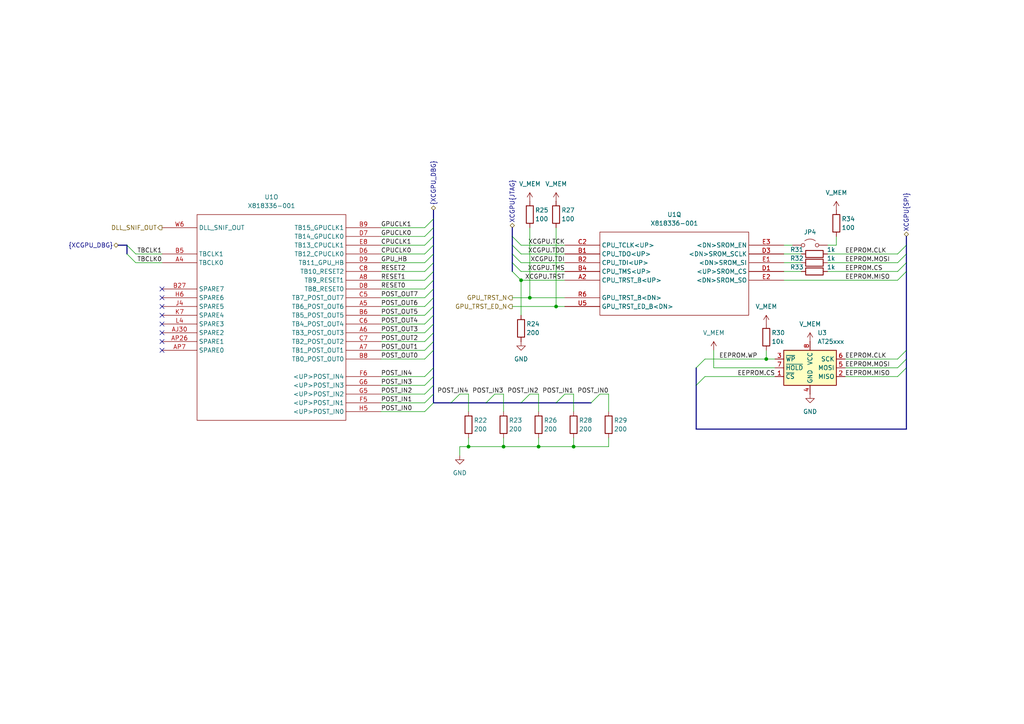
<source format=kicad_sch>
(kicad_sch (version 20250114) (generator "eeschema") (generator_version "9.0")
  (paper "A4")
  (lib_symbols
    (symbol "Device:R" (pin_numbers (hide yes)) (pin_names (offset 0))
      (property "Reference" "R" (at 2.032 0 90))
      (property "Value" "R" (at 0 0 90))
      (symbol "R_1_1"
        (pin passive line (at 0 3.81 270) (length 1.27) (name "~") (number "1"))
        (pin passive line (at 0 -3.81 90) (length 1.27) (name "~") (number "2"))
      )
    )
    (symbol "Jumper:Jumper_2_Open" (pin_numbers (hide yes)) (pin_names (offset 0) (hide yes))
      (property "Reference" "JP" (at 0 2.794 0))
      (property "Value" "Jumper_2_Open" (at 0 -2.286 0))
      (symbol "Jumper_2_Open_1_1"
        (pin passive line (at -5.08 0 0) (length 2.54) (name "A") (number "1"))
        (pin passive line (at 5.08 0 180) (length 2.54) (name "B") (number "2"))
      )
    )
    (symbol "Memory_EEPROM:AT25xxx"
      (property "Reference" "U" (at -7.62 6.35 0))
      (property "Value" "AT25xxx" (at 2.54 -6.35 0))
      (symbol "AT25xxx_1_1"
        (pin input line (at -10.16 2.54 0) (length 2.54) (name "~{WP}") (number "3"))
        (pin input line (at -10.16 0 0) (length 2.54) (name "~{HOLD}") (number "7"))
        (pin input line (at -10.16 -2.54 0) (length 2.54) (name "~{CS}") (number "1"))
        (pin power_in line (at 0 7.62 270) (length 2.54) (name "VCC") (number "8"))
        (pin power_in line (at 0 -7.62 90) (length 2.54) (name "GND") (number "4"))
        (pin input line (at 10.16 2.54 180) (length 2.54) (name "SCK") (number "6"))
        (pin input line (at 10.16 0 180) (length 2.54) (name "MOSI") (number "5"))
        (pin tri_state line (at 10.16 -2.54 180) (length 2.54) (name "MISO") (number "2"))
      )
    )
    (symbol "X360:X818336-001"
      (property "Reference" "U" (at -20.828 66.04 0))
      (property "Value" "X818336-001" (at -14.478 -108.204 0))
      (symbol "X818336-001_1_1"
        (unit_name "MC1PD")
        (pin bidirectional line (at -31.75 60.96 0) (length 10.16) (name "MD_DQ31") (number "AM23"))
        (pin bidirectional line (at -31.75 58.42 0) (length 10.16) (name "MD_DQ30") (number "AL23"))
        (pin bidirectional line (at -31.75 55.88 0) (length 10.16) (name "MD_DQ29") (number "AP23"))
        (pin bidirectional line (at -31.75 53.34 0) (length 10.16) (name "MD_DQ28") (number "AP24"))
        (pin bidirectional line (at -31.75 50.8 0) (length 10.16) (name "MD_DQ27") (number "AP22"))
        (pin bidirectional line (at -31.75 48.26 0) (length 10.16) (name "MD_DQ26") (number "AN25"))
        (pin bidirectional line (at -31.75 45.72 0) (length 10.16) (name "MD_DQ25") (number "AN21"))
        (pin bidirectional line (at -31.75 43.18 0) (length 10.16) (name "MD_DQ24") (number "AP25"))
        (pin bidirectional line (at -31.75 40.64 0) (length 10.16) (name "MD_DQ23") (number "AN19"))
        (pin bidirectional line (at -31.75 38.1 0) (length 10.16) (name "MD_DQ22") (number "AP19"))
        (pin bidirectional line (at -31.75 35.56 0) (length 10.16) (name "MD_DQ21") (number "AN20"))
        (pin bidirectional line (at -31.75 33.02 0) (length 10.16) (name "MD_DQ20") (number "AL18"))
        (pin bidirectional line (at -31.75 30.48 0) (length 10.16) (name "MD_DQ19") (number "AL20"))
        (pin bidirectional line (at -31.75 27.94 0) (length 10.16) (name "MD_DQ18") (number "AP18"))
        (pin bidirectional line (at -31.75 25.4 0) (length 10.16) (name "MD_DQ17") (number "AP21"))
        (pin bidirectional line (at -31.75 22.86 0) (length 10.16) (name "MD_DQ16") (number "AN18"))
        (pin bidirectional line (at -31.75 20.32 0) (length 10.16) (name "MD_DQ15") (number "AJ19"))
        (pin bidirectional line (at -31.75 17.78 0) (length 10.16) (name "MD_DQ14") (number "AH23"))
        (pin bidirectional line (at -31.75 15.24 0) (length 10.16) (name "MD_DQ13") (number "AK19"))
        (pin bidirectional line (at -31.75 12.7 0) (length 10.16) (name "MD_DQ12") (number "AJ23"))
        (pin bidirectional line (at -31.75 10.16 0) (length 10.16) (name "MD_DQ11") (number "AK21"))
        (pin bidirectional line (at -31.75 7.62 0) (length 10.16) (name "MD_DQ10") (number "AK22"))
        (pin bidirectional line (at -31.75 5.08 0) (length 10.16) (name "MD_DQ9") (number "AH21"))
        (pin bidirectional line (at -31.75 2.54 0) (length 10.16) (name "MD_DQ8") (number "AM22"))
        (pin bidirectional line (at -31.75 0 0) (length 10.16) (name "MD_DQ7") (number "AH18"))
        (pin bidirectional line (at -31.75 -2.54 0) (length 10.16) (name "MD_DQ6") (number "AJ14"))
        (pin bidirectional line (at -31.75 -5.08 0) (length 10.16) (name "MD_DQ5") (number "AJ18"))
        (pin bidirectional line (at -31.75 -7.62 0) (length 10.16) (name "MD_DQ4") (number "AK14"))
        (pin bidirectional line (at -31.75 -10.16 0) (length 10.16) (name "MD_DQ3") (number "AM17"))
        (pin bidirectional line (at -31.75 -12.7 0) (length 10.16) (name "MD_DQ2") (number "AK15"))
        (pin bidirectional line (at -31.75 -15.24 0) (length 10.16) (name "MD_DQ1") (number "AK16"))
        (pin bidirectional line (at -31.75 -17.78 0) (length 10.16) (name "MD_DQ0") (number "AH16"))
        (pin input line (at -31.75 -22.86 0) (length 10.16) (name "MD_RDQS3") (number "AN23"))
        (pin input line (at -31.75 -25.4 0) (length 10.16) (name "MD_RDQS2") (number "AP20"))
        (pin input line (at -31.75 -27.94 0) (length 10.16) (name "MD_RDQS1") (number "AK20"))
        (pin input line (at -31.75 -30.48 0) (length 10.16) (name "MD_RDQS0") (number "AK17"))
        (pin power_in line (at -31.75 -35.56 0) (length 10.16) (name "MD_VREF0") (number "AN17"))
        (pin output line (at 31.75 60.96 180) (length 10.16) (name "MD_CLK1_DP") (number "AJ24"))
        (pin output line (at 31.75 58.42 180) (length 10.16) (name "MD_CLK1_DN") (number "AK24"))
        (pin output line (at 31.75 55.88 180) (length 10.16) (name "MD_CLK0_DP") (number "AL25"))
        (pin output line (at 31.75 53.34 180) (length 10.16) (name "MD_CLK0_DN") (number "AM25"))
        (pin output line (at 31.75 48.26 180) (length 10.16) (name "MD_A12") (number "AK30"))
        (pin output line (at 31.75 45.72 180) (length 10.16) (name "MD_A11") (number "AN31"))
        (pin output line (at 31.75 43.18 180) (length 10.16) (name "MD_A10") (number "AN32"))
        (pin output line (at 31.75 40.64 180) (length 10.16) (name "MD_A9") (number "AK26"))
        (pin output line (at 31.75 38.1 180) (length 10.16) (name "MD_A8") (number "AK25"))
        (pin output line (at 31.75 35.56 180) (length 10.16) (name "MD_A7") (number "AN26"))
        (pin output line (at 31.75 33.02 180) (length 10.16) (name "MD_A6") (number "AH26"))
        (pin output line (at 31.75 30.48 180) (length 10.16) (name "MD_A5") (number "AH25"))
        (pin output line (at 31.75 27.94 180) (length 10.16) (name "MD_A4") (number "AN27"))
        (pin output line (at 31.75 25.4 180) (length 10.16) (name "MD_A3") (number "AP32"))
        (pin output line (at 31.75 22.86 180) (length 10.16) (name "MD_A2") (number "AN29"))
        (pin output line (at 31.75 20.32 180) (length 10.16) (name "MD_A1") (number "AM32"))
        (pin output line (at 31.75 17.78 180) (length 10.16) (name "MD_A0") (number "AN30"))
        (pin output line (at 31.75 12.7 180) (length 10.16) (name "MD_BA2") (number "AK27"))
        (pin output line (at 31.75 10.16 180) (length 10.16) (name "MD_BA1") (number "AN28"))
        (pin output line (at 31.75 7.62 180) (length 10.16) (name "MD_BA0") (number "AK29"))
        (pin output line (at 31.75 2.54 180) (length 10.16) (name "MD_CKE") (number "AP30"))
        (pin output inverted (at 31.75 0 180) (length 10.16) (name "MD_WE_N*") (number "AP28"))
        (pin output inverted (at 31.75 -2.54 180) (length 10.16) (name "MD_CAS_N*") (number "AP29"))
        (pin output inverted (at 31.75 -5.08 180) (length 10.16) (name "MD_RAS_N*") (number "AP31"))
        (pin output inverted (at 31.75 -7.62 180) (length 10.16) (name "MD_CS1_N*") (number "AK28"))
        (pin output inverted (at 31.75 -10.16 180) (length 10.16) (name "MD_CS0_N*") (number "AP27"))
        (pin output line (at 31.75 -15.24 180) (length 10.16) (name "MD_WDQS3") (number "AN24"))
        (pin output line (at 31.75 -17.78 180) (length 10.16) (name "MD_WDQS2") (number "AM18"))
        (pin output line (at 31.75 -20.32 180) (length 10.16) (name "MD_WDQS1") (number "AH22"))
        (pin output line (at 31.75 -22.86 180) (length 10.16) (name "MD_WDQS0") (number "AH15"))
        (pin output line (at 31.75 -27.94 180) (length 10.16) (name "MD_DM3") (number "AN22"))
        (pin output line (at 31.75 -30.48 180) (length 10.16) (name "MD_DM2") (number "AM20"))
        (pin output line (at 31.75 -33.02 180) (length 10.16) (name "MD_DM1") (number "AH20"))
        (pin output line (at 31.75 -35.56 180) (length 10.16) (name "MD_DM0") (number "AH17"))
      )
      (symbol "X818336-001_2_1"
        (unit_name "MC1PC")
        (pin bidirectional line (at -31.75 60.96 0) (length 10.16) (name "MC_DQ31") (number "AP15"))
        (pin bidirectional line (at -31.75 58.42 0) (length 10.16) (name "MC_DQ30") (number "AM15"))
        (pin bidirectional line (at -31.75 55.88 0) (length 10.16) (name "MC_DQ29") (number "AN15"))
        (pin bidirectional line (at -31.75 53.34 0) (length 10.16) (name "MC_DQ28") (number "AL15"))
        (pin bidirectional line (at -31.75 50.8 0) (length 10.16) (name "MC_DQ27") (number "AL13"))
        (pin bidirectional line (at -31.75 48.26 0) (length 10.16) (name "MC_DQ26") (number "AN16"))
        (pin bidirectional line (at -31.75 45.72 0) (length 10.16) (name "MC_DQ25") (number "AM13"))
        (pin bidirectional line (at -31.75 43.18 0) (length 10.16) (name "MC_DQ24") (number "AP17"))
        (pin bidirectional line (at -31.75 40.64 0) (length 10.16) (name "MC_DQ23") (number "AP11"))
        (pin bidirectional line (at -31.75 38.1 0) (length 10.16) (name "MC_DQ22") (number "AL10"))
        (pin bidirectional line (at -31.75 35.56 0) (length 10.16) (name "MC_DQ21") (number "AN11"))
        (pin bidirectional line (at -31.75 33.02 0) (length 10.16) (name "MC_DQ20") (number "AM10"))
        (pin bidirectional line (at -31.75 30.48 0) (length 10.16) (name "MC_DQ19") (number "AN13"))
        (pin bidirectional line (at -31.75 27.94 0) (length 10.16) (name "MC_DQ18") (number "AN10"))
        (pin bidirectional line (at -31.75 25.4 0) (length 10.16) (name "MC_DQ17") (number "AP13"))
        (pin bidirectional line (at -31.75 22.86 0) (length 10.16) (name "MC_DQ16") (number "AN9"))
        (pin bidirectional line (at -31.75 20.32 0) (length 10.16) (name "MC_DQ15") (number "AJ9"))
        (pin bidirectional line (at -31.75 17.78 0) (length 10.16) (name "MC_DQ14") (number "AJ13"))
        (pin bidirectional line (at -31.75 15.24 0) (length 10.16) (name "MC_DQ13") (number "AK9"))
        (pin bidirectional line (at -31.75 12.7 0) (length 10.16) (name "MC_DQ12") (number "AH13"))
        (pin bidirectional line (at -31.75 10.16 0) (length 10.16) (name "MC_DQ11") (number "AK11"))
        (pin bidirectional line (at -31.75 7.62 0) (length 10.16) (name "MC_DQ10") (number "AK12"))
        (pin bidirectional line (at -31.75 5.08 0) (length 10.16) (name "MC_DQ9") (number "AH11"))
        (pin bidirectional line (at -31.75 2.54 0) (length 10.16) (name "MC_DQ8") (number "AM12"))
        (pin bidirectional line (at -31.75 0 0) (length 10.16) (name "MC_DQ7") (number "AN8"))
        (pin bidirectional line (at -31.75 -2.54 0) (length 10.16) (name "MC_DQ6") (number "AN2"))
        (pin bidirectional line (at -31.75 -5.08 0) (length 10.16) (name "MC_DQ5") (number "AK8"))
        (pin bidirectional line (at -31.75 -7.62 0) (length 10.16) (name "MC_DQ4") (number "AN3"))
        (pin bidirectional line (at -31.75 -10.16 0) (length 10.16) (name "MC_DQ3") (number "AN6"))
        (pin bidirectional line (at -31.75 -12.7 0) (length 10.16) (name "MC_DQ2") (number "AK5"))
        (pin bidirectional line (at -31.75 -15.24 0) (length 10.16) (name "MC_DQ1") (number "AK6"))
        (pin bidirectional line (at -31.75 -17.78 0) (length 10.16) (name "MC_DQ0") (number "AN5"))
        (pin input line (at -31.75 -22.86 0) (length 10.16) (name "MC_RDQS3") (number "AN14"))
        (pin input line (at -31.75 -25.4 0) (length 10.16) (name "MC_RDQS2") (number "AP12"))
        (pin input line (at -31.75 -27.94 0) (length 10.16) (name "MC_RDQS1") (number "AK10"))
        (pin input line (at -31.75 -30.48 0) (length 10.16) (name "MC_RDQS0") (number "AK7"))
        (pin power_in line (at -31.75 -35.56 0) (length 10.16) (name "MC_VREF0") (number "AE5"))
        (pin output line (at 31.75 60.96 180) (length 10.16) (name "MC_CLK1_DP") (number "AP9"))
        (pin output line (at 31.75 58.42 180) (length 10.16) (name "MC_CLK1_DN") (number "AP8"))
        (pin output line (at 31.75 55.88 180) (length 10.16) (name "MC_CLK0_DP") (number "AP6"))
        (pin output line (at 31.75 53.34 180) (length 10.16) (name "MC_CLK0_DN") (number "AP5"))
        (pin output line (at 31.75 48.26 180) (length 10.16) (name "MC_A12") (number "AE1"))
        (pin output line (at 31.75 45.72 180) (length 10.16) (name "MC_A11") (number "AH1"))
        (pin output line (at 31.75 43.18 180) (length 10.16) (name "MC_A10") (number "AE2"))
        (pin output line (at 31.75 40.64 180) (length 10.16) (name "MC_A9") (number "AJ2"))
        (pin output line (at 31.75 38.1 180) (length 10.16) (name "MC_A8") (number "AP4"))
        (pin output line (at 31.75 35.56 180) (length 10.16) (name "MC_A7") (number "AK1"))
        (pin output line (at 31.75 33.02 180) (length 10.16) (name "MC_A6") (number "AL1"))
        (pin output line (at 31.75 30.48 180) (length 10.16) (name "MC_A5") (number "AP3"))
        (pin output line (at 31.75 27.94 180) (length 10.16) (name "MC_A4") (number "AK2"))
        (pin output line (at 31.75 25.4 180) (length 10.16) (name "MC_A3") (number "AJ1"))
        (pin output line (at 31.75 22.86 180) (length 10.16) (name "MC_A2") (number "AH2"))
        (pin output line (at 31.75 20.32 180) (length 10.16) (name "MC_A1") (number "AF1"))
        (pin output line (at 31.75 17.78 180) (length 10.16) (name "MC_A0") (number "AG2"))
        (pin output line (at 31.75 12.7 180) (length 10.16) (name "MC_BA2") (number "AL2"))
        (pin output line (at 31.75 10.16 180) (length 10.16) (name "MC_BA1") (number "AM1"))
        (pin output line (at 31.75 7.62 180) (length 10.16) (name "MC_BA0") (number "AF2"))
        (pin output line (at 31.75 2.54 180) (length 10.16) (name "MC_CKE") (number "AG1"))
        (pin output inverted (at 31.75 0 180) (length 10.16) (name "MC_WE_N*") (number "AH5"))
        (pin output inverted (at 31.75 -2.54 180) (length 10.16) (name "MC_CAS_N*") (number "AG5"))
        (pin output inverted (at 31.75 -5.08 180) (length 10.16) (name "MC_RAS_N*") (number "AF5"))
        (pin output inverted (at 31.75 -7.62 180) (length 10.16) (name "MC_CS1_N*") (number "AJ5"))
        (pin output inverted (at 31.75 -10.16 180) (length 10.16) (name "MC_CS0_N*") (number "AM2"))
        (pin output line (at 31.75 -15.24 180) (length 10.16) (name "MC_WDQS3") (number "AP16"))
        (pin output line (at 31.75 -17.78 180) (length 10.16) (name "MC_WDQS2") (number "AP10"))
        (pin output line (at 31.75 -20.32 180) (length 10.16) (name "MC_WDQS1") (number "AH12"))
        (pin output line (at 31.75 -22.86 180) (length 10.16) (name "MC_WDQS0") (number "AN4"))
        (pin output line (at 31.75 -27.94 180) (length 10.16) (name "MC_DM3") (number "AP14"))
        (pin output line (at 31.75 -30.48 180) (length 10.16) (name "MC_DM2") (number "AN12"))
        (pin output line (at 31.75 -33.02 180) (length 10.16) (name "MC_DM1") (number "AH10"))
        (pin output line (at 31.75 -35.56 180) (length 10.16) (name "MC_DM0") (number "AN7"))
      )
      (symbol "X818336-001_3_1"
        (unit_name "MC0PB")
        (pin bidirectional line (at -31.75 60.96 0) (length 10.16) (name "MB_DQ31") (number "H33"))
        (pin bidirectional line (at -31.75 58.42 0) (length 10.16) (name "MB_DQ30") (number "G34"))
        (pin bidirectional line (at -31.75 55.88 0) (length 10.16) (name "MB_DQ29") (number "H34"))
        (pin bidirectional line (at -31.75 53.34 0) (length 10.16) (name "MB_DQ28") (number "F34"))
        (pin bidirectional line (at -31.75 50.8 0) (length 10.16) (name "MB_DQ27") (number "K31"))
        (pin bidirectional line (at -31.75 48.26 0) (length 10.16) (name "MB_DQ26") (number "D34"))
        (pin bidirectional line (at -31.75 45.72 0) (length 10.16) (name "MB_DQ25") (number "K32"))
        (pin bidirectional line (at -31.75 43.18 0) (length 10.16) (name "MB_DQ24") (number "C34"))
        (pin bidirectional line (at -31.75 40.64 0) (length 10.16) (name "MB_DQ23") (number "M32"))
        (pin bidirectional line (at -31.75 38.1 0) (length 10.16) (name "MB_DQ22") (number "M34"))
        (pin bidirectional line (at -31.75 35.56 0) (length 10.16) (name "MB_DQ21") (number "M31"))
        (pin bidirectional line (at -31.75 33.02 0) (length 10.16) (name "MB_DQ20") (number "M33"))
        (pin bidirectional line (at -31.75 30.48 0) (length 10.16) (name "MB_DQ19") (number "K33"))
        (pin bidirectional line (at -31.75 27.94 0) (length 10.16) (name "MB_DQ18") (number "N34"))
        (pin bidirectional line (at -31.75 25.4 0) (length 10.16) (name "MB_DQ17") (number "K34"))
        (pin bidirectional line (at -31.75 22.86 0) (length 10.16) (name "MB_DQ16") (number "P33"))
        (pin bidirectional line (at -31.75 20.32 0) (length 10.16) (name "MB_DQ15") (number "J28"))
        (pin bidirectional line (at -31.75 17.78 0) (length 10.16) (name "MB_DQ14") (number "C33"))
        (pin bidirectional line (at -31.75 15.24 0) (length 10.16) (name "MB_DQ13") (number "J30"))
        (pin bidirectional line (at -31.75 12.7 0) (length 10.16) (name "MB_DQ12") (number "D33"))
        (pin bidirectional line (at -31.75 10.16 0) (length 10.16) (name "MB_DQ11") (number "F33"))
        (pin bidirectional line (at -31.75 7.62 0) (length 10.16) (name "MB_DQ10") (number "E33"))
        (pin bidirectional line (at -31.75 5.08 0) (length 10.16) (name "MB_DQ9") (number "G30"))
        (pin bidirectional line (at -31.75 2.54 0) (length 10.16) (name "MB_DQ8") (number "F30"))
        (pin bidirectional line (at -31.75 0 0) (length 10.16) (name "MB_DQ7") (number "K30"))
        (pin bidirectional line (at -31.75 -2.54 0) (length 10.16) (name "MB_DQ6") (number "P28"))
        (pin bidirectional line (at -31.75 -5.08 0) (length 10.16) (name "MB_DQ5") (number "K28"))
        (pin bidirectional line (at -31.75 -7.62 0) (length 10.16) (name "MB_DQ4") (number "P30"))
        (pin bidirectional line (at -31.75 -10.16 0) (length 10.16) (name "MB_DQ3") (number "M28"))
        (pin bidirectional line (at -31.75 -12.7 0) (length 10.16) (name "MB_DQ2") (number "N30"))
        (pin bidirectional line (at -31.75 -15.24 0) (length 10.16) (name "MB_DQ1") (number "M29"))
        (pin bidirectional line (at -31.75 -17.78 0) (length 10.16) (name "MB_DQ0") (number "N28"))
        (pin input line (at -31.75 -22.86 0) (length 10.16) (name "MB_RDQS3") (number "J33"))
        (pin input line (at -31.75 -25.4 0) (length 10.16) (name "MB_RDQS2") (number "L34"))
        (pin input line (at -31.75 -27.94 0) (length 10.16) (name "MB_RDQS1") (number "G33"))
        (pin input line (at -31.75 -30.48 0) (length 10.16) (name "MB_RDQS0") (number "L29"))
        (pin power_in line (at -31.75 -35.56 0) (length 10.16) (name "MB_VREF0") (number "P34"))
        (pin output line (at 31.75 60.96 180) (length 10.16) (name "MB_CLK1_DP") (number "B32"))
        (pin output line (at 31.75 58.42 180) (length 10.16) (name "MB_CLK1_DN") (number "A32"))
        (pin output line (at 31.75 55.88 180) (length 10.16) (name "MB_CLK0_DP") (number "B31"))
        (pin output line (at 31.75 53.34 180) (length 10.16) (name "MB_CLK0_DN") (number "A31"))
        (pin output line (at 31.75 48.26 180) (length 10.16) (name "MB_A12") (number "C30"))
        (pin output line (at 31.75 45.72 180) (length 10.16) (name "MB_A11") (number "F25"))
        (pin output line (at 31.75 43.18 180) (length 10.16) (name "MB_A10") (number "A25"))
        (pin output line (at 31.75 40.64 180) (length 10.16) (name "MB_A9") (number "E29"))
        (pin output line (at 31.75 38.1 180) (length 10.16) (name "MB_A8") (number "B30"))
        (pin output line (at 31.75 35.56 180) (length 10.16) (name "MB_A7") (number "B29"))
        (pin output line (at 31.75 33.02 180) (length 10.16) (name "MB_A6") (number "A30"))
        (pin output line (at 31.75 30.48 180) (length 10.16) (name "MB_A5") (number "C32"))
        (pin output line (at 31.75 27.94 180) (length 10.16) (name "MB_A4") (number "A29"))
        (pin output line (at 31.75 25.4 180) (length 10.16) (name "MB_A3") (number "E25"))
        (pin output line (at 31.75 22.86 180) (length 10.16) (name "MB_A2") (number "G26"))
        (pin output line (at 31.75 20.32 180) (length 10.16) (name "MB_A1") (number "B25"))
        (pin output line (at 31.75 17.78 180) (length 10.16) (name "MB_A0") (number "F26"))
        (pin output line (at 31.75 12.7 180) (length 10.16) (name "MB_BA2") (number "E28"))
        (pin output line (at 31.75 10.16 180) (length 10.16) (name "MB_BA1") (number "B28"))
        (pin output line (at 31.75 7.62 180) (length 10.16) (name "MB_BA0") (number "E27"))
        (pin output line (at 31.75 2.54 180) (length 10.16) (name "MB_CKE") (number "A27"))
        (pin output inverted (at 31.75 0 180) (length 10.16) (name "MB_WE_N*") (number "B26"))
        (pin output inverted (at 31.75 -2.54 180) (length 10.16) (name "MB_CAS_N*") (number "C26"))
        (pin output inverted (at 31.75 -5.08 180) (length 10.16) (name "MB_RAS_N*") (number "D26"))
        (pin output inverted (at 31.75 -7.62 180) (length 10.16) (name "MB_CS1_N*") (number "A28"))
        (pin output inverted (at 31.75 -10.16 180) (length 10.16) (name "MB_CS0_N*") (number "A26"))
        (pin output line (at 31.75 -15.24 180) (length 10.16) (name "MB_WDQS3") (number "E34"))
        (pin output line (at 31.75 -17.78 180) (length 10.16) (name "MB_WDQS2") (number "N33"))
        (pin output line (at 31.75 -20.32 180) (length 10.16) (name "MB_WDQS1") (number "E30"))
        (pin output line (at 31.75 -22.86 180) (length 10.16) (name "MB_WDQS0") (number "N32"))
        (pin output line (at 31.75 -27.94 180) (length 10.16) (name "MB_DM3") (number "J34"))
        (pin output line (at 31.75 -30.48 180) (length 10.16) (name "MB_DM2") (number "L33"))
        (pin output line (at 31.75 -33.02 180) (length 10.16) (name "MB_DM1") (number "H30"))
        (pin output line (at 31.75 -35.56 180) (length 10.16) (name "MB_DM0") (number "L30"))
      )
      (symbol "X818336-001_4_1"
        (unit_name "MC0PA")
        (pin bidirectional line (at -31.75 60.96 0) (length 10.16) (name "MA_DQ31") (number "T34"))
        (pin bidirectional line (at -31.75 58.42 0) (length 10.16) (name "MA_DQ30") (number "T33"))
        (pin bidirectional line (at -31.75 55.88 0) (length 10.16) (name "MA_DQ29") (number "U31"))
        (pin bidirectional line (at -31.75 53.34 0) (length 10.16) (name "MA_DQ28") (number "R33"))
        (pin bidirectional line (at -31.75 50.8 0) (length 10.16) (name "MA_DQ27") (number "U33"))
        (pin bidirectional line (at -31.75 48.26 0) (length 10.16) (name "MA_DQ26") (number "R32"))
        (pin bidirectional line (at -31.75 45.72 0) (length 10.16) (name "MA_DQ25") (number "V33"))
        (pin bidirectional line (at -31.75 43.18 0) (length 10.16) (name "MA_DQ24") (number "R31"))
        (pin bidirectional line (at -31.75 40.64 0) (length 10.16) (name "MA_DQ23") (number "Y34"))
        (pin bidirectional line (at -31.75 38.1 0) (length 10.16) (name "MA_DQ22") (number "Y33"))
        (pin bidirectional line (at -31.75 35.56 0) (length 10.16) (name "MA_DQ21") (number "Y32"))
        (pin bidirectional line (at -31.75 33.02 0) (length 10.16) (name "MA_DQ20") (number "AA33"))
        (pin bidirectional line (at -31.75 30.48 0) (length 10.16) (name "MA_DQ19") (number "W33"))
        (pin bidirectional line (at -31.75 27.94 0) (length 10.16) (name "MA_DQ18") (number "AB31"))
        (pin bidirectional line (at -31.75 25.4 0) (length 10.16) (name "MA_DQ17") (number "V34"))
        (pin bidirectional line (at -31.75 22.86 0) (length 10.16) (name "MA_DQ16") (number "AB32"))
        (pin bidirectional line (at -31.75 20.32 0) (length 10.16) (name "MA_DQ15") (number "W28"))
        (pin bidirectional line (at -31.75 17.78 0) (length 10.16) (name "MA_DQ14") (number "R30"))
        (pin bidirectional line (at -31.75 15.24 0) (length 10.16) (name "MA_DQ13") (number "W30"))
        (pin bidirectional line (at -31.75 12.7 0) (length 10.16) (name "MA_DQ12") (number "R28"))
        (pin bidirectional line (at -31.75 10.16 0) (length 10.16) (name "MA_DQ11") (number "V28"))
        (pin bidirectional line (at -31.75 7.62 0) (length 10.16) (name "MA_DQ10") (number "T29"))
        (pin bidirectional line (at -31.75 5.08 0) (length 10.16) (name "MA_DQ9") (number "U29"))
        (pin bidirectional line (at -31.75 2.54 0) (length 10.16) (name "MA_DQ8") (number "U28"))
        (pin bidirectional line (at -31.75 0 0) (length 10.16) (name "MA_DQ7") (number "Y30"))
        (pin bidirectional line (at -31.75 -2.54 0) (length 10.16) (name "MA_DQ6") (number "AD28"))
        (pin bidirectional line (at -31.75 -5.08 0) (length 10.16) (name "MA_DQ5") (number "Y28"))
        (pin bidirectional line (at -31.75 -7.62 0) (length 10.16) (name "MA_DQ4") (number "AD30"))
        (pin bidirectional line (at -31.75 -10.16 0) (length 10.16) (name "MA_DQ3") (number "AB28"))
        (pin bidirectional line (at -31.75 -12.7 0) (length 10.16) (name "MA_DQ2") (number "AC30"))
        (pin bidirectional line (at -31.75 -15.24 0) (length 10.16) (name "MA_DQ1") (number "AB29"))
        (pin bidirectional line (at -31.75 -17.78 0) (length 10.16) (name "MA_DQ0") (number "AC28"))
        (pin input line (at -31.75 -22.86 0) (length 10.16) (name "MA_RDQS3") (number "U32"))
        (pin input line (at -31.75 -25.4 0) (length 10.16) (name "MA_RDQS2") (number "Y31"))
        (pin input line (at -31.75 -27.94 0) (length 10.16) (name "MA_RDQS1") (number "V30"))
        (pin input line (at -31.75 -30.48 0) (length 10.16) (name "MA_RDQS0") (number "AA29"))
        (pin power_in line (at -31.75 -35.56 0) (length 10.16) (name "MA_VREF0") (number "AB34"))
        (pin output line (at 31.75 60.96 180) (length 10.16) (name "MA_CLK1_DP") (number "AE28"))
        (pin output line (at 31.75 58.42 180) (length 10.16) (name "MA_CLK1_DN") (number "AE30"))
        (pin output line (at 31.75 55.88 180) (length 10.16) (name "MA_CLK0_DP") (number "AC33"))
        (pin output line (at 31.75 53.34 180) (length 10.16) (name "MA_CLK0_DN") (number "AC34"))
        (pin output line (at 31.75 48.26 180) (length 10.16) (name "MA_A12") (number "AL33"))
        (pin output line (at 31.75 45.72 180) (length 10.16) (name "MA_A11") (number "AH34"))
        (pin output line (at 31.75 43.18 180) (length 10.16) (name "MA_A10") (number "AL34"))
        (pin output line (at 31.75 40.64 180) (length 10.16) (name "MA_A9") (number "AG34"))
        (pin output line (at 31.75 38.1 180) (length 10.16) (name "MA_A8") (number "AD33"))
        (pin output line (at 31.75 35.56 180) (length 10.16) (name "MA_A7") (number "AF34"))
        (pin output line (at 31.75 33.02 180) (length 10.16) (name "MA_A6") (number "AE33"))
        (pin output line (at 31.75 30.48 180) (length 10.16) (name "MA_A5") (number "AD34"))
        (pin output line (at 31.75 27.94 180) (length 10.16) (name "MA_A4") (number "AF33"))
        (pin output line (at 31.75 25.4 180) (length 10.16) (name "MA_A3") (number "AG33"))
        (pin output line (at 31.75 22.86 180) (length 10.16) (name "MA_A2") (number "AH33"))
        (pin output line (at 31.75 20.32 180) (length 10.16) (name "MA_A1") (number "AK33"))
        (pin output line (at 31.75 17.78 180) (length 10.16) (name "MA_A0") (number "AJ34"))
        (pin output line (at 31.75 12.7 180) (length 10.16) (name "MA_BA2") (number "AE34"))
        (pin output line (at 31.75 10.16 180) (length 10.16) (name "MA_BA1") (number "AE32"))
        (pin output line (at 31.75 7.62 180) (length 10.16) (name "MA_BA0") (number "AK34"))
        (pin output line (at 31.75 2.54 180) (length 10.16) (name "MA_CKE") (number "AJ33"))
        (pin output inverted (at 31.75 0 180) (length 10.16) (name "MA_WE_N*") (number "AF29"))
        (pin output inverted (at 31.75 -2.54 180) (length 10.16) (name "MA_CAS_N*") (number "AG30"))
        (pin output inverted (at 31.75 -5.08 180) (length 10.16) (name "MA_RAS_N*") (number "AH30"))
        (pin output inverted (at 31.75 -7.62 180) (length 10.16) (name "MA_CS1_N*") (number "AF30"))
        (pin output inverted (at 31.75 -10.16 180) (length 10.16) (name "MA_CS0_N*") (number "AE31"))
        (pin output line (at 31.75 -15.24 180) (length 10.16) (name "MA_WDQS3") (number "R34"))
        (pin output line (at 31.75 -17.78 180) (length 10.16) (name "MA_WDQS2") (number "AA34"))
        (pin output line (at 31.75 -20.32 180) (length 10.16) (name "MA_WDQS1") (number "T30"))
        (pin output line (at 31.75 -22.86 180) (length 10.16) (name "MA_WDQS0") (number "AC32"))
        (pin output line (at 31.75 -27.94 180) (length 10.16) (name "MA_DM3") (number "U34"))
        (pin output line (at 31.75 -30.48 180) (length 10.16) (name "MA_DM2") (number "W34"))
        (pin output line (at 31.75 -33.02 180) (length 10.16) (name "MA_DM1") (number "V32"))
        (pin output line (at 31.75 -35.56 180) (length 10.16) (name "MA_DM0") (number "AA30"))
      )
      (symbol "X818336-001_5_1"
        (unit_name "VIDEO + PCIEX")
        (pin input line (at -31.75 60.96 0) (length 10.16) (name "NB_CLK_DP") (number "R2"))
        (pin input line (at -31.75 55.88 0) (length 10.16) (name "NB_CLK_DN") (number "R1"))
        (pin input inverted (at -31.75 48.26 0) (length 10.16) (name "RST_IN_N*") (number "D2"))
        (pin input line (at -31.75 40.64 0) (length 10.16) (name "PEX_RX1_DP") (number "T2"))
        (pin input line (at -31.75 38.1 0) (length 10.16) (name "PEX_RX1_DN") (number "T1"))
        (pin input line (at -31.75 35.56 0) (length 10.16) (name "PEX_RX0_DP") (number "V2"))
        (pin input line (at -31.75 33.02 0) (length 10.16) (name "PEX_RX0_DN") (number "V1"))
        (pin input line (at -31.75 27.94 0) (length 10.16) (name "PIX_CLK_IN_DP") (number "N1"))
        (pin input line (at -31.75 25.4 0) (length 10.16) (name "PIX_CLK_IN_DN") (number "N2"))
        (pin power_in line (at -31.75 20.32 0) (length 10.16) (name "PEX_RCAL") (number "V3"))
        (pin input line (at -31.75 12.7 0) (length 10.16) (name "NB_THERMD_P") (number "P4"))
        (pin output line (at -31.75 10.16 0) (length 10.16) (name "NB_THERMD_N") (number "P3"))
        (pin input line (at -31.75 5.08 0) (length 10.16) (name "ED_THERMD_P") (number "V4"))
        (pin output line (at -31.75 2.54 0) (length 10.16) (name "ED_THERMD_N") (number "V5"))
        (pin input line (at -31.75 -2.54 0) (length 10.16) (name "CPU_THERMD_P") (number "M5"))
        (pin output line (at -31.75 -5.08 0) (length 10.16) (name "CPU_THERMD_N") (number "L5"))
        (pin power_in line (at -31.75 -12.7 0) (length 10.16) (name "MEM_CALA") (number "W27"))
        (pin power_in line (at -31.75 -15.24 0) (length 10.16) (name "MEM_CALB") (number "AG18"))
        (pin output line (at 31.75 60.96 180) (length 10.16) (name "RST_DONE") (number "U6"))
        (pin output line (at 31.75 53.34 180) (length 10.16) (name "PEX_TX1_DP") (number "U2"))
        (pin output line (at 31.75 48.26 180) (length 10.16) (name "PEX_TX1_DN") (number "U1"))
        (pin output line (at 31.75 43.18 180) (length 10.16) (name "PEX_TX0_DP") (number "W2"))
        (pin output line (at 31.75 38.1 180) (length 10.16) (name "PEX_TX0_DN") (number "W1"))
        (pin output line (at 31.75 30.48 180) (length 10.16) (name "PIX_CLK_OUT") (number "J2"))
        (pin output line (at 31.75 25.4 180) (length 10.16) (name "PIX_DATA14") (number "F2"))
        (pin output line (at 31.75 22.86 180) (length 10.16) (name "PIX_DATA13") (number "F1"))
        (pin output line (at 31.75 20.32 180) (length 10.16) (name "PIX_DATA12") (number "F3"))
        (pin output line (at 31.75 17.78 180) (length 10.16) (name "PIX_DATA11") (number "G2"))
        (pin output line (at 31.75 15.24 180) (length 10.16) (name "PIX_DATA10") (number "G1"))
        (pin output line (at 31.75 12.7 180) (length 10.16) (name "PIX_DATA9") (number "H3"))
        (pin output line (at 31.75 10.16 180) (length 10.16) (name "PIX_DATA8") (number "H2"))
        (pin output line (at 31.75 7.62 180) (length 10.16) (name "PIX_DATA7") (number "H1"))
        (pin output line (at 31.75 5.08 180) (length 10.16) (name "PIX_DATA6") (number "J1"))
        (pin output line (at 31.75 2.54 180) (length 10.16) (name "PIX_DATA5") (number "K3"))
        (pin output line (at 31.75 0 180) (length 10.16) (name "PIX_DATA4") (number "K2"))
        (pin output line (at 31.75 -2.54 180) (length 10.16) (name "PIX_DATA3") (number "K1"))
        (pin output line (at 31.75 -5.08 180) (length 10.16) (name "PIX_DATA2") (number "L2"))
        (pin output line (at 31.75 -7.62 180) (length 10.16) (name "PIX_DATA1") (number "L1"))
        (pin output line (at 31.75 -10.16 180) (length 10.16) (name "PIX_DATA0") (number "M3"))
        (pin output line (at 31.75 -15.24 180) (length 10.16) (name "VSYNC_OUT") (number "M1"))
        (pin output line (at 31.75 -17.78 180) (length 10.16) (name "HSYNC_OUT") (number "M2"))
        (pin output line (at 31.75 -25.4 180) (length 10.16) (name "MEM_RST") (number "AD27"))
        (pin output line (at 31.75 -27.94 180) (length 10.16) (name "MEM_SCAN_EN") (number "AB33"))
        (pin output line (at 31.75 -30.48 180) (length 10.16) (name "MEM_SCAN_OEN_A") (number "AF7"))
        (pin output line (at 31.75 -33.02 180) (length 10.16) (name "MEM_SCAN_OEN_B") (number "AE7"))
      )
      (symbol "X818336-001_6_1"
        (unit_name "VCS")
        (pin power_in line (at -31.75 60.96 0) (length 10.16) (name "V_CS28") (number "A11"))
        (pin power_in line (at -31.75 58.42 0) (length 10.16) (name "V_CS27") (number "A9"))
        (pin power_in line (at -31.75 55.88 0) (length 10.16) (name "V_CS26") (number "B10"))
        (pin power_in line (at -31.75 53.34 0) (length 10.16) (name "V_CS25") (number "C11"))
        (pin power_in line (at -31.75 50.8 0) (length 10.16) (name "V_CS24") (number "C9"))
        (pin power_in line (at -31.75 48.26 0) (length 10.16) (name "V_CS23") (number "D10"))
        (pin power_in line (at -31.75 45.72 0) (length 10.16) (name "V_CS22") (number "E11"))
        (pin power_in line (at -31.75 43.18 0) (length 10.16) (name "V_CS21") (number "E9"))
        (pin power_in line (at 31.75 60.96 180) (length 10.16) (name "V_CS20") (number "F10"))
        (pin power_in line (at 31.75 58.42 180) (length 10.16) (name "V_CS19") (number "G11"))
        (pin power_in line (at 31.75 55.88 180) (length 10.16) (name "V_CS18") (number "G9"))
        (pin power_in line (at 31.75 53.34 180) (length 10.16) (name "V_CS17") (number "H10"))
        (pin power_in line (at 31.75 50.8 180) (length 10.16) (name "V_CS16") (number "H8"))
        (pin power_in line (at 31.75 48.26 180) (length 10.16) (name "V_CS15") (number "J9"))
        (pin power_in line (at 31.75 45.72 180) (length 10.16) (name "V_CS14") (number "K10"))
        (pin power_in line (at 31.75 43.18 180) (length 10.16) (name "V_CS13") (number "K8"))
        (pin power_in line (at 31.75 40.64 180) (length 10.16) (name "V_CS12") (number "L9"))
        (pin power_in line (at 31.75 38.1 180) (length 10.16) (name "V_CS11") (number "M10"))
        (pin power_in line (at 31.75 35.56 180) (length 10.16) (name "V_CS10") (number "M8"))
        (pin power_in line (at 31.75 33.02 180) (length 10.16) (name "V_CS9") (number "N9"))
        (pin power_in line (at 31.75 30.48 180) (length 10.16) (name "V_CS8") (number "P10"))
        (pin power_in line (at 31.75 27.94 180) (length 10.16) (name "V_CS7") (number "P8"))
        (pin power_in line (at 31.75 25.4 180) (length 10.16) (name "V_CS6") (number "R9"))
        (pin power_in line (at 31.75 22.86 180) (length 10.16) (name "V_CS5") (number "T10"))
        (pin power_in line (at 31.75 20.32 180) (length 10.16) (name "V_CS4") (number "T8"))
        (pin power_in line (at 31.75 17.78 180) (length 10.16) (name "V_CS3") (number "U9"))
        (pin power_in line (at 31.75 15.24 180) (length 10.16) (name "V_CS2") (number "V10"))
        (pin power_in line (at 31.75 12.7 180) (length 10.16) (name "V_CS1") (number "V8"))
        (pin power_in line (at 31.75 10.16 180) (length 10.16) (name "V_CS0") (number "W9"))
      )
      (symbol "X818336-001_7_1"
        (unit_name "EDRAM POWER")
        (pin power_in line (at -31.75 60.96 0) (length 10.16) (name "V_EDRAM47") (number "R7"))
        (pin power_in line (at -31.75 58.42 0) (length 10.16) (name "V_EDRAM46") (number "T6"))
        (pin power_in line (at -31.75 55.88 0) (length 10.16) (name "V_EDRAM45") (number "U7"))
        (pin power_in line (at -31.75 53.34 0) (length 10.16) (name "V_EDRAM44") (number "W7"))
        (pin power_in line (at -31.75 50.8 0) (length 10.16) (name "V_EDRAM43") (number "Y11"))
        (pin power_in line (at -31.75 48.26 0) (length 10.16) (name "V_EDRAM42") (number "Y10"))
        (pin power_in line (at -31.75 45.72 0) (length 10.16) (name "V_EDRAM41") (number "Y8"))
        (pin power_in line (at -31.75 43.18 0) (length 10.16) (name "V_EDRAM40") (number "Y6"))
        (pin power_in line (at -31.75 40.64 0) (length 10.16) (name "V_EDRAM39") (number "Y4"))
        (pin power_in line (at -31.75 38.1 0) (length 10.16) (name "V_EDRAM38") (number "Y2"))
        (pin power_in line (at -31.75 35.56 0) (length 10.16) (name "V_EDRAM37") (number "Y1"))
        (pin power_in line (at -31.75 33.02 0) (length 10.16) (name "V_EDRAM36") (number "AA11"))
        (pin power_in line (at -31.75 30.48 0) (length 10.16) (name "V_EDRAM35") (number "AA10"))
        (pin power_in line (at -31.75 27.94 0) (length 10.16) (name "V_EDRAM34") (number "AA9"))
        (pin power_in line (at -31.75 25.4 0) (length 10.16) (name "V_EDRAM33") (number "AA8"))
        (pin power_in line (at -31.75 22.86 0) (length 10.16) (name "V_EDRAM32") (number "AA7"))
        (pin power_in line (at -31.75 20.32 0) (length 10.16) (name "V_EDRAM31") (number "AA6"))
        (pin power_in line (at -31.75 17.78 0) (length 10.16) (name "V_EDRAM30") (number "AA5"))
        (pin power_in line (at -31.75 15.24 0) (length 10.16) (name "V_EDRAM29") (number "AA4"))
        (pin power_in line (at -31.75 12.7 0) (length 10.16) (name "V_EDRAM28") (number "AA3"))
        (pin power_in line (at -31.75 10.16 0) (length 10.16) (name "V_EDRAM27") (number "AA2"))
        (pin power_in line (at -31.75 7.62 0) (length 10.16) (name "V_EDRAM26") (number "AA1"))
        (pin power_in line (at -31.75 5.08 0) (length 10.16) (name "V_EDRAM25") (number "AB10"))
        (pin power_in line (at -31.75 2.54 0) (length 10.16) (name "V_EDRAM24") (number "AB8"))
        (pin power_in line (at 31.75 60.96 180) (length 10.16) (name "V_EDRAM23") (number "AB6"))
        (pin power_in line (at 31.75 58.42 180) (length 10.16) (name "V_EDRAM22") (number "AB4"))
        (pin power_in line (at 31.75 55.88 180) (length 10.16) (name "V_EDRAM21") (number "AB2"))
        (pin power_in line (at 31.75 53.34 180) (length 10.16) (name "V_EDRAM20") (number "AC11"))
        (pin power_in line (at 31.75 50.8 180) (length 10.16) (name "V_EDRAM19") (number "AC10"))
        (pin power_in line (at 31.75 48.26 180) (length 10.16) (name "V_EDRAM18") (number "AC9"))
        (pin power_in line (at 31.75 45.72 180) (length 10.16) (name "V_EDRAM17") (number "AC8"))
        (pin power_in line (at 31.75 43.18 180) (length 10.16) (name "V_EDRAM16") (number "AC7"))
        (pin power_in line (at 31.75 40.64 180) (length 10.16) (name "V_EDRAM15") (number "AC6"))
        (pin power_in line (at 31.75 38.1 180) (length 10.16) (name "V_EDRAM14") (number "AC5"))
        (pin power_in line (at 31.75 35.56 180) (length 10.16) (name "V_EDRAM13") (number "AC4"))
        (pin power_in line (at 31.75 33.02 180) (length 10.16) (name "V_EDRAM12") (number "AC3"))
        (pin power_in line (at 31.75 30.48 180) (length 10.16) (name "V_EDRAM11") (number "AC2"))
        (pin power_in line (at 31.75 27.94 180) (length 10.16) (name "V_EDRAM10") (number "AC1"))
        (pin power_in line (at 31.75 25.4 180) (length 10.16) (name "V_EDRAM9") (number "AD11"))
        (pin power_in line (at 31.75 22.86 180) (length 10.16) (name "V_EDRAM8") (number "AD10"))
        (pin power_in line (at 31.75 20.32 180) (length 10.16) (name "V_EDRAM7") (number "AD8"))
        (pin power_in line (at 31.75 17.78 180) (length 10.16) (name "V_EDRAM6") (number "AD6"))
        (pin power_in line (at 31.75 15.24 180) (length 10.16) (name "V_EDRAM5") (number "AD4"))
        (pin power_in line (at 31.75 12.7 180) (length 10.16) (name "V_EDRAM4") (number "AD2"))
        (pin power_in line (at 31.75 10.16 180) (length 10.16) (name "V_EDRAM3") (number "AD1"))
        (pin power_in line (at 31.75 7.62 180) (length 10.16) (name "V_EDRAM2") (number "AE11"))
        (pin power_in line (at 31.75 5.08 180) (length 10.16) (name "V_EDRAM1") (number "AE9"))
        (pin power_in line (at 31.75 2.54 180) (length 10.16) (name "V_EDRAM0") (number "AF10"))
      )
      (symbol "X818336-001_8_1"
        (unit_name "MEMORY POWER")
        (pin power_in line (at -31.75 60.96 0) (length 10.16) (name "V_MEM111") (number "A33"))
        (pin power_in line (at -31.75 58.42 0) (length 10.16) (name "V_MEM110") (number "B34"))
        (pin power_in line (at -31.75 55.88 0) (length 10.16) (name "V_MEM109") (number "C31"))
        (pin power_in line (at -31.75 53.34 0) (length 10.16) (name "V_MEM108") (number "C29"))
        (pin power_in line (at -31.75 50.8 0) (length 10.16) (name "V_MEM107") (number "C27"))
        (pin power_in line (at -31.75 48.26 0) (length 10.16) (name "V_MEM106") (number "D32"))
        (pin power_in line (at -31.75 45.72 0) (length 10.16) (name "V_MEM105") (number "D30"))
        (pin power_in line (at -31.75 43.18 0) (length 10.16) (name "V_MEM104") (number "D28"))
        (pin power_in line (at -31.75 40.64 0) (length 10.16) (name "V_MEM103") (number "D25"))
        (pin power_in line (at -31.75 38.1 0) (length 10.16) (name "V_MEM102") (number "E31"))
        (pin power_in line (at -31.75 35.56 0) (length 10.16) (name "V_MEM101") (number "E26"))
        (pin power_in line (at -31.75 33.02 0) (length 10.16) (name "V_MEM100") (number "F32"))
        (pin power_in line (at -31.75 30.48 0) (length 10.16) (name "V_MEM99") (number "F28"))
        (pin power_in line (at -31.75 27.94 0) (length 10.16) (name "V_MEM98") (number "G31"))
        (pin power_in line (at -31.75 25.4 0) (length 10.16) (name "V_MEM97") (number "G29"))
        (pin power_in line (at -31.75 22.86 0) (length 10.16) (name "V_MEM96") (number "G27"))
        (pin power_in line (at -31.75 20.32 0) (length 10.16) (name "V_MEM95") (number "G25"))
        (pin power_in line (at -31.75 17.78 0) (length 10.16) (name "V_MEM94") (number "H32"))
        (pin power_in line (at -31.75 15.24 0) (length 10.16) (name "V_MEM93") (number "H28"))
        (pin power_in line (at -31.75 12.7 0) (length 10.16) (name "V_MEM92") (number "H26"))
        (pin power_in line (at -31.75 10.16 0) (length 10.16) (name "V_MEM91") (number "J32"))
        (pin power_in line (at -31.75 7.62 0) (length 10.16) (name "V_MEM90") (number "J29"))
        (pin power_in line (at -31.75 5.08 0) (length 10.16) (name "V_MEM89") (number "K27"))
        (pin power_in line (at -31.75 2.54 0) (length 10.16) (name "V_MEM88") (number "L31"))
        (pin power_in line (at -31.75 0 0) (length 10.16) (name "V_MEM87") (number "L28"))
        (pin power_in line (at -31.75 -2.54 0) (length 10.16) (name "V_MEM86") (number "M30"))
        (pin power_in line (at -31.75 -5.08 0) (length 10.16) (name "V_MEM85") (number "M27"))
        (pin power_in line (at -31.75 -7.62 0) (length 10.16) (name "V_MEM84") (number "N29"))
        (pin power_in line (at -31.75 -10.16 0) (length 10.16) (name "V_MEM83") (number "P31"))
        (pin power_in line (at -31.75 -12.7 0) (length 10.16) (name "V_MEM82") (number "P29"))
        (pin power_in line (at -31.75 -15.24 0) (length 10.16) (name "V_MEM81") (number "R27"))
        (pin power_in line (at -31.75 -17.78 0) (length 10.16) (name "V_MEM80") (number "T32"))
        (pin power_in line (at -31.75 -20.32 0) (length 10.16) (name "V_MEM79") (number "T28"))
        (pin power_in line (at -31.75 -22.86 0) (length 10.16) (name "V_MEM78") (number "V31"))
        (pin power_in line (at -31.75 -25.4 0) (length 10.16) (name "V_MEM77") (number "V27"))
        (pin power_in line (at -31.75 -27.94 0) (length 10.16) (name "V_MEM76") (number "W32"))
        (pin power_in line (at -31.75 -30.48 0) (length 10.16) (name "V_MEM75") (number "W29"))
        (pin power_in line (at -31.75 -33.02 0) (length 10.16) (name "V_MEM74") (number "Y27"))
        (pin power_in line (at -31.75 -35.56 0) (length 10.16) (name "V_MEM73") (number "AA31"))
        (pin power_in line (at -31.75 -38.1 0) (length 10.16) (name "V_MEM72") (number "AA28"))
        (pin power_in line (at -31.75 -40.64 0) (length 10.16) (name "V_MEM71") (number "AB30"))
        (pin power_in line (at -31.75 -43.18 0) (length 10.16) (name "V_MEM70") (number "AB27"))
        (pin power_in line (at -31.75 -45.72 0) (length 10.16) (name "V_MEM69") (number "AC29"))
        (pin power_in line (at -31.75 -48.26 0) (length 10.16) (name "V_MEM68") (number "AD31"))
        (pin power_in line (at -31.75 -50.8 0) (length 10.16) (name "V_MEM67") (number "AD29"))
        (pin power_in line (at -31.75 -53.34 0) (length 10.16) (name "V_MEM66") (number "AE8"))
        (pin power_in line (at -31.75 -55.88 0) (length 10.16) (name "V_MEM65") (number "AE4"))
        (pin power_in line (at -31.75 -58.42 0) (length 10.16) (name "V_MEM64") (number "AF32"))
        (pin power_in line (at -31.75 -60.96 0) (length 10.16) (name "V_MEM63") (number "AF28"))
        (pin power_in line (at -31.75 -63.5 0) (length 10.16) (name "V_MEM62") (number "AF27"))
        (pin power_in line (at -31.75 -66.04 0) (length 10.16) (name "V_MEM61") (number "AF6"))
        (pin power_in line (at -31.75 -68.58 0) (length 10.16) (name "V_MEM60") (number "AF3"))
        (pin power_in line (at -31.75 -71.12 0) (length 10.16) (name "V_MEM59") (number "AG31"))
        (pin power_in line (at -31.75 -73.66 0) (length 10.16) (name "V_MEM58") (number "AG28"))
        (pin power_in line (at -31.75 -76.2 0) (length 10.16) (name "V_MEM57") (number "AG25"))
        (pin power_in line (at 31.75 60.96 180) (length 10.16) (name "V_MEM56") (number "AG23"))
        (pin power_in line (at 31.75 58.42 180) (length 10.16) (name "V_MEM55") (number "AG20"))
        (pin power_in line (at 31.75 55.88 180) (length 10.16) (name "V_MEM54") (number "AG17"))
        (pin power_in line (at 31.75 53.34 180) (length 10.16) (name "V_MEM53") (number "AG15"))
        (pin power_in line (at 31.75 50.8 180) (length 10.16) (name "V_MEM52") (number "AG13"))
        (pin power_in line (at 31.75 48.26 180) (length 10.16) (name "V_MEM51") (number "AG10"))
        (pin power_in line (at 31.75 45.72 180) (length 10.16) (name "V_MEM50") (number "AG7"))
        (pin power_in line (at 31.75 43.18 180) (length 10.16) (name "V_MEM49") (number "AG4"))
        (pin power_in line (at 31.75 40.64 180) (length 10.16) (name "V_MEM48") (number "AH32"))
        (pin power_in line (at 31.75 38.1 180) (length 10.16) (name "V_MEM47") (number "AH29"))
        (pin power_in line (at 31.75 35.56 180) (length 10.16) (name "V_MEM46") (number "AH27"))
        (pin power_in line (at 31.75 33.02 180) (length 10.16) (name "V_MEM45") (number "AH24"))
        (pin power_in line (at 31.75 30.48 180) (length 10.16) (name "V_MEM44") (number "AH19"))
        (pin power_in line (at 31.75 27.94 180) (length 10.16) (name "V_MEM43") (number "AH14"))
        (pin power_in line (at 31.75 25.4 180) (length 10.16) (name "V_MEM42") (number "AH9"))
        (pin power_in line (at 31.75 22.86 180) (length 10.16) (name "V_MEM41") (number "AH8"))
        (pin power_in line (at 31.75 20.32 180) (length 10.16) (name "V_MEM40") (number "AH6"))
        (pin power_in line (at 31.75 17.78 180) (length 10.16) (name "V_MEM39") (number "AH3"))
        (pin power_in line (at 31.75 15.24 180) (length 10.16) (name "V_MEM38") (number "AJ31"))
        (pin power_in line (at 31.75 12.7 180) (length 10.16) (name "V_MEM37") (number "AJ28"))
        (pin power_in line (at 31.75 10.16 180) (length 10.16) (name "V_MEM36") (number "AJ26"))
        (pin power_in line (at 31.75 7.62 180) (length 10.16) (name "V_MEM35") (number "AJ22"))
        (pin power_in line (at 31.75 5.08 180) (length 10.16) (name "V_MEM34") (number "AJ21"))
        (pin power_in line (at 31.75 2.54 180) (length 10.16) (name "V_MEM33") (number "AJ16"))
        (pin power_in line (at 31.75 0 180) (length 10.16) (name "V_MEM32") (number "AJ12"))
        (pin power_in line (at 31.75 -2.54 180) (length 10.16) (name "V_MEM31") (number "AJ11"))
        (pin power_in line (at 31.75 -5.08 180) (length 10.16) (name "V_MEM30") (number "AJ7"))
        (pin power_in line (at 31.75 -7.62 180) (length 10.16) (name "V_MEM29") (number "AJ4"))
        (pin power_in line (at 31.75 -10.16 180) (length 10.16) (name "V_MEM28") (number "AK32"))
        (pin power_in line (at 31.75 -12.7 180) (length 10.16) (name "V_MEM27") (number "AK23"))
        (pin power_in line (at 31.75 -15.24 180) (length 10.16) (name "V_MEM26") (number "AK13"))
        (pin power_in line (at 31.75 -17.78 180) (length 10.16) (name "V_MEM25") (number "AK3"))
        (pin power_in line (at 31.75 -20.32 180) (length 10.16) (name "V_MEM24") (number "AL31"))
        (pin power_in line (at 31.75 -22.86 180) (length 10.16) (name "V_MEM23") (number "AL29"))
        (pin power_in line (at 31.75 -25.4 180) (length 10.16) (name "V_MEM22") (number "AL27"))
        (pin power_in line (at 31.75 -27.94 180) (length 10.16) (name "V_MEM21") (number "AL24"))
        (pin power_in line (at 31.75 -30.48 180) (length 10.16) (name "V_MEM20") (number "AL21"))
        (pin power_in line (at 31.75 -33.02 180) (length 10.16) (name "V_MEM19") (number "AL17"))
        (pin power_in line (at 31.75 -35.56 180) (length 10.16) (name "V_MEM18") (number "AL14"))
        (pin power_in line (at 31.75 -38.1 180) (length 10.16) (name "V_MEM17") (number "AL11"))
        (pin power_in line (at 31.75 -40.64 180) (length 10.16) (name "V_MEM16") (number "AL8"))
        (pin power_in line (at 31.75 -43.18 180) (length 10.16) (name "V_MEM15") (number "AL6"))
        (pin power_in line (at 31.75 -45.72 180) (length 10.16) (name "V_MEM14") (number "AL4"))
        (pin power_in line (at 31.75 -48.26 180) (length 10.16) (name "V_MEM13") (number "AM34"))
        (pin power_in line (at 31.75 -50.8 180) (length 10.16) (name "V_MEM12") (number "AM30"))
        (pin power_in line (at 31.75 -53.34 180) (length 10.16) (name "V_MEM11") (number "AM28"))
        (pin power_in line (at 31.75 -55.88 180) (length 10.16) (name "V_MEM10") (number "AM26"))
        (pin power_in line (at 31.75 -58.42 180) (length 10.16) (name "V_MEM9") (number "AM19"))
        (pin power_in line (at 31.75 -60.96 180) (length 10.16) (name "V_MEM8") (number "AM16"))
        (pin power_in line (at 31.75 -63.5 180) (length 10.16) (name "V_MEM7") (number "AM9"))
        (pin power_in line (at 31.75 -66.04 180) (length 10.16) (name "V_MEM6") (number "AM7"))
        (pin power_in line (at 31.75 -68.58 180) (length 10.16) (name "V_MEM5") (number "AM5"))
        (pin power_in line (at 31.75 -71.12 180) (length 10.16) (name "V_MEM4") (number "AM3"))
        (pin power_in line (at 31.75 -73.66 180) (length 10.16) (name "V_MEM3") (number "AN33"))
        (pin power_in line (at 31.75 -76.2 180) (length 10.16) (name "V_MEM2") (number "AN1"))
        (pin power_in line (at 31.75 -78.74 180) (length 10.16) (name "V_MEM1") (number "AP34"))
        (pin power_in line (at 31.75 -81.28 180) (length 10.16) (name "V_MEM0") (number "AP2"))
      )
      (symbol "X818336-001_9_1"
        (unit_name "CORE POWER 1")
        (pin power_in line (at -31.75 60.96 0) (length 10.16) (name "VDD_CORE91") (number "R23"))
        (pin power_in line (at -31.75 58.42 0) (length 10.16) (name "VDD_CORE90") (number "R21"))
        (pin power_in line (at -31.75 55.88 0) (length 10.16) (name "VDD_CORE89") (number "R19"))
        (pin power_in line (at -31.75 53.34 0) (length 10.16) (name "VDD_CORE88") (number "R17"))
        (pin power_in line (at -31.75 50.8 0) (length 10.16) (name "VDD_CORE87") (number "R15"))
        (pin power_in line (at -31.75 48.26 0) (length 10.16) (name "VDD_CORE86") (number "R13"))
        (pin power_in line (at -31.75 45.72 0) (length 10.16) (name "VDD_CORE85") (number "R11"))
        (pin power_in line (at -31.75 43.18 0) (length 10.16) (name "VDD_CORE84") (number "T26"))
        (pin power_in line (at -31.75 40.64 0) (length 10.16) (name "VDD_CORE83") (number "T24"))
        (pin power_in line (at -31.75 38.1 0) (length 10.16) (name "VDD_CORE82") (number "T22"))
        (pin power_in line (at -31.75 35.56 0) (length 10.16) (name "VDD_CORE81") (number "T20"))
        (pin power_in line (at -31.75 33.02 0) (length 10.16) (name "VDD_CORE80") (number "T18"))
        (pin power_in line (at -31.75 30.48 0) (length 10.16) (name "VDD_CORE79") (number "T16"))
        (pin power_in line (at -31.75 27.94 0) (length 10.16) (name "VDD_CORE78") (number "T14"))
        (pin power_in line (at -31.75 25.4 0) (length 10.16) (name "VDD_CORE77") (number "T12"))
        (pin power_in line (at -31.75 22.86 0) (length 10.16) (name "VDD_CORE76") (number "U25"))
        (pin power_in line (at -31.75 20.32 0) (length 10.16) (name "VDD_CORE75") (number "U23"))
        (pin power_in line (at -31.75 17.78 0) (length 10.16) (name "VDD_CORE74") (number "U21"))
        (pin power_in line (at -31.75 15.24 0) (length 10.16) (name "VDD_CORE73") (number "U19"))
        (pin power_in line (at -31.75 12.7 0) (length 10.16) (name "VDD_CORE72") (number "U17"))
        (pin power_in line (at -31.75 10.16 0) (length 10.16) (name "VDD_CORE71") (number "U15"))
        (pin power_in line (at -31.75 7.62 0) (length 10.16) (name "VDD_CORE70") (number "U13"))
        (pin power_in line (at -31.75 5.08 0) (length 10.16) (name "VDD_CORE69") (number "U11"))
        (pin power_in line (at -31.75 2.54 0) (length 10.16) (name "VDD_CORE68") (number "V26"))
        (pin power_in line (at -31.75 0 0) (length 10.16) (name "VDD_CORE67") (number "V24"))
        (pin power_in line (at -31.75 -2.54 0) (length 10.16) (name "VDD_CORE66") (number "V22"))
        (pin power_in line (at -31.75 -5.08 0) (length 10.16) (name "VDD_CORE65") (number "V20"))
        (pin power_in line (at -31.75 -7.62 0) (length 10.16) (name "VDD_CORE64") (number "V18"))
        (pin power_in line (at -31.75 -10.16 0) (length 10.16) (name "VDD_CORE63") (number "V16"))
        (pin power_in line (at -31.75 -12.7 0) (length 10.16) (name "VDD_CORE62") (number "V14"))
        (pin power_in line (at -31.75 -15.24 0) (length 10.16) (name "VDD_CORE61") (number "V12"))
        (pin power_in line (at -31.75 -17.78 0) (length 10.16) (name "VDD_CORE60") (number "W25"))
        (pin power_in line (at -31.75 -20.32 0) (length 10.16) (name "VDD_CORE59") (number "W23"))
        (pin power_in line (at -31.75 -22.86 0) (length 10.16) (name "VDD_CORE58") (number "W21"))
        (pin power_in line (at -31.75 -25.4 0) (length 10.16) (name "VDD_CORE57") (number "W19"))
        (pin power_in line (at -31.75 -27.94 0) (length 10.16) (name "VDD_CORE56") (number "W17"))
        (pin power_in line (at -31.75 -30.48 0) (length 10.16) (name "VDD_CORE55") (number "W15"))
        (pin power_in line (at -31.75 -33.02 0) (length 10.16) (name "VDD_CORE54") (number "W13"))
        (pin power_in line (at -31.75 -35.56 0) (length 10.16) (name "VDD_CORE53") (number "W11"))
        (pin power_in line (at -31.75 -38.1 0) (length 10.16) (name "VDD_CORE52") (number "Y26"))
        (pin power_in line (at -31.75 -40.64 0) (length 10.16) (name "VDD_CORE51") (number "Y24"))
        (pin power_in line (at -31.75 -43.18 0) (length 10.16) (name "VDD_CORE50") (number "Y22"))
        (pin power_in line (at -31.75 -45.72 0) (length 10.16) (name "VDD_CORE49") (number "Y20"))
        (pin power_in line (at -31.75 -48.26 0) (length 10.16) (name "VDD_CORE48") (number "Y18"))
        (pin power_in line (at -31.75 -50.8 0) (length 10.16) (name "VDD_CORE47") (number "Y16"))
        (pin power_in line (at -31.75 -53.34 0) (length 10.16) (name "VDD_CORE46") (number "Y14"))
        (pin power_in line (at 31.75 60.96 180) (length 10.16) (name "VDD_CORE45") (number "Y12"))
        (pin power_in line (at 31.75 58.42 180) (length 10.16) (name "VDD_CORE44") (number "AA25"))
        (pin power_in line (at 31.75 55.88 180) (length 10.16) (name "VDD_CORE43") (number "AA23"))
        (pin power_in line (at 31.75 53.34 180) (length 10.16) (name "VDD_CORE42") (number "AA21"))
        (pin power_in line (at 31.75 50.8 180) (length 10.16) (name "VDD_CORE41") (number "AA19"))
        (pin power_in line (at 31.75 48.26 180) (length 10.16) (name "VDD_CORE40") (number "AA17"))
        (pin power_in line (at 31.75 45.72 180) (length 10.16) (name "VDD_CORE39") (number "AA15"))
        (pin power_in line (at 31.75 43.18 180) (length 10.16) (name "VDD_CORE38") (number "AA13"))
        (pin power_in line (at 31.75 40.64 180) (length 10.16) (name "VDD_CORE37") (number "AB26"))
        (pin power_in line (at 31.75 38.1 180) (length 10.16) (name "VDD_CORE36") (number "AB24"))
        (pin power_in line (at 31.75 35.56 180) (length 10.16) (name "VDD_CORE35") (number "AB22"))
        (pin power_in line (at 31.75 33.02 180) (length 10.16) (name "VDD_CORE34") (number "AB20"))
        (pin power_in line (at 31.75 30.48 180) (length 10.16) (name "VDD_CORE33") (number "AB18"))
        (pin power_in line (at 31.75 27.94 180) (length 10.16) (name "VDD_CORE32") (number "AB16"))
        (pin power_in line (at 31.75 25.4 180) (length 10.16) (name "VDD_CORE31") (number "AB14"))
        (pin power_in line (at 31.75 22.86 180) (length 10.16) (name "VDD_CORE30") (number "AB12"))
        (pin power_in line (at 31.75 20.32 180) (length 10.16) (name "VDD_CORE29") (number "AC25"))
        (pin power_in line (at 31.75 17.78 180) (length 10.16) (name "VDD_CORE28") (number "AC23"))
        (pin power_in line (at 31.75 15.24 180) (length 10.16) (name "VDD_CORE27") (number "AC21"))
        (pin power_in line (at 31.75 12.7 180) (length 10.16) (name "VDD_CORE26") (number "AC19"))
        (pin power_in line (at 31.75 10.16 180) (length 10.16) (name "VDD_CORE25") (number "AC17"))
        (pin power_in line (at 31.75 7.62 180) (length 10.16) (name "VDD_CORE24") (number "AC15"))
        (pin power_in line (at 31.75 5.08 180) (length 10.16) (name "VDD_CORE23") (number "AC13"))
        (pin power_in line (at 31.75 2.54 180) (length 10.16) (name "VDD_CORE22") (number "AD26"))
        (pin power_in line (at 31.75 0 180) (length 10.16) (name "VDD_CORE21") (number "AD24"))
        (pin power_in line (at 31.75 -2.54 180) (length 10.16) (name "VDD_CORE20") (number "AD22"))
        (pin power_in line (at 31.75 -5.08 180) (length 10.16) (name "VDD_CORE19") (number "AD20"))
        (pin power_in line (at 31.75 -7.62 180) (length 10.16) (name "VDD_CORE18") (number "AD18"))
        (pin power_in line (at 31.75 -10.16 180) (length 10.16) (name "VDD_CORE17") (number "AD16"))
        (pin power_in line (at 31.75 -12.7 180) (length 10.16) (name "VDD_CORE16") (number "AD14"))
        (pin power_in line (at 31.75 -15.24 180) (length 10.16) (name "VDD_CORE15") (number "AD12"))
        (pin power_in line (at 31.75 -17.78 180) (length 10.16) (name "VDD_CORE14") (number "AE25"))
        (pin power_in line (at 31.75 -20.32 180) (length 10.16) (name "VDD_CORE13") (number "AE23"))
        (pin power_in line (at 31.75 -22.86 180) (length 10.16) (name "VDD_CORE12") (number "AE21"))
        (pin power_in line (at 31.75 -25.4 180) (length 10.16) (name "VDD_CORE11") (number "AE19"))
        (pin power_in line (at 31.75 -27.94 180) (length 10.16) (name "VDD_CORE10") (number "AE17"))
        (pin power_in line (at 31.75 -30.48 180) (length 10.16) (name "VDD_CORE9") (number "AE15"))
        (pin power_in line (at 31.75 -33.02 180) (length 10.16) (name "VDD_CORE8") (number "AE13"))
        (pin power_in line (at 31.75 -35.56 180) (length 10.16) (name "VDD_CORE7") (number "AF26"))
        (pin power_in line (at 31.75 -38.1 180) (length 10.16) (name "VDD_CORE6") (number "AF24"))
        (pin power_in line (at 31.75 -40.64 180) (length 10.16) (name "VDD_CORE5") (number "AF22"))
        (pin power_in line (at 31.75 -43.18 180) (length 10.16) (name "VDD_CORE4") (number "AF20"))
        (pin power_in line (at 31.75 -45.72 180) (length 10.16) (name "VDD_CORE3") (number "AF18"))
        (pin power_in line (at 31.75 -48.26 180) (length 10.16) (name "VDD_CORE2") (number "AF16"))
        (pin power_in line (at 31.75 -50.8 180) (length 10.16) (name "VDD_CORE1") (number "AF14"))
        (pin power_in line (at 31.75 -53.34 180) (length 10.16) (name "VDD_CORE0") (number "AF12"))
      )
      (symbol "X818336-001_10_1"
        (unit_name "CORE POWER 2")
        (pin power_in line (at -31.75 60.96 0) (length 10.16) (name "VDD_CORE189") (number "A21"))
        (pin power_in line (at -31.75 58.42 0) (length 10.16) (name "VDD_CORE188") (number "A19"))
        (pin power_in line (at -31.75 55.88 0) (length 10.16) (name "VDD_CORE187") (number "A17"))
        (pin power_in line (at -31.75 53.34 0) (length 10.16) (name "VDD_CORE186") (number "A15"))
        (pin power_in line (at -31.75 50.8 0) (length 10.16) (name "VDD_CORE185") (number "A13"))
        (pin power_in line (at -31.75 48.26 0) (length 10.16) (name "VDD_CORE184") (number "B22"))
        (pin power_in line (at -31.75 45.72 0) (length 10.16) (name "VDD_CORE183") (number "B20"))
        (pin power_in line (at -31.75 43.18 0) (length 10.16) (name "VDD_CORE182") (number "B18"))
        (pin power_in line (at -31.75 40.64 0) (length 10.16) (name "VDD_CORE181") (number "B16"))
        (pin power_in line (at -31.75 38.1 0) (length 10.16) (name "VDD_CORE180") (number "B14"))
        (pin power_in line (at -31.75 35.56 0) (length 10.16) (name "VDD_CORE179") (number "B12"))
        (pin power_in line (at -31.75 33.02 0) (length 10.16) (name "VDD_CORE178") (number "C21"))
        (pin power_in line (at -31.75 30.48 0) (length 10.16) (name "VDD_CORE177") (number "C19"))
        (pin power_in line (at -31.75 27.94 0) (length 10.16) (name "VDD_CORE176") (number "C17"))
        (pin power_in line (at -31.75 25.4 0) (length 10.16) (name "VDD_CORE175") (number "C15"))
        (pin power_in line (at -31.75 22.86 0) (length 10.16) (name "VDD_CORE174") (number "C13"))
        (pin power_in line (at -31.75 20.32 0) (length 10.16) (name "VDD_CORE173") (number "D24"))
        (pin power_in line (at -31.75 17.78 0) (length 10.16) (name "VDD_CORE172") (number "D22"))
        (pin power_in line (at -31.75 15.24 0) (length 10.16) (name "VDD_CORE171") (number "D20"))
        (pin power_in line (at -31.75 12.7 0) (length 10.16) (name "VDD_CORE170") (number "D18"))
        (pin power_in line (at -31.75 10.16 0) (length 10.16) (name "VDD_CORE169") (number "D16"))
        (pin power_in line (at -31.75 7.62 0) (length 10.16) (name "VDD_CORE168") (number "D14"))
        (pin power_in line (at -31.75 5.08 0) (length 10.16) (name "VDD_CORE167") (number "D12"))
        (pin power_in line (at -31.75 2.54 0) (length 10.16) (name "VDD_CORE166") (number "E23"))
        (pin power_in line (at -31.75 0 0) (length 10.16) (name "VDD_CORE165") (number "E21"))
        (pin power_in line (at -31.75 -2.54 0) (length 10.16) (name "VDD_CORE164") (number "E19"))
        (pin power_in line (at -31.75 -5.08 0) (length 10.16) (name "VDD_CORE163") (number "E17"))
        (pin power_in line (at -31.75 -7.62 0) (length 10.16) (name "VDD_CORE162") (number "E15"))
        (pin power_in line (at -31.75 -10.16 0) (length 10.16) (name "VDD_CORE161") (number "E13"))
        (pin power_in line (at -31.75 -12.7 0) (length 10.16) (name "VDD_CORE160") (number "F24"))
        (pin power_in line (at -31.75 -15.24 0) (length 10.16) (name "VDD_CORE159") (number "F22"))
        (pin power_in line (at -31.75 -17.78 0) (length 10.16) (name "VDD_CORE158") (number "F20"))
        (pin power_in line (at -31.75 -20.32 0) (length 10.16) (name "VDD_CORE157") (number "F18"))
        (pin power_in line (at -31.75 -22.86 0) (length 10.16) (name "VDD_CORE156") (number "F16"))
        (pin power_in line (at -31.75 -25.4 0) (length 10.16) (name "VDD_CORE155") (number "F14"))
        (pin power_in line (at -31.75 -27.94 0) (length 10.16) (name "VDD_CORE154") (number "F12"))
        (pin power_in line (at -31.75 -30.48 0) (length 10.16) (name "VDD_CORE153") (number "G23"))
        (pin power_in line (at -31.75 -33.02 0) (length 10.16) (name "VDD_CORE152") (number "G21"))
        (pin power_in line (at -31.75 -35.56 0) (length 10.16) (name "VDD_CORE151") (number "G19"))
        (pin power_in line (at -31.75 -38.1 0) (length 10.16) (name "VDD_CORE150") (number "G17"))
        (pin power_in line (at -31.75 -40.64 0) (length 10.16) (name "VDD_CORE149") (number "G15"))
        (pin power_in line (at -31.75 -43.18 0) (length 10.16) (name "VDD_CORE148") (number "G13"))
        (pin power_in line (at -31.75 -45.72 0) (length 10.16) (name "VDD_CORE147") (number "H24"))
        (pin power_in line (at -31.75 -48.26 0) (length 10.16) (name "VDD_CORE146") (number "H22"))
        (pin power_in line (at -31.75 -50.8 0) (length 10.16) (name "VDD_CORE145") (number "H20"))
        (pin power_in line (at -31.75 -53.34 0) (length 10.16) (name "VDD_CORE144") (number "H18"))
        (pin power_in line (at 31.75 60.96 180) (length 10.16) (name "VDD_CORE143") (number "H16"))
        (pin power_in line (at 31.75 58.42 180) (length 10.16) (name "VDD_CORE142") (number "H14"))
        (pin power_in line (at 31.75 55.88 180) (length 10.16) (name "VDD_CORE141") (number "H12"))
        (pin power_in line (at 31.75 53.34 180) (length 10.16) (name "VDD_CORE140") (number "J25"))
        (pin power_in line (at 31.75 50.8 180) (length 10.16) (name "VDD_CORE139") (number "J23"))
        (pin power_in line (at 31.75 48.26 180) (length 10.16) (name "VDD_CORE138") (number "J21"))
        (pin power_in line (at 31.75 45.72 180) (length 10.16) (name "VDD_CORE137") (number "J19"))
        (pin power_in line (at 31.75 43.18 180) (length 10.16) (name "VDD_CORE136") (number "J17"))
        (pin power_in line (at 31.75 40.64 180) (length 10.16) (name "VDD_CORE135") (number "J15"))
        (pin power_in line (at 31.75 38.1 180) (length 10.16) (name "VDD_CORE134") (number "J13"))
        (pin power_in line (at 31.75 35.56 180) (length 10.16) (name "VDD_CORE133") (number "J11"))
        (pin power_in line (at 31.75 33.02 180) (length 10.16) (name "VDD_CORE132") (number "K26"))
        (pin power_in line (at 31.75 30.48 180) (length 10.16) (name "VDD_CORE131") (number "K24"))
        (pin power_in line (at 31.75 27.94 180) (length 10.16) (name "VDD_CORE130") (number "K22"))
        (pin power_in line (at 31.75 25.4 180) (length 10.16) (name "VDD_CORE129") (number "K20"))
        (pin power_in line (at 31.75 22.86 180) (length 10.16) (name "VDD_CORE128") (number "K18"))
        (pin power_in line (at 31.75 20.32 180) (length 10.16) (name "VDD_CORE127") (number "K16"))
        (pin power_in line (at 31.75 17.78 180) (length 10.16) (name "VDD_CORE126") (number "K14"))
        (pin power_in line (at 31.75 15.24 180) (length 10.16) (name "VDD_CORE125") (number "K12"))
        (pin power_in line (at 31.75 12.7 180) (length 10.16) (name "VDD_CORE124") (number "L25"))
        (pin power_in line (at 31.75 10.16 180) (length 10.16) (name "VDD_CORE123") (number "L23"))
        (pin power_in line (at 31.75 7.62 180) (length 10.16) (name "VDD_CORE122") (number "L21"))
        (pin power_in line (at 31.75 5.08 180) (length 10.16) (name "VDD_CORE121") (number "L19"))
        (pin power_in line (at 31.75 2.54 180) (length 10.16) (name "VDD_CORE120") (number "L17"))
        (pin power_in line (at 31.75 0 180) (length 10.16) (name "VDD_CORE119") (number "L15"))
        (pin power_in line (at 31.75 -2.54 180) (length 10.16) (name "VDD_CORE118") (number "L13"))
        (pin power_in line (at 31.75 -5.08 180) (length 10.16) (name "VDD_CORE117") (number "L11"))
        (pin power_in line (at 31.75 -7.62 180) (length 10.16) (name "VDD_CORE116") (number "M26"))
        (pin power_in line (at 31.75 -10.16 180) (length 10.16) (name "VDD_CORE115") (number "M24"))
        (pin power_in line (at 31.75 -12.7 180) (length 10.16) (name "VDD_CORE114") (number "M22"))
        (pin power_in line (at 31.75 -15.24 180) (length 10.16) (name "VDD_CORE113") (number "M20"))
        (pin power_in line (at 31.75 -17.78 180) (length 10.16) (name "VDD_CORE112") (number "M18"))
        (pin power_in line (at 31.75 -20.32 180) (length 10.16) (name "VDD_CORE111") (number "M16"))
        (pin power_in line (at 31.75 -22.86 180) (length 10.16) (name "VDD_CORE110") (number "M14"))
        (pin power_in line (at 31.75 -25.4 180) (length 10.16) (name "VDD_CORE109") (number "M12"))
        (pin power_in line (at 31.75 -27.94 180) (length 10.16) (name "VDD_CORE108") (number "N25"))
        (pin power_in line (at 31.75 -30.48 180) (length 10.16) (name "VDD_CORE107") (number "N23"))
        (pin power_in line (at 31.75 -33.02 180) (length 10.16) (name "VDD_CORE106") (number "N21"))
        (pin power_in line (at 31.75 -35.56 180) (length 10.16) (name "VDD_CORE105") (number "N19"))
        (pin power_in line (at 31.75 -38.1 180) (length 10.16) (name "VDD_CORE104") (number "N17"))
        (pin power_in line (at 31.75 -40.64 180) (length 10.16) (name "VDD_CORE103") (number "N15"))
        (pin power_in line (at 31.75 -43.18 180) (length 10.16) (name "VDD_CORE102") (number "N13"))
        (pin power_in line (at 31.75 -45.72 180) (length 10.16) (name "VDD_CORE101") (number "N11"))
        (pin power_in line (at 31.75 -48.26 180) (length 10.16) (name "VDD_CORE100") (number "P26"))
        (pin power_in line (at 31.75 -50.8 180) (length 10.16) (name "VDD_CORE99") (number "P24"))
        (pin power_in line (at 31.75 -53.34 180) (length 10.16) (name "VDD_CORE98") (number "P22"))
        (pin power_in line (at 31.75 -55.88 180) (length 10.16) (name "VDD_CORE97") (number "P20"))
        (pin power_in line (at 31.75 -58.42 180) (length 10.16) (name "VDD_CORE96") (number "P18"))
        (pin power_in line (at 31.75 -60.96 180) (length 10.16) (name "VDD_CORE95") (number "P16"))
        (pin power_in line (at 31.75 -63.5 180) (length 10.16) (name "VDD_CORE94") (number "P14"))
        (pin power_in line (at 31.75 -66.04 180) (length 10.16) (name "VDD_CORE93") (number "P12"))
        (pin power_in line (at 31.75 -68.58 180) (length 10.16) (name "VDD_CORE92") (number "R25"))
      )
      (symbol "X818336-001_11_1"
        (unit_name "GROUND 1")
        (pin power_in line (at -31.75 58.42 0) (length 10.16) (name "VSS130") (number "Y3"))
        (pin power_in line (at -31.75 55.88 0) (length 10.16) (name "VSS129") (number "AA32"))
        (pin power_in line (at -31.75 53.34 0) (length 10.16) (name "VSS128") (number "AA27"))
        (pin power_in line (at -31.75 50.8 0) (length 10.16) (name "VSS127") (number "AA26"))
        (pin power_in line (at -31.75 48.26 0) (length 10.16) (name "VSS126") (number "AA24"))
        (pin power_in line (at -31.75 45.72 0) (length 10.16) (name "VSS125") (number "AA22"))
        (pin power_in line (at -31.75 43.18 0) (length 10.16) (name "VSS124") (number "AA20"))
        (pin power_in line (at -31.75 40.64 0) (length 10.16) (name "VSS123") (number "AA18"))
        (pin power_in line (at -31.75 38.1 0) (length 10.16) (name "VSS122") (number "AA16"))
        (pin power_in line (at -31.75 35.56 0) (length 10.16) (name "VSS121") (number "AA14"))
        (pin power_in line (at -31.75 33.02 0) (length 10.16) (name "VSS120") (number "AA12"))
        (pin power_in line (at -31.75 30.48 0) (length 10.16) (name "VSS119") (number "AB25"))
        (pin power_in line (at -31.75 27.94 0) (length 10.16) (name "VSS118") (number "AB23"))
        (pin power_in line (at -31.75 25.4 0) (length 10.16) (name "VSS117") (number "AB21"))
        (pin power_in line (at -31.75 22.86 0) (length 10.16) (name "VSS116") (number "AB19"))
        (pin power_in line (at -31.75 20.32 0) (length 10.16) (name "VSS115") (number "AB17"))
        (pin power_in line (at -31.75 17.78 0) (length 10.16) (name "VSS114") (number "AB15"))
        (pin power_in line (at -31.75 15.24 0) (length 10.16) (name "VSS113") (number "AB13"))
        (pin power_in line (at -31.75 12.7 0) (length 10.16) (name "VSS112") (number "AB11"))
        (pin power_in line (at -31.75 10.16 0) (length 10.16) (name "VSS111") (number "AB9"))
        (pin power_in line (at -31.75 7.62 0) (length 10.16) (name "VSS110") (number "AB7"))
        (pin power_in line (at -31.75 5.08 0) (length 10.16) (name "VSS109") (number "AB5"))
        (pin power_in line (at -31.75 2.54 0) (length 10.16) (name "VSS108") (number "AB3"))
        (pin power_in line (at -31.75 0 0) (length 10.16) (name "VSS107") (number "AB1"))
        (pin power_in line (at -31.75 -2.54 0) (length 10.16) (name "VSS106") (number "AC31"))
        (pin power_in line (at -31.75 -5.08 0) (length 10.16) (name "VSS105") (number "AC27"))
        (pin power_in line (at -31.75 -7.62 0) (length 10.16) (name "VSS104") (number "AC26"))
        (pin power_in line (at -31.75 -10.16 0) (length 10.16) (name "VSS103") (number "AC24"))
        (pin power_in line (at -31.75 -12.7 0) (length 10.16) (name "VSS102") (number "AC22"))
        (pin power_in line (at -31.75 -15.24 0) (length 10.16) (name "VSS101") (number "AC20"))
        (pin power_in line (at -31.75 -17.78 0) (length 10.16) (name "VSS100") (number "AC18"))
        (pin power_in line (at -31.75 -20.32 0) (length 10.16) (name "VSS99") (number "AC16"))
        (pin power_in line (at -31.75 -22.86 0) (length 10.16) (name "VSS98") (number "AC14"))
        (pin power_in line (at -31.75 -25.4 0) (length 10.16) (name "VSS97") (number "AC12"))
        (pin power_in line (at -31.75 -27.94 0) (length 10.16) (name "VSS96") (number "AD32"))
        (pin power_in line (at -31.75 -30.48 0) (length 10.16) (name "VSS95") (number "AD25"))
        (pin power_in line (at -31.75 -33.02 0) (length 10.16) (name "VSS94") (number "AD23"))
        (pin power_in line (at -31.75 -35.56 0) (length 10.16) (name "VSS93") (number "AD21"))
        (pin power_in line (at -31.75 -38.1 0) (length 10.16) (name "VSS92") (number "AD19"))
        (pin power_in line (at -31.75 -40.64 0) (length 10.16) (name "VSS91") (number "AD17"))
        (pin power_in line (at -31.75 -43.18 0) (length 10.16) (name "VSS90") (number "AD15"))
        (pin power_in line (at -31.75 -45.72 0) (length 10.16) (name "VSS89") (number "AD13"))
        (pin power_in line (at -31.75 -48.26 0) (length 10.16) (name "VSS88") (number "AD9"))
        (pin power_in line (at -31.75 -50.8 0) (length 10.16) (name "VSS87") (number "AD7"))
        (pin power_in line (at -31.75 -53.34 0) (length 10.16) (name "VSS86") (number "AD5"))
        (pin power_in line (at -31.75 -55.88 0) (length 10.16) (name "VSS85") (number "AD3"))
        (pin power_in line (at -31.75 -58.42 0) (length 10.16) (name "VSS84") (number "AE29"))
        (pin power_in line (at -31.75 -60.96 0) (length 10.16) (name "VSS83") (number "AE27"))
        (pin power_in line (at -31.75 -63.5 0) (length 10.16) (name "VSS82") (number "AE26"))
        (pin power_in line (at -31.75 -66.04 0) (length 10.16) (name "VSS81") (number "AE24"))
        (pin power_in line (at -31.75 -68.58 0) (length 10.16) (name "VSS80") (number "AE22"))
        (pin power_in line (at -31.75 -71.12 0) (length 10.16) (name "VSS79") (number "AE20"))
        (pin power_in line (at -31.75 -73.66 0) (length 10.16) (name "VSS78") (number "AE18"))
        (pin power_in line (at -31.75 -76.2 0) (length 10.16) (name "VSS77") (number "AE16"))
        (pin power_in line (at -31.75 -78.74 0) (length 10.16) (name "VSS76") (number "AE14"))
        (pin power_in line (at -31.75 -81.28 0) (length 10.16) (name "VSS75") (number "AE12"))
        (pin power_in line (at -31.75 -83.82 0) (length 10.16) (name "VSS74") (number "AE10"))
        (pin power_in line (at -31.75 -86.36 0) (length 10.16) (name "VSS73") (number "AE6"))
        (pin power_in line (at -31.75 -88.9 0) (length 10.16) (name "VSS72") (number "AE3"))
        (pin power_in line (at -31.75 -91.44 0) (length 10.16) (name "VSS71") (number "AF31"))
        (pin power_in line (at -31.75 -93.98 0) (length 10.16) (name "VSS70") (number "AF25"))
        (pin power_in line (at -31.75 -96.52 0) (length 10.16) (name "VSS69") (number "AF23"))
        (pin power_in line (at -31.75 -99.06 0) (length 10.16) (name "VSS68") (number "AF21"))
        (pin power_in line (at -31.75 -101.6 0) (length 10.16) (name "VSS67") (number "AF19"))
        (pin power_in line (at -31.75 -104.14 0) (length 10.16) (name "VSS66") (number "AF17"))
        (pin power_in line (at 31.75 60.96 180) (length 10.16) (name "VSS65") (number "AF15"))
        (pin power_in line (at 31.75 58.42 180) (length 10.16) (name "VSS64") (number "AF13"))
        (pin power_in line (at 31.75 55.88 180) (length 10.16) (name "VSS63") (number "AF11"))
        (pin power_in line (at 31.75 53.34 180) (length 10.16) (name "VSS62") (number "AF9"))
        (pin power_in line (at 31.75 50.8 180) (length 10.16) (name "VSS61") (number "AF8"))
        (pin power_in line (at 31.75 48.26 180) (length 10.16) (name "VSS60") (number "AF4"))
        (pin power_in line (at 31.75 45.72 180) (length 10.16) (name "VSS59") (number "AG32"))
        (pin power_in line (at 31.75 43.18 180) (length 10.16) (name "VSS58") (number "AG29"))
        (pin power_in line (at 31.75 40.64 180) (length 10.16) (name "VSS57") (number "AG27"))
        (pin power_in line (at 31.75 38.1 180) (length 10.16) (name "VSS56") (number "AG26"))
        (pin power_in line (at 31.75 35.56 180) (length 10.16) (name "VSS55") (number "AG24"))
        (pin power_in line (at 31.75 33.02 180) (length 10.16) (name "VSS54") (number "AG22"))
        (pin power_in line (at 31.75 30.48 180) (length 10.16) (name "VSS53") (number "AG21"))
        (pin power_in line (at 31.75 27.94 180) (length 10.16) (name "VSS52") (number "AG19"))
        (pin power_in line (at 31.75 25.4 180) (length 10.16) (name "VSS51") (number "AG16"))
        (pin power_in line (at 31.75 22.86 180) (length 10.16) (name "VSS50") (number "AG14"))
        (pin power_in line (at 31.75 20.32 180) (length 10.16) (name "VSS49") (number "AG12"))
        (pin power_in line (at 31.75 17.78 180) (length 10.16) (name "VSS48") (number "AG11"))
        (pin power_in line (at 31.75 15.24 180) (length 10.16) (name "VSS47") (number "AG9"))
        (pin power_in line (at 31.75 12.7 180) (length 10.16) (name "VSS46") (number "AG8"))
        (pin power_in line (at 31.75 10.16 180) (length 10.16) (name "VSS45") (number "AG6"))
        (pin power_in line (at 31.75 7.62 180) (length 10.16) (name "VSS44") (number "AG3"))
        (pin power_in line (at 31.75 5.08 180) (length 10.16) (name "VSS43") (number "AH31"))
        (pin power_in line (at 31.75 2.54 180) (length 10.16) (name "VSS42") (number "AH28"))
        (pin power_in line (at 31.75 0 180) (length 10.16) (name "VSS41") (number "AH7"))
        (pin power_in line (at 31.75 -2.54 180) (length 10.16) (name "VSS40") (number "AH4"))
        (pin power_in line (at 31.75 -5.08 180) (length 10.16) (name "VSS39") (number "AJ32"))
        (pin power_in line (at 31.75 -7.62 180) (length 10.16) (name "VSS38") (number "AJ29"))
        (pin power_in line (at 31.75 -10.16 180) (length 10.16) (name "VSS37") (number "AJ27"))
        (pin power_in line (at 31.75 -12.7 180) (length 10.16) (name "VSS36") (number "AJ25"))
        (pin power_in line (at 31.75 -15.24 180) (length 10.16) (name "VSS35") (number "AJ20"))
        (pin power_in line (at 31.75 -17.78 180) (length 10.16) (name "VSS34") (number "AJ17"))
        (pin power_in line (at 31.75 -20.32 180) (length 10.16) (name "VSS33") (number "AJ15"))
        (pin power_in line (at 31.75 -22.86 180) (length 10.16) (name "VSS32") (number "AJ10"))
        (pin power_in line (at 31.75 -25.4 180) (length 10.16) (name "VSS31") (number "AJ8"))
        (pin power_in line (at 31.75 -27.94 180) (length 10.16) (name "VSS30") (number "AJ6"))
        (pin power_in line (at 31.75 -30.48 180) (length 10.16) (name "VSS29") (number "AJ3"))
        (pin power_in line (at 31.75 -33.02 180) (length 10.16) (name "VSS28") (number "AK31"))
        (pin power_in line (at 31.75 -35.56 180) (length 10.16) (name "VSS27") (number "AK18"))
        (pin power_in line (at 31.75 -38.1 180) (length 10.16) (name "VSS26") (number "AK4"))
        (pin power_in line (at 31.75 -40.64 180) (length 10.16) (name "VSS25") (number "AL32"))
        (pin power_in line (at 31.75 -43.18 180) (length 10.16) (name "VSS24") (number "AL30"))
        (pin power_in line (at 31.75 -45.72 180) (length 10.16) (name "VSS23") (number "AL28"))
        (pin power_in line (at 31.75 -48.26 180) (length 10.16) (name "VSS22") (number "AL26"))
        (pin power_in line (at 31.75 -50.8 180) (length 10.16) (name "VSS21") (number "AL22"))
        (pin power_in line (at 31.75 -53.34 180) (length 10.16) (name "VSS20") (number "AL19"))
        (pin power_in line (at 31.75 -55.88 180) (length 10.16) (name "VSS19") (number "AL16"))
        (pin power_in line (at 31.75 -58.42 180) (length 10.16) (name "VSS18") (number "AL12"))
        (pin power_in line (at 31.75 -60.96 180) (length 10.16) (name "VSS17") (number "AL9"))
        (pin power_in line (at 31.75 -63.5 180) (length 10.16) (name "VSS16") (number "AL7"))
        (pin power_in line (at 31.75 -66.04 180) (length 10.16) (name "VSS15") (number "AL5"))
        (pin power_in line (at 31.75 -68.58 180) (length 10.16) (name "VSS14") (number "AL3"))
        (pin power_in line (at 31.75 -71.12 180) (length 10.16) (name "VSS13") (number "AM33"))
        (pin power_in line (at 31.75 -73.66 180) (length 10.16) (name "VSS12") (number "AM31"))
        (pin power_in line (at 31.75 -76.2 180) (length 10.16) (name "VSS11") (number "AM29"))
        (pin power_in line (at 31.75 -78.74 180) (length 10.16) (name "VSS10") (number "AM27"))
        (pin power_in line (at 31.75 -81.28 180) (length 10.16) (name "VSS9") (number "AM24"))
        (pin power_in line (at 31.75 -83.82 180) (length 10.16) (name "VSS8") (number "AM21"))
        (pin power_in line (at 31.75 -86.36 180) (length 10.16) (name "VSS7") (number "AM14"))
        (pin power_in line (at 31.75 -88.9 180) (length 10.16) (name "VSS6") (number "AM11"))
        (pin power_in line (at 31.75 -91.44 180) (length 10.16) (name "VSS5") (number "AM8"))
        (pin power_in line (at 31.75 -93.98 180) (length 10.16) (name "VSS4") (number "AM6"))
        (pin power_in line (at 31.75 -96.52 180) (length 10.16) (name "VSS3") (number "AM4"))
        (pin power_in line (at 31.75 -99.06 180) (length 10.16) (name "VSS2") (number "AN34"))
        (pin power_in line (at 31.75 -101.6 180) (length 10.16) (name "VSS1") (number "AP33"))
        (pin power_in line (at 31.75 -104.14 180) (length 10.16) (name "VSS0") (number "AP1"))
      )
      (symbol "X818336-001_12_1"
        (unit_name "GROUND 2")
        (pin power_in line (at -31.75 60.96 0) (length 10.16) (name "VSS260") (number "K29"))
        (pin power_in line (at -31.75 58.42 0) (length 10.16) (name "VSS259") (number "K25"))
        (pin power_in line (at -31.75 55.88 0) (length 10.16) (name "VSS258") (number "K23"))
        (pin power_in line (at -31.75 53.34 0) (length 10.16) (name "VSS257") (number "K21"))
        (pin power_in line (at -31.75 50.8 0) (length 10.16) (name "VSS256") (number "K19"))
        (pin power_in line (at -31.75 48.26 0) (length 10.16) (name "VSS255") (number "K17"))
        (pin power_in line (at -31.75 45.72 0) (length 10.16) (name "VSS254") (number "K15"))
        (pin power_in line (at -31.75 43.18 0) (length 10.16) (name "VSS253") (number "K13"))
        (pin power_in line (at -31.75 40.64 0) (length 10.16) (name "VSS252") (number "K11"))
        (pin power_in line (at -31.75 38.1 0) (length 10.16) (name "VSS251") (number "K9"))
        (pin power_in line (at -31.75 35.56 0) (length 10.16) (name "VSS250") (number "K4"))
        (pin power_in line (at -31.75 33.02 0) (length 10.16) (name "VSS249") (number "L32"))
        (pin power_in line (at -31.75 30.48 0) (length 10.16) (name "VSS248") (number "L27"))
        (pin power_in line (at -31.75 27.94 0) (length 10.16) (name "VSS247") (number "L26"))
        (pin power_in line (at -31.75 25.4 0) (length 10.16) (name "VSS246") (number "L24"))
        (pin power_in line (at -31.75 22.86 0) (length 10.16) (name "VSS245") (number "L22"))
        (pin power_in line (at -31.75 20.32 0) (length 10.16) (name "VSS244") (number "L20"))
        (pin power_in line (at -31.75 17.78 0) (length 10.16) (name "VSS243") (number "L18"))
        (pin power_in line (at -31.75 15.24 0) (length 10.16) (name "VSS242") (number "L16"))
        (pin power_in line (at -31.75 12.7 0) (length 10.16) (name "VSS241") (number "L14"))
        (pin power_in line (at -31.75 10.16 0) (length 10.16) (name "VSS240") (number "L12"))
        (pin power_in line (at -31.75 7.62 0) (length 10.16) (name "VSS239") (number "L10"))
        (pin power_in line (at -31.75 5.08 0) (length 10.16) (name "VSS238") (number "L8"))
        (pin power_in line (at -31.75 2.54 0) (length 10.16) (name "VSS237") (number "L3"))
        (pin power_in line (at -31.75 0 0) (length 10.16) (name "VSS236") (number "M25"))
        (pin power_in line (at -31.75 -2.54 0) (length 10.16) (name "VSS235") (number "M23"))
        (pin power_in line (at -31.75 -5.08 0) (length 10.16) (name "VSS234") (number "M21"))
        (pin power_in line (at -31.75 -7.62 0) (length 10.16) (name "VSS233") (number "M19"))
        (pin power_in line (at -31.75 -10.16 0) (length 10.16) (name "VSS232") (number "M17"))
        (pin power_in line (at -31.75 -12.7 0) (length 10.16) (name "VSS231") (number "M15"))
        (pin power_in line (at -31.75 -15.24 0) (length 10.16) (name "VSS230") (number "M13"))
        (pin power_in line (at -31.75 -17.78 0) (length 10.16) (name "VSS229") (number "M11"))
        (pin power_in line (at -31.75 -20.32 0) (length 10.16) (name "VSS228") (number "M9"))
        (pin power_in line (at -31.75 -22.86 0) (length 10.16) (name "VSS227") (number "M4"))
        (pin power_in line (at -31.75 -25.4 0) (length 10.16) (name "VSS226") (number "N31"))
        (pin power_in line (at -31.75 -27.94 0) (length 10.16) (name "VSS225") (number "N27"))
        (pin power_in line (at -31.75 -30.48 0) (length 10.16) (name "VSS224") (number "N26"))
        (pin power_in line (at -31.75 -33.02 0) (length 10.16) (name "VSS223") (number "N24"))
        (pin power_in line (at -31.75 -35.56 0) (length 10.16) (name "VSS222") (number "N22"))
        (pin power_in line (at -31.75 -38.1 0) (length 10.16) (name "VSS221") (number "N20"))
        (pin power_in line (at -31.75 -40.64 0) (length 10.16) (name "VSS220") (number "N18"))
        (pin power_in line (at -31.75 -43.18 0) (length 10.16) (name "VSS219") (number "N16"))
        (pin power_in line (at -31.75 -45.72 0) (length 10.16) (name "VSS218") (number "N14"))
        (pin power_in line (at -31.75 -48.26 0) (length 10.16) (name "VSS217") (number "N12"))
        (pin power_in line (at -31.75 -50.8 0) (length 10.16) (name "VSS216") (number "N10"))
        (pin power_in line (at -31.75 -53.34 0) (length 10.16) (name "VSS215") (number "N8"))
        (pin power_in line (at -31.75 -55.88 0) (length 10.16) (name "VSS214") (number "N5"))
        (pin power_in line (at -31.75 -58.42 0) (length 10.16) (name "VSS213") (number "P32"))
        (pin power_in line (at -31.75 -60.96 0) (length 10.16) (name "VSS212") (number "P27"))
        (pin power_in line (at -31.75 -63.5 0) (length 10.16) (name "VSS211") (number "P25"))
        (pin power_in line (at -31.75 -66.04 0) (length 10.16) (name "VSS210") (number "P23"))
        (pin power_in line (at -31.75 -68.58 0) (length 10.16) (name "VSS209") (number "P21"))
        (pin power_in line (at -31.75 -71.12 0) (length 10.16) (name "VSS208") (number "P19"))
        (pin power_in line (at -31.75 -73.66 0) (length 10.16) (name "VSS207") (number "P17"))
        (pin power_in line (at -31.75 -76.2 0) (length 10.16) (name "VSS206") (number "P15"))
        (pin power_in line (at -31.75 -78.74 0) (length 10.16) (name "VSS205") (number "P13"))
        (pin power_in line (at -31.75 -81.28 0) (length 10.16) (name "VSS204") (number "P11"))
        (pin power_in line (at -31.75 -83.82 0) (length 10.16) (name "VSS203") (number "P9"))
        (pin power_in line (at -31.75 -86.36 0) (length 10.16) (name "VSS202") (number "P6"))
        (pin power_in line (at -31.75 -88.9 0) (length 10.16) (name "VSS201") (number "R29"))
        (pin power_in line (at -31.75 -91.44 0) (length 10.16) (name "VSS200") (number "R26"))
        (pin power_in line (at -31.75 -93.98 0) (length 10.16) (name "VSS199") (number "R24"))
        (pin power_in line (at -31.75 -96.52 0) (length 10.16) (name "VSS198") (number "R22"))
        (pin power_in line (at -31.75 -99.06 0) (length 10.16) (name "VSS197") (number "R20"))
        (pin power_in line (at -31.75 -101.6 0) (length 10.16) (name "VSS196") (number "R18"))
        (pin power_in line (at 31.75 60.96 180) (length 10.16) (name "VSS195") (number "R16"))
        (pin power_in line (at 31.75 58.42 180) (length 10.16) (name "VSS194") (number "R14"))
        (pin power_in line (at 31.75 55.88 180) (length 10.16) (name "VSS193") (number "R12"))
        (pin power_in line (at 31.75 53.34 180) (length 10.16) (name "VSS192") (number "R10"))
        (pin power_in line (at 31.75 50.8 180) (length 10.16) (name "VSS191") (number "R8"))
        (pin power_in line (at 31.75 48.26 180) (length 10.16) (name "VSS190") (number "T31"))
        (pin power_in line (at 31.75 45.72 180) (length 10.16) (name "VSS189") (number "T27"))
        (pin power_in line (at 31.75 43.18 180) (length 10.16) (name "VSS188") (number "T25"))
        (pin power_in line (at 31.75 40.64 180) (length 10.16) (name "VSS187") (number "T23"))
        (pin power_in line (at 31.75 38.1 180) (length 10.16) (name "VSS186") (number "T21"))
        (pin power_in line (at 31.75 35.56 180) (length 10.16) (name "VSS185") (number "T19"))
        (pin power_in line (at 31.75 33.02 180) (length 10.16) (name "VSS184") (number "T17"))
        (pin power_in line (at 31.75 30.48 180) (length 10.16) (name "VSS183") (number "T15"))
        (pin power_in line (at 31.75 27.94 180) (length 10.16) (name "VSS182") (number "T13"))
        (pin power_in line (at 31.75 25.4 180) (length 10.16) (name "VSS181") (number "T11"))
        (pin power_in line (at 31.75 22.86 180) (length 10.16) (name "VSS180") (number "T9"))
        (pin power_in line (at 31.75 20.32 180) (length 10.16) (name "VSS179") (number "T7"))
        (pin power_in line (at 31.75 17.78 180) (length 10.16) (name "VSS178") (number "T4"))
        (pin power_in line (at 31.75 15.24 180) (length 10.16) (name "VSS177") (number "T3"))
        (pin power_in line (at 31.75 12.7 180) (length 10.16) (name "VSS176") (number "U30"))
        (pin power_in line (at 31.75 10.16 180) (length 10.16) (name "VSS175") (number "U27"))
        (pin power_in line (at 31.75 7.62 180) (length 10.16) (name "VSS174") (number "U26"))
        (pin power_in line (at 31.75 5.08 180) (length 10.16) (name "VSS173") (number "U24"))
        (pin power_in line (at 31.75 2.54 180) (length 10.16) (name "VSS172") (number "U22"))
        (pin power_in line (at 31.75 0 180) (length 10.16) (name "VSS171") (number "U20"))
        (pin power_in line (at 31.75 -2.54 180) (length 10.16) (name "VSS170") (number "U18"))
        (pin power_in line (at 31.75 -5.08 180) (length 10.16) (name "VSS169") (number "U16"))
        (pin power_in line (at 31.75 -7.62 180) (length 10.16) (name "VSS168") (number "U14"))
        (pin power_in line (at 31.75 -10.16 180) (length 10.16) (name "VSS167") (number "U12"))
        (pin power_in line (at 31.75 -12.7 180) (length 10.16) (name "VSS166") (number "U10"))
        (pin power_in line (at 31.75 -15.24 180) (length 10.16) (name "VSS165") (number "U8"))
        (pin power_in line (at 31.75 -17.78 180) (length 10.16) (name "VSS164") (number "V29"))
        (pin power_in line (at 31.75 -20.32 180) (length 10.16) (name "VSS163") (number "V25"))
        (pin power_in line (at 31.75 -22.86 180) (length 10.16) (name "VSS162") (number "V23"))
        (pin power_in line (at 31.75 -25.4 180) (length 10.16) (name "VSS161") (number "V21"))
        (pin power_in line (at 31.75 -27.94 180) (length 10.16) (name "VSS160") (number "V19"))
        (pin power_in line (at 31.75 -30.48 180) (length 10.16) (name "VSS159") (number "V17"))
        (pin power_in line (at 31.75 -33.02 180) (length 10.16) (name "VSS158") (number "V15"))
        (pin power_in line (at 31.75 -35.56 180) (length 10.16) (name "VSS157") (number "V13"))
        (pin power_in line (at 31.75 -38.1 180) (length 10.16) (name "VSS156") (number "V11"))
        (pin power_in line (at 31.75 -40.64 180) (length 10.16) (name "VSS155") (number "V9"))
        (pin power_in line (at 31.75 -43.18 180) (length 10.16) (name "VSS154") (number "V7"))
        (pin power_in line (at 31.75 -45.72 180) (length 10.16) (name "VSS153") (number "W31"))
        (pin power_in line (at 31.75 -48.26 180) (length 10.16) (name "VSS152") (number "W26"))
        (pin power_in line (at 31.75 -50.8 180) (length 10.16) (name "VSS151") (number "W24"))
        (pin power_in line (at 31.75 -53.34 180) (length 10.16) (name "VSS150") (number "W22"))
        (pin power_in line (at 31.75 -55.88 180) (length 10.16) (name "VSS149") (number "W20"))
        (pin power_in line (at 31.75 -58.42 180) (length 10.16) (name "VSS148") (number "W18"))
        (pin power_in line (at 31.75 -60.96 180) (length 10.16) (name "VSS147") (number "W16"))
        (pin power_in line (at 31.75 -63.5 180) (length 10.16) (name "VSS146") (number "W14"))
        (pin power_in line (at 31.75 -66.04 180) (length 10.16) (name "VSS145") (number "W12"))
        (pin power_in line (at 31.75 -68.58 180) (length 10.16) (name "VSS144") (number "W10"))
        (pin power_in line (at 31.75 -71.12 180) (length 10.16) (name "VSS143") (number "W8"))
        (pin power_in line (at 31.75 -73.66 180) (length 10.16) (name "VSS142") (number "W3"))
        (pin power_in line (at 31.75 -76.2 180) (length 10.16) (name "VSS141") (number "Y29"))
        (pin power_in line (at 31.75 -78.74 180) (length 10.16) (name "VSS140") (number "Y25"))
        (pin power_in line (at 31.75 -81.28 180) (length 10.16) (name "VSS139") (number "Y23"))
        (pin power_in line (at 31.75 -83.82 180) (length 10.16) (name "VSS138") (number "Y21"))
        (pin power_in line (at 31.75 -86.36 180) (length 10.16) (name "VSS137") (number "Y19"))
        (pin power_in line (at 31.75 -88.9 180) (length 10.16) (name "VSS136") (number "Y17"))
        (pin power_in line (at 31.75 -91.44 180) (length 10.16) (name "VSS135") (number "Y15"))
        (pin power_in line (at 31.75 -93.98 180) (length 10.16) (name "VSS134") (number "Y13"))
        (pin power_in line (at 31.75 -96.52 180) (length 10.16) (name "VSS133") (number "Y9"))
        (pin power_in line (at 31.75 -99.06 180) (length 10.16) (name "VSS132") (number "Y7"))
        (pin power_in line (at 31.75 -101.6 180) (length 10.16) (name "VSS131") (number "Y5"))
      )
      (symbol "X818336-001_13_1"
        (unit_name "GROUND 3")
        (pin power_in line (at -31.75 60.96 0) (length 10.16) (name "VSS354") (number "A34"))
        (pin power_in line (at -31.75 58.42 0) (length 10.16) (name "VSS353") (number "A22"))
        (pin power_in line (at -31.75 55.88 0) (length 10.16) (name "VSS352") (number "A20"))
        (pin power_in line (at -31.75 53.34 0) (length 10.16) (name "VSS351") (number "A18"))
        (pin power_in line (at -31.75 50.8 0) (length 10.16) (name "VSS350") (number "A16"))
        (pin power_in line (at -31.75 48.26 0) (length 10.16) (name "VSS349") (number "A14"))
        (pin power_in line (at -31.75 45.72 0) (length 10.16) (name "VSS348") (number "A12"))
        (pin power_in line (at -31.75 43.18 0) (length 10.16) (name "VSS347") (number "A10"))
        (pin power_in line (at -31.75 40.64 0) (length 10.16) (name "VSS346") (number "B33"))
        (pin power_in line (at -31.75 38.1 0) (length 10.16) (name "VSS345") (number "B21"))
        (pin power_in line (at -31.75 35.56 0) (length 10.16) (name "VSS344") (number "B19"))
        (pin power_in line (at -31.75 33.02 0) (length 10.16) (name "VSS343") (number "B17"))
        (pin power_in line (at -31.75 30.48 0) (length 10.16) (name "VSS342") (number "B15"))
        (pin power_in line (at -31.75 27.94 0) (length 10.16) (name "VSS341") (number "B13"))
        (pin power_in line (at -31.75 25.4 0) (length 10.16) (name "VSS340") (number "B11"))
        (pin power_in line (at -31.75 22.86 0) (length 10.16) (name "VSS339") (number "B7"))
        (pin power_in line (at -31.75 20.32 0) (length 10.16) (name "VSS338") (number "C28"))
        (pin power_in line (at -31.75 17.78 0) (length 10.16) (name "VSS337") (number "C25"))
        (pin power_in line (at -31.75 15.24 0) (length 10.16) (name "VSS336") (number "C22"))
        (pin power_in line (at -31.75 12.7 0) (length 10.16) (name "VSS335") (number "C20"))
        (pin power_in line (at -31.75 10.16 0) (length 10.16) (name "VSS334") (number "C18"))
        (pin power_in line (at -31.75 7.62 0) (length 10.16) (name "VSS333") (number "C16"))
        (pin power_in line (at -31.75 5.08 0) (length 10.16) (name "VSS332") (number "C14"))
        (pin power_in line (at -31.75 2.54 0) (length 10.16) (name "VSS331") (number "C12"))
        (pin power_in line (at -31.75 0 0) (length 10.16) (name "VSS330") (number "C10"))
        (pin power_in line (at -31.75 -2.54 0) (length 10.16) (name "VSS329") (number "D31"))
        (pin power_in line (at -31.75 -5.08 0) (length 10.16) (name "VSS328") (number "D29"))
        (pin power_in line (at -31.75 -7.62 0) (length 10.16) (name "VSS327") (number "D27"))
        (pin power_in line (at -31.75 -10.16 0) (length 10.16) (name "VSS326") (number "D23"))
        (pin power_in line (at -31.75 -12.7 0) (length 10.16) (name "VSS325") (number "D21"))
        (pin power_in line (at -31.75 -15.24 0) (length 10.16) (name "VSS324") (number "D19"))
        (pin power_in line (at -31.75 -17.78 0) (length 10.16) (name "VSS323") (number "D17"))
        (pin power_in line (at -31.75 -20.32 0) (length 10.16) (name "VSS322") (number "D15"))
        (pin power_in line (at -31.75 -22.86 0) (length 10.16) (name "VSS321") (number "D13"))
        (pin power_in line (at -31.75 -25.4 0) (length 10.16) (name "VSS320") (number "D11"))
        (pin power_in line (at -31.75 -27.94 0) (length 10.16) (name "VSS319") (number "E32"))
        (pin power_in line (at 31.75 60.96 180) (length 10.16) (name "VSS318") (number "E24"))
        (pin power_in line (at 31.75 58.42 180) (length 10.16) (name "VSS317") (number "E22"))
        (pin power_in line (at 31.75 55.88 180) (length 10.16) (name "VSS316") (number "E20"))
        (pin power_in line (at 31.75 53.34 180) (length 10.16) (name "VSS315") (number "E18"))
        (pin power_in line (at 31.75 50.8 180) (length 10.16) (name "VSS314") (number "E16"))
        (pin power_in line (at 31.75 48.26 180) (length 10.16) (name "VSS313") (number "E14"))
        (pin power_in line (at 31.75 45.72 180) (length 10.16) (name "VSS312") (number "E12"))
        (pin power_in line (at 31.75 43.18 180) (length 10.16) (name "VSS311") (number "E10"))
        (pin power_in line (at 31.75 40.64 180) (length 10.16) (name "VSS310") (number "E6"))
        (pin power_in line (at 31.75 38.1 180) (length 10.16) (name "VSS309") (number "F31"))
        (pin power_in line (at 31.75 35.56 180) (length 10.16) (name "VSS308") (number "F29"))
        (pin power_in line (at 31.75 33.02 180) (length 10.16) (name "VSS307") (number "F27"))
        (pin power_in line (at 31.75 30.48 180) (length 10.16) (name "VSS306") (number "F23"))
        (pin power_in line (at 31.75 27.94 180) (length 10.16) (name "VSS305") (number "F21"))
        (pin power_in line (at 31.75 25.4 180) (length 10.16) (name "VSS304") (number "F19"))
        (pin power_in line (at 31.75 22.86 180) (length 10.16) (name "VSS303") (number "F17"))
        (pin power_in line (at 31.75 20.32 180) (length 10.16) (name "VSS302") (number "F15"))
        (pin power_in line (at 31.75 17.78 180) (length 10.16) (name "VSS301") (number "F13"))
        (pin power_in line (at 31.75 15.24 180) (length 10.16) (name "VSS300") (number "F11"))
        (pin power_in line (at 31.75 12.7 180) (length 10.16) (name "VSS299") (number "F9"))
        (pin power_in line (at 31.75 10.16 180) (length 10.16) (name "VSS298") (number "F4"))
        (pin power_in line (at 31.75 7.62 180) (length 10.16) (name "VSS297") (number "G32"))
        (pin power_in line (at 31.75 5.08 180) (length 10.16) (name "VSS296") (number "G28"))
        (pin power_in line (at 31.75 2.54 180) (length 10.16) (name "VSS295") (number "G24"))
        (pin power_in line (at 31.75 0 180) (length 10.16) (name "VSS294") (number "G22"))
        (pin power_in line (at 31.75 -2.54 180) (length 10.16) (name "VSS293") (number "G20"))
        (pin power_in line (at 31.75 -5.08 180) (length 10.16) (name "VSS292") (number "G18"))
        (pin power_in line (at 31.75 -7.62 180) (length 10.16) (name "VSS291") (number "G16"))
        (pin power_in line (at 31.75 -10.16 180) (length 10.16) (name "VSS290") (number "G14"))
        (pin power_in line (at 31.75 -12.7 180) (length 10.16) (name "VSS289") (number "G12"))
        (pin power_in line (at 31.75 -15.24 180) (length 10.16) (name "VSS288") (number "G10"))
        (pin power_in line (at 31.75 -17.78 180) (length 10.16) (name "VSS287") (number "G8"))
        (pin power_in line (at 31.75 -20.32 180) (length 10.16) (name "VSS286") (number "G3"))
        (pin power_in line (at 31.75 -22.86 180) (length 10.16) (name "VSS285") (number "H31"))
        (pin power_in line (at 31.75 -25.4 180) (length 10.16) (name "VSS284") (number "H29"))
        (pin power_in line (at 31.75 -27.94 180) (length 10.16) (name "VSS283") (number "H27"))
        (pin power_in line (at 31.75 -30.48 180) (length 10.16) (name "VSS282") (number "H23"))
        (pin power_in line (at 31.75 -33.02 180) (length 10.16) (name "VSS281") (number "H21"))
        (pin power_in line (at 31.75 -35.56 180) (length 10.16) (name "VSS280") (number "H19"))
        (pin power_in line (at 31.75 -38.1 180) (length 10.16) (name "VSS279") (number "H17"))
        (pin power_in line (at 31.75 -40.64 180) (length 10.16) (name "VSS278") (number "H15"))
        (pin power_in line (at 31.75 -43.18 180) (length 10.16) (name "VSS277") (number "H13"))
        (pin power_in line (at 31.75 -45.72 180) (length 10.16) (name "VSS276") (number "H11"))
        (pin power_in line (at 31.75 -48.26 180) (length 10.16) (name "VSS275") (number "H9"))
        (pin power_in line (at 31.75 -50.8 180) (length 10.16) (name "VSS274") (number "H7"))
        (pin power_in line (at 31.75 -53.34 180) (length 10.16) (name "VSS273") (number "J31"))
        (pin power_in line (at 31.75 -55.88 180) (length 10.16) (name "VSS272") (number "J27"))
        (pin power_in line (at 31.75 -58.42 180) (length 10.16) (name "VSS271") (number "J24"))
        (pin power_in line (at 31.75 -60.96 180) (length 10.16) (name "VSS270") (number "J22"))
        (pin power_in line (at 31.75 -63.5 180) (length 10.16) (name "VSS269") (number "J20"))
        (pin power_in line (at 31.75 -66.04 180) (length 10.16) (name "VSS268") (number "J18"))
        (pin power_in line (at 31.75 -68.58 180) (length 10.16) (name "VSS267") (number "J16"))
        (pin power_in line (at 31.75 -71.12 180) (length 10.16) (name "VSS266") (number "J14"))
        (pin power_in line (at 31.75 -73.66 180) (length 10.16) (name "VSS265") (number "J12"))
        (pin power_in line (at 31.75 -76.2 180) (length 10.16) (name "VSS264") (number "J10"))
        (pin power_in line (at 31.75 -78.74 180) (length 10.16) (name "VSS263") (number "J8"))
        (pin power_in line (at 31.75 -81.28 180) (length 10.16) (name "VSS261") (number "J3"))
      )
      (symbol "X818336-001_14_1"
        (unit_name "SETUP")
        (pin input line (at -31.75 60.96 0) (length 10.16) (name "HARD_RESET_B") (number "D5"))
        (pin input line (at -31.75 55.88 0) (length 10.16) (name "POWER_GOOD") (number "T5"))
        (pin input line (at -31.75 48.26 0) (length 10.16) (name "CPU_CLK_DP") (number "P2"))
        (pin input line (at -31.75 45.72 0) (length 10.16) (name "CPU_CLK_DN") (number "P1"))
        (pin input line (at -31.75 38.1 0) (length 10.16) (name "CPU_DBG_RST_EN<DN>") (number "P5"))
        (pin input line (at -31.75 35.56 0) (length 10.16) (name "GPU_DBG_RST_EN<DN>") (number "R5"))
        (pin power_in line (at -31.75 27.94 0) (length 10.16) (name "V_GATE") (number "V6"))
        (pin power_in line (at -31.75 22.86 0) (length 10.16) (name "TI_39_TINIT") (number "J7"))
        (pin power_in line (at -31.75 20.32 0) (length 10.16) (name "TE") (number "E7"))
        (pin output line (at 31.75 60.96 180) (length 10.16) (name "CHECKSTOP_B") (number "E5"))
        (pin output line (at 31.75 53.34 180) (length 10.16) (name "EFU_POWERON") (number "C1"))
        (pin output line (at 31.75 50.8 180) (length 10.16) (name "SRVID") (number "A3"))
        (pin output line (at 31.75 45.72 180) (length 10.16) (name "VID6") (number "C24"))
        (pin output line (at 31.75 43.18 180) (length 10.16) (name "VID5") (number "B24"))
        (pin output line (at 31.75 40.64 180) (length 10.16) (name "VID4") (number "A24"))
        (pin output line (at 31.75 38.1 180) (length 10.16) (name "VID3") (number "C23"))
        (pin output line (at 31.75 35.56 180) (length 10.16) (name "VID2") (number "B23"))
        (pin output line (at 31.75 33.02 180) (length 10.16) (name "VID1") (number "A23"))
        (pin passive line (at 31.75 25.4 180) (length 10.16) (name "<DN>PULSE_LIMIT_BYPASS") (number "J6"))
        (pin passive line (at 31.75 22.86 180) (length 10.16) (name "<DN>PLL_BYPASS") (number "F8"))
        (pin passive line (at 31.75 20.32 180) (length 10.16) (name "<DN>EXT_CLK_EN") (number "F7"))
        (pin passive line (at 31.75 15.24 180) (length 10.16) (name "CORE_HF_BGR_PLL") (number "M6"))
        (pin passive line (at 31.75 7.62 180) (length 10.16) (name "PSRO_DOUT") (number "N6"))
        (pin passive line (at 31.75 5.08 180) (length 10.16) (name "PSRO0_OUT") (number "G7"))
        (pin passive line (at 31.75 0 180) (length 10.16) (name "RESISTOR0_DP") (number "L7"))
        (pin passive line (at 31.75 -2.54 180) (length 10.16) (name "RESISTOR0_DN") (number "M7"))
      )
      (symbol "X818336-001_15_1"
        (unit_name "DEBUG BUS")
        (pin output line (at -31.75 60.96 0) (length 10.16) (name "DLL_SNIF_OUT") (number "W6"))
        (pin output line (at -31.75 53.34 0) (length 10.16) (name "TBCLK1") (number "B5"))
        (pin output line (at -31.75 50.8 0) (length 10.16) (name "TBCLK0") (number "A4"))
        (pin passive line (at -31.75 43.18 0) (length 10.16) (name "SPARE7") (number "B27"))
        (pin passive line (at -31.75 40.64 0) (length 10.16) (name "SPARE6") (number "H6"))
        (pin passive line (at -31.75 38.1 0) (length 10.16) (name "SPARE5") (number "J4"))
        (pin passive line (at -31.75 35.56 0) (length 10.16) (name "SPARE4") (number "K7"))
        (pin passive line (at -31.75 33.02 0) (length 10.16) (name "SPARE3") (number "L4"))
        (pin passive line (at -31.75 30.48 0) (length 10.16) (name "SPARE2") (number "AJ30"))
        (pin passive line (at -31.75 27.94 0) (length 10.16) (name "SPARE1") (number "AP26"))
        (pin passive line (at -31.75 25.4 0) (length 10.16) (name "SPARE0") (number "AP7"))
        (pin output line (at 31.75 60.96 180) (length 10.16) (name "TB15_GPUCLK1") (number "B9"))
        (pin output line (at 31.75 58.42 180) (length 10.16) (name "TB14_GPUCLK0") (number "D7"))
        (pin output line (at 31.75 55.88 180) (length 10.16) (name "TB13_CPUCLK1") (number "E8"))
        (pin output line (at 31.75 53.34 180) (length 10.16) (name "TB12_CPUCLK0") (number "D6"))
        (pin output line (at 31.75 50.8 180) (length 10.16) (name "TB11_GPU_HB") (number "D9"))
        (pin output line (at 31.75 48.26 180) (length 10.16) (name "TB10_RESET2") (number "C8"))
        (pin output line (at 31.75 45.72 180) (length 10.16) (name "TB9_RESET1") (number "A8"))
        (pin output line (at 31.75 43.18 180) (length 10.16) (name "TB8_RESET0") (number "D8"))
        (pin output line (at 31.75 40.64 180) (length 10.16) (name "TB7_POST_OUT7") (number "C5"))
        (pin output line (at 31.75 38.1 180) (length 10.16) (name "TB6_POST_OUT6") (number "A5"))
        (pin output line (at 31.75 35.56 180) (length 10.16) (name "TB5_POST_OUT5") (number "B6"))
        (pin output line (at 31.75 33.02 180) (length 10.16) (name "TB4_POST_OUT4") (number "C6"))
        (pin output line (at 31.75 30.48 180) (length 10.16) (name "TB3_POST_OUT3") (number "A6"))
        (pin output line (at 31.75 27.94 180) (length 10.16) (name "TB2_POST_OUT2") (number "C7"))
        (pin output line (at 31.75 25.4 180) (length 10.16) (name "TB1_POST_OUT1") (number "A7"))
        (pin output line (at 31.75 22.86 180) (length 10.16) (name "TB0_POST_OUT0") (number "B8"))
        (pin input line (at 31.75 17.78 180) (length 10.16) (name "<UP>POST_IN4") (number "F6"))
        (pin input line (at 31.75 15.24 180) (length 10.16) (name "<UP>POST_IN3") (number "G6"))
        (pin input line (at 31.75 12.7 180) (length 10.16) (name "<UP>POST_IN2") (number "G5"))
        (pin input line (at 31.75 10.16 180) (length 10.16) (name "<UP>POST_IN1") (number "F5"))
        (pin input line (at 31.75 7.62 180) (length 10.16) (name "<UP>POST_IN0") (number "H5"))
      )
      (symbol "X818336-001_16_1"
        (unit_name "PLL POWER + FSB POWER")
        (pin power_in line (at -31.75 60.96 0) (length 10.16) (name "VDDE") (number "E4"))
        (pin power_in line (at -31.75 55.88 0) (length 10.16) (name "PVDDA_MEM") (number "D4"))
        (pin power_in line (at -31.75 43.18 0) (length 10.16) (name "PVSSA_MEM") (number "C4"))
        (pin power_in line (at -31.75 38.1 0) (length 10.16) (name "PVDDA_PEX") (number "U3"))
        (pin power_in line (at -31.75 25.4 0) (length 10.16) (name "PVSSA_PEX") (number "U4"))
        (pin power_in line (at -31.75 20.32 0) (length 10.16) (name "PVDDA_HS") (number "C3"))
        (pin power_in line (at -31.75 7.62 0) (length 10.16) (name "PVSSA_HS") (number "B3"))
        (pin power_in line (at -31.75 2.54 0) (length 10.16) (name "PVDDA_ED") (number "W5"))
        (pin power_in line (at -31.75 -10.16 0) (length 10.16) (name "PVSSA_ED") (number "W4"))
        (pin power_in line (at -31.75 -15.24 0) (length 10.16) (name "VDDA_RNG") (number "N4"))
        (pin power_in line (at -31.75 -27.94 0) (length 10.16) (name "GNDA_RNG") (number "N3"))
        (pin power_in line (at -31.75 -33.02 0) (length 10.16) (name "CORE_HF_VDDA_PLL") (number "J5"))
        (pin power_in line (at -31.75 -45.72 0) (length 10.16) (name "CORE_HF_GNDA_PLL") (number "K5"))
        (pin power_in line (at -31.75 -50.8 0) (length 10.16) (name "GPU_VDDA_PLL") (number "G4"))
        (pin power_in line (at -31.75 -63.5 0) (length 10.16) (name "GPU_GNDA_PLL") (number "H4"))
        (pin power_in line (at -31.75 -68.58 0) (length 10.16) (name "VDD_VTT") (number "R3"))
        (pin power_in line (at -31.75 -71.12 0) (length 10.16) (name "VDD_VTTA") (number "R4"))
        (pin output line (at 31.75 60.96 180) (length 10.16) (name "CORE_HF_CLKOUT_DP") (number "L6"))
        (pin output line (at 31.75 58.42 180) (length 10.16) (name "CORE_HF_CLKOUT_DN") (number "K6"))
        (pin output line (at 31.75 50.8 180) (length 10.16) (name "VDDS1_DP") (number "H25"))
        (pin output line (at 31.75 48.26 180) (length 10.16) (name "VDDS1_DN") (number "J26"))
        (pin output line (at 31.75 43.18 180) (length 10.16) (name "VDDS0_DP") (number "P7"))
        (pin output line (at 31.75 40.64 180) (length 10.16) (name "VDDS0_DN") (number "N7"))
      )
      (symbol "X818336-001_17_1"
        (unit_name "EEPROM + JTAG")
        (pin input line (at -31.75 60.96 0) (length 10.16) (name "CPU_TCLK<UP>") (number "C2"))
        (pin output line (at -31.75 58.42 0) (length 10.16) (name "CPU_TDO<UP>") (number "B1"))
        (pin input line (at -31.75 55.88 0) (length 10.16) (name "CPU_TDI<UP>") (number "B2"))
        (pin input line (at -31.75 53.34 0) (length 10.16) (name "CPU_TMS<UP>") (number "B4"))
        (pin output line (at -31.75 50.8 0) (length 10.16) (name "CPU_TRST_B<UP>") (number "A2"))
        (pin output line (at -31.75 45.72 0) (length 10.16) (name "GPU_TRST_B<DN>") (number "R6"))
        (pin output line (at -31.75 43.18 0) (length 10.16) (name "GPU_TRST_ED_B<DN>") (number "U5"))
        (pin input line (at 31.75 60.96 180) (length 10.16) (name "<DN>SROM_EN") (number "E3"))
        (pin output line (at 31.75 58.42 180) (length 10.16) (name "<DN>SROM_SCLK") (number "D3"))
        (pin output line (at 31.75 55.88 180) (length 10.16) (name "<DN>SROM_SI") (number "E1"))
        (pin output line (at 31.75 53.34 180) (length 10.16) (name "<UP>SROM_CS") (number "D1"))
        (pin input line (at 31.75 50.8 180) (length 10.16) (name "<DN>SROM_SO") (number "E2"))
      )
    )
    (symbol "X818336-001_1"
      (property "Reference" "U" (at -20.828 66.04 0))
      (property "Value" "X818336-001" (at -14.478 -108.204 0))
      (symbol "X818336-001_1_1_1"
        (unit_name "MC1PD")
        (pin bidirectional line (at -31.75 60.96 0) (length 10.16) (name "MD_DQ31") (number "AM23"))
        (pin bidirectional line (at -31.75 58.42 0) (length 10.16) (name "MD_DQ30") (number "AL23"))
        (pin bidirectional line (at -31.75 55.88 0) (length 10.16) (name "MD_DQ29") (number "AP23"))
        (pin bidirectional line (at -31.75 53.34 0) (length 10.16) (name "MD_DQ28") (number "AP24"))
        (pin bidirectional line (at -31.75 50.8 0) (length 10.16) (name "MD_DQ27") (number "AP22"))
        (pin bidirectional line (at -31.75 48.26 0) (length 10.16) (name "MD_DQ26") (number "AN25"))
        (pin bidirectional line (at -31.75 45.72 0) (length 10.16) (name "MD_DQ25") (number "AN21"))
        (pin bidirectional line (at -31.75 43.18 0) (length 10.16) (name "MD_DQ24") (number "AP25"))
        (pin bidirectional line (at -31.75 40.64 0) (length 10.16) (name "MD_DQ23") (number "AN19"))
        (pin bidirectional line (at -31.75 38.1 0) (length 10.16) (name "MD_DQ22") (number "AP19"))
        (pin bidirectional line (at -31.75 35.56 0) (length 10.16) (name "MD_DQ21") (number "AN20"))
        (pin bidirectional line (at -31.75 33.02 0) (length 10.16) (name "MD_DQ20") (number "AL18"))
        (pin bidirectional line (at -31.75 30.48 0) (length 10.16) (name "MD_DQ19") (number "AL20"))
        (pin bidirectional line (at -31.75 27.94 0) (length 10.16) (name "MD_DQ18") (number "AP18"))
        (pin bidirectional line (at -31.75 25.4 0) (length 10.16) (name "MD_DQ17") (number "AP21"))
        (pin bidirectional line (at -31.75 22.86 0) (length 10.16) (name "MD_DQ16") (number "AN18"))
        (pin bidirectional line (at -31.75 20.32 0) (length 10.16) (name "MD_DQ15") (number "AJ19"))
        (pin bidirectional line (at -31.75 17.78 0) (length 10.16) (name "MD_DQ14") (number "AH23"))
        (pin bidirectional line (at -31.75 15.24 0) (length 10.16) (name "MD_DQ13") (number "AK19"))
        (pin bidirectional line (at -31.75 12.7 0) (length 10.16) (name "MD_DQ12") (number "AJ23"))
        (pin bidirectional line (at -31.75 10.16 0) (length 10.16) (name "MD_DQ11") (number "AK21"))
        (pin bidirectional line (at -31.75 7.62 0) (length 10.16) (name "MD_DQ10") (number "AK22"))
        (pin bidirectional line (at -31.75 5.08 0) (length 10.16) (name "MD_DQ9") (number "AH21"))
        (pin bidirectional line (at -31.75 2.54 0) (length 10.16) (name "MD_DQ8") (number "AM22"))
        (pin bidirectional line (at -31.75 0 0) (length 10.16) (name "MD_DQ7") (number "AH18"))
        (pin bidirectional line (at -31.75 -2.54 0) (length 10.16) (name "MD_DQ6") (number "AJ14"))
        (pin bidirectional line (at -31.75 -5.08 0) (length 10.16) (name "MD_DQ5") (number "AJ18"))
        (pin bidirectional line (at -31.75 -7.62 0) (length 10.16) (name "MD_DQ4") (number "AK14"))
        (pin bidirectional line (at -31.75 -10.16 0) (length 10.16) (name "MD_DQ3") (number "AM17"))
        (pin bidirectional line (at -31.75 -12.7 0) (length 10.16) (name "MD_DQ2") (number "AK15"))
        (pin bidirectional line (at -31.75 -15.24 0) (length 10.16) (name "MD_DQ1") (number "AK16"))
        (pin bidirectional line (at -31.75 -17.78 0) (length 10.16) (name "MD_DQ0") (number "AH16"))
        (pin input line (at -31.75 -22.86 0) (length 10.16) (name "MD_RDQS3") (number "AN23"))
        (pin input line (at -31.75 -25.4 0) (length 10.16) (name "MD_RDQS2") (number "AP20"))
        (pin input line (at -31.75 -27.94 0) (length 10.16) (name "MD_RDQS1") (number "AK20"))
        (pin input line (at -31.75 -30.48 0) (length 10.16) (name "MD_RDQS0") (number "AK17"))
        (pin power_in line (at -31.75 -35.56 0) (length 10.16) (name "MD_VREF0") (number "AN17"))
        (pin output line (at 31.75 60.96 180) (length 10.16) (name "MD_CLK1_DP") (number "AJ24"))
        (pin output line (at 31.75 58.42 180) (length 10.16) (name "MD_CLK1_DN") (number "AK24"))
        (pin output line (at 31.75 55.88 180) (length 10.16) (name "MD_CLK0_DP") (number "AL25"))
        (pin output line (at 31.75 53.34 180) (length 10.16) (name "MD_CLK0_DN") (number "AM25"))
        (pin output line (at 31.75 48.26 180) (length 10.16) (name "MD_A12") (number "AK30"))
        (pin output line (at 31.75 45.72 180) (length 10.16) (name "MD_A11") (number "AN31"))
        (pin output line (at 31.75 43.18 180) (length 10.16) (name "MD_A10") (number "AN32"))
        (pin output line (at 31.75 40.64 180) (length 10.16) (name "MD_A9") (number "AK26"))
        (pin output line (at 31.75 38.1 180) (length 10.16) (name "MD_A8") (number "AK25"))
        (pin output line (at 31.75 35.56 180) (length 10.16) (name "MD_A7") (number "AN26"))
        (pin output line (at 31.75 33.02 180) (length 10.16) (name "MD_A6") (number "AH26"))
        (pin output line (at 31.75 30.48 180) (length 10.16) (name "MD_A5") (number "AH25"))
        (pin output line (at 31.75 27.94 180) (length 10.16) (name "MD_A4") (number "AN27"))
        (pin output line (at 31.75 25.4 180) (length 10.16) (name "MD_A3") (number "AP32"))
        (pin output line (at 31.75 22.86 180) (length 10.16) (name "MD_A2") (number "AN29"))
        (pin output line (at 31.75 20.32 180) (length 10.16) (name "MD_A1") (number "AM32"))
        (pin output line (at 31.75 17.78 180) (length 10.16) (name "MD_A0") (number "AN30"))
        (pin output line (at 31.75 12.7 180) (length 10.16) (name "MD_BA2") (number "AK27"))
        (pin output line (at 31.75 10.16 180) (length 10.16) (name "MD_BA1") (number "AN28"))
        (pin output line (at 31.75 7.62 180) (length 10.16) (name "MD_BA0") (number "AK29"))
        (pin output line (at 31.75 2.54 180) (length 10.16) (name "MD_CKE") (number "AP30"))
        (pin output inverted (at 31.75 0 180) (length 10.16) (name "MD_WE_N*") (number "AP28"))
        (pin output inverted (at 31.75 -2.54 180) (length 10.16) (name "MD_CAS_N*") (number "AP29"))
        (pin output inverted (at 31.75 -5.08 180) (length 10.16) (name "MD_RAS_N*") (number "AP31"))
        (pin output inverted (at 31.75 -7.62 180) (length 10.16) (name "MD_CS1_N*") (number "AK28"))
        (pin output inverted (at 31.75 -10.16 180) (length 10.16) (name "MD_CS0_N*") (number "AP27"))
        (pin output line (at 31.75 -15.24 180) (length 10.16) (name "MD_WDQS3") (number "AN24"))
        (pin output line (at 31.75 -17.78 180) (length 10.16) (name "MD_WDQS2") (number "AM18"))
        (pin output line (at 31.75 -20.32 180) (length 10.16) (name "MD_WDQS1") (number "AH22"))
        (pin output line (at 31.75 -22.86 180) (length 10.16) (name "MD_WDQS0") (number "AH15"))
        (pin output line (at 31.75 -27.94 180) (length 10.16) (name "MD_DM3") (number "AN22"))
        (pin output line (at 31.75 -30.48 180) (length 10.16) (name "MD_DM2") (number "AM20"))
        (pin output line (at 31.75 -33.02 180) (length 10.16) (name "MD_DM1") (number "AH20"))
        (pin output line (at 31.75 -35.56 180) (length 10.16) (name "MD_DM0") (number "AH17"))
      )
      (symbol "X818336-001_1_2_1"
        (unit_name "MC1PC")
        (pin bidirectional line (at -31.75 60.96 0) (length 10.16) (name "MC_DQ31") (number "AP15"))
        (pin bidirectional line (at -31.75 58.42 0) (length 10.16) (name "MC_DQ30") (number "AM15"))
        (pin bidirectional line (at -31.75 55.88 0) (length 10.16) (name "MC_DQ29") (number "AN15"))
        (pin bidirectional line (at -31.75 53.34 0) (length 10.16) (name "MC_DQ28") (number "AL15"))
        (pin bidirectional line (at -31.75 50.8 0) (length 10.16) (name "MC_DQ27") (number "AL13"))
        (pin bidirectional line (at -31.75 48.26 0) (length 10.16) (name "MC_DQ26") (number "AN16"))
        (pin bidirectional line (at -31.75 45.72 0) (length 10.16) (name "MC_DQ25") (number "AM13"))
        (pin bidirectional line (at -31.75 43.18 0) (length 10.16) (name "MC_DQ24") (number "AP17"))
        (pin bidirectional line (at -31.75 40.64 0) (length 10.16) (name "MC_DQ23") (number "AP11"))
        (pin bidirectional line (at -31.75 38.1 0) (length 10.16) (name "MC_DQ22") (number "AL10"))
        (pin bidirectional line (at -31.75 35.56 0) (length 10.16) (name "MC_DQ21") (number "AN11"))
        (pin bidirectional line (at -31.75 33.02 0) (length 10.16) (name "MC_DQ20") (number "AM10"))
        (pin bidirectional line (at -31.75 30.48 0) (length 10.16) (name "MC_DQ19") (number "AN13"))
        (pin bidirectional line (at -31.75 27.94 0) (length 10.16) (name "MC_DQ18") (number "AN10"))
        (pin bidirectional line (at -31.75 25.4 0) (length 10.16) (name "MC_DQ17") (number "AP13"))
        (pin bidirectional line (at -31.75 22.86 0) (length 10.16) (name "MC_DQ16") (number "AN9"))
        (pin bidirectional line (at -31.75 20.32 0) (length 10.16) (name "MC_DQ15") (number "AJ9"))
        (pin bidirectional line (at -31.75 17.78 0) (length 10.16) (name "MC_DQ14") (number "AJ13"))
        (pin bidirectional line (at -31.75 15.24 0) (length 10.16) (name "MC_DQ13") (number "AK9"))
        (pin bidirectional line (at -31.75 12.7 0) (length 10.16) (name "MC_DQ12") (number "AH13"))
        (pin bidirectional line (at -31.75 10.16 0) (length 10.16) (name "MC_DQ11") (number "AK11"))
        (pin bidirectional line (at -31.75 7.62 0) (length 10.16) (name "MC_DQ10") (number "AK12"))
        (pin bidirectional line (at -31.75 5.08 0) (length 10.16) (name "MC_DQ9") (number "AH11"))
        (pin bidirectional line (at -31.75 2.54 0) (length 10.16) (name "MC_DQ8") (number "AM12"))
        (pin bidirectional line (at -31.75 0 0) (length 10.16) (name "MC_DQ7") (number "AN8"))
        (pin bidirectional line (at -31.75 -2.54 0) (length 10.16) (name "MC_DQ6") (number "AN2"))
        (pin bidirectional line (at -31.75 -5.08 0) (length 10.16) (name "MC_DQ5") (number "AK8"))
        (pin bidirectional line (at -31.75 -7.62 0) (length 10.16) (name "MC_DQ4") (number "AN3"))
        (pin bidirectional line (at -31.75 -10.16 0) (length 10.16) (name "MC_DQ3") (number "AN6"))
        (pin bidirectional line (at -31.75 -12.7 0) (length 10.16) (name "MC_DQ2") (number "AK5"))
        (pin bidirectional line (at -31.75 -15.24 0) (length 10.16) (name "MC_DQ1") (number "AK6"))
        (pin bidirectional line (at -31.75 -17.78 0) (length 10.16) (name "MC_DQ0") (number "AN5"))
        (pin input line (at -31.75 -22.86 0) (length 10.16) (name "MC_RDQS3") (number "AN14"))
        (pin input line (at -31.75 -25.4 0) (length 10.16) (name "MC_RDQS2") (number "AP12"))
        (pin input line (at -31.75 -27.94 0) (length 10.16) (name "MC_RDQS1") (number "AK10"))
        (pin input line (at -31.75 -30.48 0) (length 10.16) (name "MC_RDQS0") (number "AK7"))
        (pin power_in line (at -31.75 -35.56 0) (length 10.16) (name "MC_VREF0") (number "AE5"))
        (pin output line (at 31.75 60.96 180) (length 10.16) (name "MC_CLK1_DP") (number "AP9"))
        (pin output line (at 31.75 58.42 180) (length 10.16) (name "MC_CLK1_DN") (number "AP8"))
        (pin output line (at 31.75 55.88 180) (length 10.16) (name "MC_CLK0_DP") (number "AP6"))
        (pin output line (at 31.75 53.34 180) (length 10.16) (name "MC_CLK0_DN") (number "AP5"))
        (pin output line (at 31.75 48.26 180) (length 10.16) (name "MC_A12") (number "AE1"))
        (pin output line (at 31.75 45.72 180) (length 10.16) (name "MC_A11") (number "AH1"))
        (pin output line (at 31.75 43.18 180) (length 10.16) (name "MC_A10") (number "AE2"))
        (pin output line (at 31.75 40.64 180) (length 10.16) (name "MC_A9") (number "AJ2"))
        (pin output line (at 31.75 38.1 180) (length 10.16) (name "MC_A8") (number "AP4"))
        (pin output line (at 31.75 35.56 180) (length 10.16) (name "MC_A7") (number "AK1"))
        (pin output line (at 31.75 33.02 180) (length 10.16) (name "MC_A6") (number "AL1"))
        (pin output line (at 31.75 30.48 180) (length 10.16) (name "MC_A5") (number "AP3"))
        (pin output line (at 31.75 27.94 180) (length 10.16) (name "MC_A4") (number "AK2"))
        (pin output line (at 31.75 25.4 180) (length 10.16) (name "MC_A3") (number "AJ1"))
        (pin output line (at 31.75 22.86 180) (length 10.16) (name "MC_A2") (number "AH2"))
        (pin output line (at 31.75 20.32 180) (length 10.16) (name "MC_A1") (number "AF1"))
        (pin output line (at 31.75 17.78 180) (length 10.16) (name "MC_A0") (number "AG2"))
        (pin output line (at 31.75 12.7 180) (length 10.16) (name "MC_BA2") (number "AL2"))
        (pin output line (at 31.75 10.16 180) (length 10.16) (name "MC_BA1") (number "AM1"))
        (pin output line (at 31.75 7.62 180) (length 10.16) (name "MC_BA0") (number "AF2"))
        (pin output line (at 31.75 2.54 180) (length 10.16) (name "MC_CKE") (number "AG1"))
        (pin output inverted (at 31.75 0 180) (length 10.16) (name "MC_WE_N*") (number "AH5"))
        (pin output inverted (at 31.75 -2.54 180) (length 10.16) (name "MC_CAS_N*") (number "AG5"))
        (pin output inverted (at 31.75 -5.08 180) (length 10.16) (name "MC_RAS_N*") (number "AF5"))
        (pin output inverted (at 31.75 -7.62 180) (length 10.16) (name "MC_CS1_N*") (number "AJ5"))
        (pin output inverted (at 31.75 -10.16 180) (length 10.16) (name "MC_CS0_N*") (number "AM2"))
        (pin output line (at 31.75 -15.24 180) (length 10.16) (name "MC_WDQS3") (number "AP16"))
        (pin output line (at 31.75 -17.78 180) (length 10.16) (name "MC_WDQS2") (number "AP10"))
        (pin output line (at 31.75 -20.32 180) (length 10.16) (name "MC_WDQS1") (number "AH12"))
        (pin output line (at 31.75 -22.86 180) (length 10.16) (name "MC_WDQS0") (number "AN4"))
        (pin output line (at 31.75 -27.94 180) (length 10.16) (name "MC_DM3") (number "AP14"))
        (pin output line (at 31.75 -30.48 180) (length 10.16) (name "MC_DM2") (number "AN12"))
        (pin output line (at 31.75 -33.02 180) (length 10.16) (name "MC_DM1") (number "AH10"))
        (pin output line (at 31.75 -35.56 180) (length 10.16) (name "MC_DM0") (number "AN7"))
      )
      (symbol "X818336-001_1_3_1"
        (unit_name "MC0PB")
        (pin bidirectional line (at -31.75 60.96 0) (length 10.16) (name "MB_DQ31") (number "H33"))
        (pin bidirectional line (at -31.75 58.42 0) (length 10.16) (name "MB_DQ30") (number "G34"))
        (pin bidirectional line (at -31.75 55.88 0) (length 10.16) (name "MB_DQ29") (number "H34"))
        (pin bidirectional line (at -31.75 53.34 0) (length 10.16) (name "MB_DQ28") (number "F34"))
        (pin bidirectional line (at -31.75 50.8 0) (length 10.16) (name "MB_DQ27") (number "K31"))
        (pin bidirectional line (at -31.75 48.26 0) (length 10.16) (name "MB_DQ26") (number "D34"))
        (pin bidirectional line (at -31.75 45.72 0) (length 10.16) (name "MB_DQ25") (number "K32"))
        (pin bidirectional line (at -31.75 43.18 0) (length 10.16) (name "MB_DQ24") (number "C34"))
        (pin bidirectional line (at -31.75 40.64 0) (length 10.16) (name "MB_DQ23") (number "M32"))
        (pin bidirectional line (at -31.75 38.1 0) (length 10.16) (name "MB_DQ22") (number "M34"))
        (pin bidirectional line (at -31.75 35.56 0) (length 10.16) (name "MB_DQ21") (number "M31"))
        (pin bidirectional line (at -31.75 33.02 0) (length 10.16) (name "MB_DQ20") (number "M33"))
        (pin bidirectional line (at -31.75 30.48 0) (length 10.16) (name "MB_DQ19") (number "K33"))
        (pin bidirectional line (at -31.75 27.94 0) (length 10.16) (name "MB_DQ18") (number "N34"))
        (pin bidirectional line (at -31.75 25.4 0) (length 10.16) (name "MB_DQ17") (number "K34"))
        (pin bidirectional line (at -31.75 22.86 0) (length 10.16) (name "MB_DQ16") (number "P33"))
        (pin bidirectional line (at -31.75 20.32 0) (length 10.16) (name "MB_DQ15") (number "J28"))
        (pin bidirectional line (at -31.75 17.78 0) (length 10.16) (name "MB_DQ14") (number "C33"))
        (pin bidirectional line (at -31.75 15.24 0) (length 10.16) (name "MB_DQ13") (number "J30"))
        (pin bidirectional line (at -31.75 12.7 0) (length 10.16) (name "MB_DQ12") (number "D33"))
        (pin bidirectional line (at -31.75 10.16 0) (length 10.16) (name "MB_DQ11") (number "F33"))
        (pin bidirectional line (at -31.75 7.62 0) (length 10.16) (name "MB_DQ10") (number "E33"))
        (pin bidirectional line (at -31.75 5.08 0) (length 10.16) (name "MB_DQ9") (number "G30"))
        (pin bidirectional line (at -31.75 2.54 0) (length 10.16) (name "MB_DQ8") (number "F30"))
        (pin bidirectional line (at -31.75 0 0) (length 10.16) (name "MB_DQ7") (number "K30"))
        (pin bidirectional line (at -31.75 -2.54 0) (length 10.16) (name "MB_DQ6") (number "P28"))
        (pin bidirectional line (at -31.75 -5.08 0) (length 10.16) (name "MB_DQ5") (number "K28"))
        (pin bidirectional line (at -31.75 -7.62 0) (length 10.16) (name "MB_DQ4") (number "P30"))
        (pin bidirectional line (at -31.75 -10.16 0) (length 10.16) (name "MB_DQ3") (number "M28"))
        (pin bidirectional line (at -31.75 -12.7 0) (length 10.16) (name "MB_DQ2") (number "N30"))
        (pin bidirectional line (at -31.75 -15.24 0) (length 10.16) (name "MB_DQ1") (number "M29"))
        (pin bidirectional line (at -31.75 -17.78 0) (length 10.16) (name "MB_DQ0") (number "N28"))
        (pin input line (at -31.75 -22.86 0) (length 10.16) (name "MB_RDQS3") (number "J33"))
        (pin input line (at -31.75 -25.4 0) (length 10.16) (name "MB_RDQS2") (number "L34"))
        (pin input line (at -31.75 -27.94 0) (length 10.16) (name "MB_RDQS1") (number "G33"))
        (pin input line (at -31.75 -30.48 0) (length 10.16) (name "MB_RDQS0") (number "L29"))
        (pin power_in line (at -31.75 -35.56 0) (length 10.16) (name "MB_VREF0") (number "P34"))
        (pin output line (at 31.75 60.96 180) (length 10.16) (name "MB_CLK1_DP") (number "B32"))
        (pin output line (at 31.75 58.42 180) (length 10.16) (name "MB_CLK1_DN") (number "A32"))
        (pin output line (at 31.75 55.88 180) (length 10.16) (name "MB_CLK0_DP") (number "B31"))
        (pin output line (at 31.75 53.34 180) (length 10.16) (name "MB_CLK0_DN") (number "A31"))
        (pin output line (at 31.75 48.26 180) (length 10.16) (name "MB_A12") (number "C30"))
        (pin output line (at 31.75 45.72 180) (length 10.16) (name "MB_A11") (number "F25"))
        (pin output line (at 31.75 43.18 180) (length 10.16) (name "MB_A10") (number "A25"))
        (pin output line (at 31.75 40.64 180) (length 10.16) (name "MB_A9") (number "E29"))
        (pin output line (at 31.75 38.1 180) (length 10.16) (name "MB_A8") (number "B30"))
        (pin output line (at 31.75 35.56 180) (length 10.16) (name "MB_A7") (number "B29"))
        (pin output line (at 31.75 33.02 180) (length 10.16) (name "MB_A6") (number "A30"))
        (pin output line (at 31.75 30.48 180) (length 10.16) (name "MB_A5") (number "C32"))
        (pin output line (at 31.75 27.94 180) (length 10.16) (name "MB_A4") (number "A29"))
        (pin output line (at 31.75 25.4 180) (length 10.16) (name "MB_A3") (number "E25"))
        (pin output line (at 31.75 22.86 180) (length 10.16) (name "MB_A2") (number "G26"))
        (pin output line (at 31.75 20.32 180) (length 10.16) (name "MB_A1") (number "B25"))
        (pin output line (at 31.75 17.78 180) (length 10.16) (name "MB_A0") (number "F26"))
        (pin output line (at 31.75 12.7 180) (length 10.16) (name "MB_BA2") (number "E28"))
        (pin output line (at 31.75 10.16 180) (length 10.16) (name "MB_BA1") (number "B28"))
        (pin output line (at 31.75 7.62 180) (length 10.16) (name "MB_BA0") (number "E27"))
        (pin output line (at 31.75 2.54 180) (length 10.16) (name "MB_CKE") (number "A27"))
        (pin output inverted (at 31.75 0 180) (length 10.16) (name "MB_WE_N*") (number "B26"))
        (pin output inverted (at 31.75 -2.54 180) (length 10.16) (name "MB_CAS_N*") (number "C26"))
        (pin output inverted (at 31.75 -5.08 180) (length 10.16) (name "MB_RAS_N*") (number "D26"))
        (pin output inverted (at 31.75 -7.62 180) (length 10.16) (name "MB_CS1_N*") (number "A28"))
        (pin output inverted (at 31.75 -10.16 180) (length 10.16) (name "MB_CS0_N*") (number "A26"))
        (pin output line (at 31.75 -15.24 180) (length 10.16) (name "MB_WDQS3") (number "E34"))
        (pin output line (at 31.75 -17.78 180) (length 10.16) (name "MB_WDQS2") (number "N33"))
        (pin output line (at 31.75 -20.32 180) (length 10.16) (name "MB_WDQS1") (number "E30"))
        (pin output line (at 31.75 -22.86 180) (length 10.16) (name "MB_WDQS0") (number "N32"))
        (pin output line (at 31.75 -27.94 180) (length 10.16) (name "MB_DM3") (number "J34"))
        (pin output line (at 31.75 -30.48 180) (length 10.16) (name "MB_DM2") (number "L33"))
        (pin output line (at 31.75 -33.02 180) (length 10.16) (name "MB_DM1") (number "H30"))
        (pin output line (at 31.75 -35.56 180) (length 10.16) (name "MB_DM0") (number "L30"))
      )
      (symbol "X818336-001_1_4_1"
        (unit_name "MC0PA")
        (pin bidirectional line (at -31.75 60.96 0) (length 10.16) (name "MA_DQ31") (number "T34"))
        (pin bidirectional line (at -31.75 58.42 0) (length 10.16) (name "MA_DQ30") (number "T33"))
        (pin bidirectional line (at -31.75 55.88 0) (length 10.16) (name "MA_DQ29") (number "U31"))
        (pin bidirectional line (at -31.75 53.34 0) (length 10.16) (name "MA_DQ28") (number "R33"))
        (pin bidirectional line (at -31.75 50.8 0) (length 10.16) (name "MA_DQ27") (number "U33"))
        (pin bidirectional line (at -31.75 48.26 0) (length 10.16) (name "MA_DQ26") (number "R32"))
        (pin bidirectional line (at -31.75 45.72 0) (length 10.16) (name "MA_DQ25") (number "V33"))
        (pin bidirectional line (at -31.75 43.18 0) (length 10.16) (name "MA_DQ24") (number "R31"))
        (pin bidirectional line (at -31.75 40.64 0) (length 10.16) (name "MA_DQ23") (number "Y34"))
        (pin bidirectional line (at -31.75 38.1 0) (length 10.16) (name "MA_DQ22") (number "Y33"))
        (pin bidirectional line (at -31.75 35.56 0) (length 10.16) (name "MA_DQ21") (number "Y32"))
        (pin bidirectional line (at -31.75 33.02 0) (length 10.16) (name "MA_DQ20") (number "AA33"))
        (pin bidirectional line (at -31.75 30.48 0) (length 10.16) (name "MA_DQ19") (number "W33"))
        (pin bidirectional line (at -31.75 27.94 0) (length 10.16) (name "MA_DQ18") (number "AB31"))
        (pin bidirectional line (at -31.75 25.4 0) (length 10.16) (name "MA_DQ17") (number "V34"))
        (pin bidirectional line (at -31.75 22.86 0) (length 10.16) (name "MA_DQ16") (number "AB32"))
        (pin bidirectional line (at -31.75 20.32 0) (length 10.16) (name "MA_DQ15") (number "W28"))
        (pin bidirectional line (at -31.75 17.78 0) (length 10.16) (name "MA_DQ14") (number "R30"))
        (pin bidirectional line (at -31.75 15.24 0) (length 10.16) (name "MA_DQ13") (number "W30"))
        (pin bidirectional line (at -31.75 12.7 0) (length 10.16) (name "MA_DQ12") (number "R28"))
        (pin bidirectional line (at -31.75 10.16 0) (length 10.16) (name "MA_DQ11") (number "V28"))
        (pin bidirectional line (at -31.75 7.62 0) (length 10.16) (name "MA_DQ10") (number "T29"))
        (pin bidirectional line (at -31.75 5.08 0) (length 10.16) (name "MA_DQ9") (number "U29"))
        (pin bidirectional line (at -31.75 2.54 0) (length 10.16) (name "MA_DQ8") (number "U28"))
        (pin bidirectional line (at -31.75 0 0) (length 10.16) (name "MA_DQ7") (number "Y30"))
        (pin bidirectional line (at -31.75 -2.54 0) (length 10.16) (name "MA_DQ6") (number "AD28"))
        (pin bidirectional line (at -31.75 -5.08 0) (length 10.16) (name "MA_DQ5") (number "Y28"))
        (pin bidirectional line (at -31.75 -7.62 0) (length 10.16) (name "MA_DQ4") (number "AD30"))
        (pin bidirectional line (at -31.75 -10.16 0) (length 10.16) (name "MA_DQ3") (number "AB28"))
        (pin bidirectional line (at -31.75 -12.7 0) (length 10.16) (name "MA_DQ2") (number "AC30"))
        (pin bidirectional line (at -31.75 -15.24 0) (length 10.16) (name "MA_DQ1") (number "AB29"))
        (pin bidirectional line (at -31.75 -17.78 0) (length 10.16) (name "MA_DQ0") (number "AC28"))
        (pin input line (at -31.75 -22.86 0) (length 10.16) (name "MA_RDQS3") (number "U32"))
        (pin input line (at -31.75 -25.4 0) (length 10.16) (name "MA_RDQS2") (number "Y31"))
        (pin input line (at -31.75 -27.94 0) (length 10.16) (name "MA_RDQS1") (number "V30"))
        (pin input line (at -31.75 -30.48 0) (length 10.16) (name "MA_RDQS0") (number "AA29"))
        (pin power_in line (at -31.75 -35.56 0) (length 10.16) (name "MA_VREF0") (number "AB34"))
        (pin output line (at 31.75 60.96 180) (length 10.16) (name "MA_CLK1_DP") (number "AE28"))
        (pin output line (at 31.75 58.42 180) (length 10.16) (name "MA_CLK1_DN") (number "AE30"))
        (pin output line (at 31.75 55.88 180) (length 10.16) (name "MA_CLK0_DP") (number "AC33"))
        (pin output line (at 31.75 53.34 180) (length 10.16) (name "MA_CLK0_DN") (number "AC34"))
        (pin output line (at 31.75 48.26 180) (length 10.16) (name "MA_A12") (number "AL33"))
        (pin output line (at 31.75 45.72 180) (length 10.16) (name "MA_A11") (number "AH34"))
        (pin output line (at 31.75 43.18 180) (length 10.16) (name "MA_A10") (number "AL34"))
        (pin output line (at 31.75 40.64 180) (length 10.16) (name "MA_A9") (number "AG34"))
        (pin output line (at 31.75 38.1 180) (length 10.16) (name "MA_A8") (number "AD33"))
        (pin output line (at 31.75 35.56 180) (length 10.16) (name "MA_A7") (number "AF34"))
        (pin output line (at 31.75 33.02 180) (length 10.16) (name "MA_A6") (number "AE33"))
        (pin output line (at 31.75 30.48 180) (length 10.16) (name "MA_A5") (number "AD34"))
        (pin output line (at 31.75 27.94 180) (length 10.16) (name "MA_A4") (number "AF33"))
        (pin output line (at 31.75 25.4 180) (length 10.16) (name "MA_A3") (number "AG33"))
        (pin output line (at 31.75 22.86 180) (length 10.16) (name "MA_A2") (number "AH33"))
        (pin output line (at 31.75 20.32 180) (length 10.16) (name "MA_A1") (number "AK33"))
        (pin output line (at 31.75 17.78 180) (length 10.16) (name "MA_A0") (number "AJ34"))
        (pin output line (at 31.75 12.7 180) (length 10.16) (name "MA_BA2") (number "AE34"))
        (pin output line (at 31.75 10.16 180) (length 10.16) (name "MA_BA1") (number "AE32"))
        (pin output line (at 31.75 7.62 180) (length 10.16) (name "MA_BA0") (number "AK34"))
        (pin output line (at 31.75 2.54 180) (length 10.16) (name "MA_CKE") (number "AJ33"))
        (pin output inverted (at 31.75 0 180) (length 10.16) (name "MA_WE_N*") (number "AF29"))
        (pin output inverted (at 31.75 -2.54 180) (length 10.16) (name "MA_CAS_N*") (number "AG30"))
        (pin output inverted (at 31.75 -5.08 180) (length 10.16) (name "MA_RAS_N*") (number "AH30"))
        (pin output inverted (at 31.75 -7.62 180) (length 10.16) (name "MA_CS1_N*") (number "AF30"))
        (pin output inverted (at 31.75 -10.16 180) (length 10.16) (name "MA_CS0_N*") (number "AE31"))
        (pin output line (at 31.75 -15.24 180) (length 10.16) (name "MA_WDQS3") (number "R34"))
        (pin output line (at 31.75 -17.78 180) (length 10.16) (name "MA_WDQS2") (number "AA34"))
        (pin output line (at 31.75 -20.32 180) (length 10.16) (name "MA_WDQS1") (number "T30"))
        (pin output line (at 31.75 -22.86 180) (length 10.16) (name "MA_WDQS0") (number "AC32"))
        (pin output line (at 31.75 -27.94 180) (length 10.16) (name "MA_DM3") (number "U34"))
        (pin output line (at 31.75 -30.48 180) (length 10.16) (name "MA_DM2") (number "W34"))
        (pin output line (at 31.75 -33.02 180) (length 10.16) (name "MA_DM1") (number "V32"))
        (pin output line (at 31.75 -35.56 180) (length 10.16) (name "MA_DM0") (number "AA30"))
      )
      (symbol "X818336-001_1_5_1"
        (unit_name "VIDEO + PCIEX")
        (pin input line (at -31.75 60.96 0) (length 10.16) (name "NB_CLK_DP") (number "R2"))
        (pin input line (at -31.75 55.88 0) (length 10.16) (name "NB_CLK_DN") (number "R1"))
        (pin input inverted (at -31.75 48.26 0) (length 10.16) (name "RST_IN_N*") (number "D2"))
        (pin input line (at -31.75 40.64 0) (length 10.16) (name "PEX_RX1_DP") (number "T2"))
        (pin input line (at -31.75 38.1 0) (length 10.16) (name "PEX_RX1_DN") (number "T1"))
        (pin input line (at -31.75 35.56 0) (length 10.16) (name "PEX_RX0_DP") (number "V2"))
        (pin input line (at -31.75 33.02 0) (length 10.16) (name "PEX_RX0_DN") (number "V1"))
        (pin input line (at -31.75 27.94 0) (length 10.16) (name "PIX_CLK_IN_DP") (number "N1"))
        (pin input line (at -31.75 25.4 0) (length 10.16) (name "PIX_CLK_IN_DN") (number "N2"))
        (pin power_in line (at -31.75 20.32 0) (length 10.16) (name "PEX_RCAL") (number "V3"))
        (pin input line (at -31.75 12.7 0) (length 10.16) (name "NB_THERMD_P") (number "P4"))
        (pin output line (at -31.75 10.16 0) (length 10.16) (name "NB_THERMD_N") (number "P3"))
        (pin input line (at -31.75 5.08 0) (length 10.16) (name "ED_THERMD_P") (number "V4"))
        (pin output line (at -31.75 2.54 0) (length 10.16) (name "ED_THERMD_N") (number "V5"))
        (pin input line (at -31.75 -2.54 0) (length 10.16) (name "CPU_THERMD_P") (number "M5"))
        (pin output line (at -31.75 -5.08 0) (length 10.16) (name "CPU_THERMD_N") (number "L5"))
        (pin power_in line (at -31.75 -12.7 0) (length 10.16) (name "MEM_CALA") (number "W27"))
        (pin power_in line (at -31.75 -15.24 0) (length 10.16) (name "MEM_CALB") (number "AG18"))
        (pin output line (at 31.75 60.96 180) (length 10.16) (name "RST_DONE") (number "U6"))
        (pin output line (at 31.75 53.34 180) (length 10.16) (name "PEX_TX1_DP") (number "U2"))
        (pin output line (at 31.75 48.26 180) (length 10.16) (name "PEX_TX1_DN") (number "U1"))
        (pin output line (at 31.75 43.18 180) (length 10.16) (name "PEX_TX0_DP") (number "W2"))
        (pin output line (at 31.75 38.1 180) (length 10.16) (name "PEX_TX0_DN") (number "W1"))
        (pin output line (at 31.75 30.48 180) (length 10.16) (name "PIX_CLK_OUT") (number "J2"))
        (pin output line (at 31.75 25.4 180) (length 10.16) (name "PIX_DATA14") (number "F2"))
        (pin output line (at 31.75 22.86 180) (length 10.16) (name "PIX_DATA13") (number "F1"))
        (pin output line (at 31.75 20.32 180) (length 10.16) (name "PIX_DATA12") (number "F3"))
        (pin output line (at 31.75 17.78 180) (length 10.16) (name "PIX_DATA11") (number "G2"))
        (pin output line (at 31.75 15.24 180) (length 10.16) (name "PIX_DATA10") (number "G1"))
        (pin output line (at 31.75 12.7 180) (length 10.16) (name "PIX_DATA9") (number "H3"))
        (pin output line (at 31.75 10.16 180) (length 10.16) (name "PIX_DATA8") (number "H2"))
        (pin output line (at 31.75 7.62 180) (length 10.16) (name "PIX_DATA7") (number "H1"))
        (pin output line (at 31.75 5.08 180) (length 10.16) (name "PIX_DATA6") (number "J1"))
        (pin output line (at 31.75 2.54 180) (length 10.16) (name "PIX_DATA5") (number "K3"))
        (pin output line (at 31.75 0 180) (length 10.16) (name "PIX_DATA4") (number "K2"))
        (pin output line (at 31.75 -2.54 180) (length 10.16) (name "PIX_DATA3") (number "K1"))
        (pin output line (at 31.75 -5.08 180) (length 10.16) (name "PIX_DATA2") (number "L2"))
        (pin output line (at 31.75 -7.62 180) (length 10.16) (name "PIX_DATA1") (number "L1"))
        (pin output line (at 31.75 -10.16 180) (length 10.16) (name "PIX_DATA0") (number "M3"))
        (pin output line (at 31.75 -15.24 180) (length 10.16) (name "VSYNC_OUT") (number "M1"))
        (pin output line (at 31.75 -17.78 180) (length 10.16) (name "HSYNC_OUT") (number "M2"))
        (pin output line (at 31.75 -25.4 180) (length 10.16) (name "MEM_RST") (number "AD27"))
        (pin output line (at 31.75 -27.94 180) (length 10.16) (name "MEM_SCAN_EN") (number "AB33"))
        (pin output line (at 31.75 -30.48 180) (length 10.16) (name "MEM_SCAN_OEN_A") (number "AF7"))
        (pin output line (at 31.75 -33.02 180) (length 10.16) (name "MEM_SCAN_OEN_B") (number "AE7"))
      )
      (symbol "X818336-001_1_6_1"
        (unit_name "VCS")
        (pin power_in line (at -31.75 60.96 0) (length 10.16) (name "V_CS28") (number "A11"))
        (pin power_in line (at -31.75 58.42 0) (length 10.16) (name "V_CS27") (number "A9"))
        (pin power_in line (at -31.75 55.88 0) (length 10.16) (name "V_CS26") (number "B10"))
        (pin power_in line (at -31.75 53.34 0) (length 10.16) (name "V_CS25") (number "C11"))
        (pin power_in line (at -31.75 50.8 0) (length 10.16) (name "V_CS24") (number "C9"))
        (pin power_in line (at -31.75 48.26 0) (length 10.16) (name "V_CS23") (number "D10"))
        (pin power_in line (at -31.75 45.72 0) (length 10.16) (name "V_CS22") (number "E11"))
        (pin power_in line (at -31.75 43.18 0) (length 10.16) (name "V_CS21") (number "E9"))
        (pin power_in line (at 31.75 60.96 180) (length 10.16) (name "V_CS20") (number "F10"))
        (pin power_in line (at 31.75 58.42 180) (length 10.16) (name "V_CS19") (number "G11"))
        (pin power_in line (at 31.75 55.88 180) (length 10.16) (name "V_CS18") (number "G9"))
        (pin power_in line (at 31.75 53.34 180) (length 10.16) (name "V_CS17") (number "H10"))
        (pin power_in line (at 31.75 50.8 180) (length 10.16) (name "V_CS16") (number "H8"))
        (pin power_in line (at 31.75 48.26 180) (length 10.16) (name "V_CS15") (number "J9"))
        (pin power_in line (at 31.75 45.72 180) (length 10.16) (name "V_CS14") (number "K10"))
        (pin power_in line (at 31.75 43.18 180) (length 10.16) (name "V_CS13") (number "K8"))
        (pin power_in line (at 31.75 40.64 180) (length 10.16) (name "V_CS12") (number "L9"))
        (pin power_in line (at 31.75 38.1 180) (length 10.16) (name "V_CS11") (number "M10"))
        (pin power_in line (at 31.75 35.56 180) (length 10.16) (name "V_CS10") (number "M8"))
        (pin power_in line (at 31.75 33.02 180) (length 10.16) (name "V_CS9") (number "N9"))
        (pin power_in line (at 31.75 30.48 180) (length 10.16) (name "V_CS8") (number "P10"))
        (pin power_in line (at 31.75 27.94 180) (length 10.16) (name "V_CS7") (number "P8"))
        (pin power_in line (at 31.75 25.4 180) (length 10.16) (name "V_CS6") (number "R9"))
        (pin power_in line (at 31.75 22.86 180) (length 10.16) (name "V_CS5") (number "T10"))
        (pin power_in line (at 31.75 20.32 180) (length 10.16) (name "V_CS4") (number "T8"))
        (pin power_in line (at 31.75 17.78 180) (length 10.16) (name "V_CS3") (number "U9"))
        (pin power_in line (at 31.75 15.24 180) (length 10.16) (name "V_CS2") (number "V10"))
        (pin power_in line (at 31.75 12.7 180) (length 10.16) (name "V_CS1") (number "V8"))
        (pin power_in line (at 31.75 10.16 180) (length 10.16) (name "V_CS0") (number "W9"))
      )
      (symbol "X818336-001_1_7_1"
        (unit_name "EDRAM POWER")
        (pin power_in line (at -31.75 60.96 0) (length 10.16) (name "V_EDRAM47") (number "R7"))
        (pin power_in line (at -31.75 58.42 0) (length 10.16) (name "V_EDRAM46") (number "T6"))
        (pin power_in line (at -31.75 55.88 0) (length 10.16) (name "V_EDRAM45") (number "U7"))
        (pin power_in line (at -31.75 53.34 0) (length 10.16) (name "V_EDRAM44") (number "W7"))
        (pin power_in line (at -31.75 50.8 0) (length 10.16) (name "V_EDRAM43") (number "Y11"))
        (pin power_in line (at -31.75 48.26 0) (length 10.16) (name "V_EDRAM42") (number "Y10"))
        (pin power_in line (at -31.75 45.72 0) (length 10.16) (name "V_EDRAM41") (number "Y8"))
        (pin power_in line (at -31.75 43.18 0) (length 10.16) (name "V_EDRAM40") (number "Y6"))
        (pin power_in line (at -31.75 40.64 0) (length 10.16) (name "V_EDRAM39") (number "Y4"))
        (pin power_in line (at -31.75 38.1 0) (length 10.16) (name "V_EDRAM38") (number "Y2"))
        (pin power_in line (at -31.75 35.56 0) (length 10.16) (name "V_EDRAM37") (number "Y1"))
        (pin power_in line (at -31.75 33.02 0) (length 10.16) (name "V_EDRAM36") (number "AA11"))
        (pin power_in line (at -31.75 30.48 0) (length 10.16) (name "V_EDRAM35") (number "AA10"))
        (pin power_in line (at -31.75 27.94 0) (length 10.16) (name "V_EDRAM34") (number "AA9"))
        (pin power_in line (at -31.75 25.4 0) (length 10.16) (name "V_EDRAM33") (number "AA8"))
        (pin power_in line (at -31.75 22.86 0) (length 10.16) (name "V_EDRAM32") (number "AA7"))
        (pin power_in line (at -31.75 20.32 0) (length 10.16) (name "V_EDRAM31") (number "AA6"))
        (pin power_in line (at -31.75 17.78 0) (length 10.16) (name "V_EDRAM30") (number "AA5"))
        (pin power_in line (at -31.75 15.24 0) (length 10.16) (name "V_EDRAM29") (number "AA4"))
        (pin power_in line (at -31.75 12.7 0) (length 10.16) (name "V_EDRAM28") (number "AA3"))
        (pin power_in line (at -31.75 10.16 0) (length 10.16) (name "V_EDRAM27") (number "AA2"))
        (pin power_in line (at -31.75 7.62 0) (length 10.16) (name "V_EDRAM26") (number "AA1"))
        (pin power_in line (at -31.75 5.08 0) (length 10.16) (name "V_EDRAM25") (number "AB10"))
        (pin power_in line (at -31.75 2.54 0) (length 10.16) (name "V_EDRAM24") (number "AB8"))
        (pin power_in line (at 31.75 60.96 180) (length 10.16) (name "V_EDRAM23") (number "AB6"))
        (pin power_in line (at 31.75 58.42 180) (length 10.16) (name "V_EDRAM22") (number "AB4"))
        (pin power_in line (at 31.75 55.88 180) (length 10.16) (name "V_EDRAM21") (number "AB2"))
        (pin power_in line (at 31.75 53.34 180) (length 10.16) (name "V_EDRAM20") (number "AC11"))
        (pin power_in line (at 31.75 50.8 180) (length 10.16) (name "V_EDRAM19") (number "AC10"))
        (pin power_in line (at 31.75 48.26 180) (length 10.16) (name "V_EDRAM18") (number "AC9"))
        (pin power_in line (at 31.75 45.72 180) (length 10.16) (name "V_EDRAM17") (number "AC8"))
        (pin power_in line (at 31.75 43.18 180) (length 10.16) (name "V_EDRAM16") (number "AC7"))
        (pin power_in line (at 31.75 40.64 180) (length 10.16) (name "V_EDRAM15") (number "AC6"))
        (pin power_in line (at 31.75 38.1 180) (length 10.16) (name "V_EDRAM14") (number "AC5"))
        (pin power_in line (at 31.75 35.56 180) (length 10.16) (name "V_EDRAM13") (number "AC4"))
        (pin power_in line (at 31.75 33.02 180) (length 10.16) (name "V_EDRAM12") (number "AC3"))
        (pin power_in line (at 31.75 30.48 180) (length 10.16) (name "V_EDRAM11") (number "AC2"))
        (pin power_in line (at 31.75 27.94 180) (length 10.16) (name "V_EDRAM10") (number "AC1"))
        (pin power_in line (at 31.75 25.4 180) (length 10.16) (name "V_EDRAM9") (number "AD11"))
        (pin power_in line (at 31.75 22.86 180) (length 10.16) (name "V_EDRAM8") (number "AD10"))
        (pin power_in line (at 31.75 20.32 180) (length 10.16) (name "V_EDRAM7") (number "AD8"))
        (pin power_in line (at 31.75 17.78 180) (length 10.16) (name "V_EDRAM6") (number "AD6"))
        (pin power_in line (at 31.75 15.24 180) (length 10.16) (name "V_EDRAM5") (number "AD4"))
        (pin power_in line (at 31.75 12.7 180) (length 10.16) (name "V_EDRAM4") (number "AD2"))
        (pin power_in line (at 31.75 10.16 180) (length 10.16) (name "V_EDRAM3") (number "AD1"))
        (pin power_in line (at 31.75 7.62 180) (length 10.16) (name "V_EDRAM2") (number "AE11"))
        (pin power_in line (at 31.75 5.08 180) (length 10.16) (name "V_EDRAM1") (number "AE9"))
        (pin power_in line (at 31.75 2.54 180) (length 10.16) (name "V_EDRAM0") (number "AF10"))
      )
      (symbol "X818336-001_1_8_1"
        (unit_name "MEMORY POWER")
        (pin power_in line (at -31.75 60.96 0) (length 10.16) (name "V_MEM111") (number "A33"))
        (pin power_in line (at -31.75 58.42 0) (length 10.16) (name "V_MEM110") (number "B34"))
        (pin power_in line (at -31.75 55.88 0) (length 10.16) (name "V_MEM109") (number "C31"))
        (pin power_in line (at -31.75 53.34 0) (length 10.16) (name "V_MEM108") (number "C29"))
        (pin power_in line (at -31.75 50.8 0) (length 10.16) (name "V_MEM107") (number "C27"))
        (pin power_in line (at -31.75 48.26 0) (length 10.16) (name "V_MEM106") (number "D32"))
        (pin power_in line (at -31.75 45.72 0) (length 10.16) (name "V_MEM105") (number "D30"))
        (pin power_in line (at -31.75 43.18 0) (length 10.16) (name "V_MEM104") (number "D28"))
        (pin power_in line (at -31.75 40.64 0) (length 10.16) (name "V_MEM103") (number "D25"))
        (pin power_in line (at -31.75 38.1 0) (length 10.16) (name "V_MEM102") (number "E31"))
        (pin power_in line (at -31.75 35.56 0) (length 10.16) (name "V_MEM101") (number "E26"))
        (pin power_in line (at -31.75 33.02 0) (length 10.16) (name "V_MEM100") (number "F32"))
        (pin power_in line (at -31.75 30.48 0) (length 10.16) (name "V_MEM99") (number "F28"))
        (pin power_in line (at -31.75 27.94 0) (length 10.16) (name "V_MEM98") (number "G31"))
        (pin power_in line (at -31.75 25.4 0) (length 10.16) (name "V_MEM97") (number "G29"))
        (pin power_in line (at -31.75 22.86 0) (length 10.16) (name "V_MEM96") (number "G27"))
        (pin power_in line (at -31.75 20.32 0) (length 10.16) (name "V_MEM95") (number "G25"))
        (pin power_in line (at -31.75 17.78 0) (length 10.16) (name "V_MEM94") (number "H32"))
        (pin power_in line (at -31.75 15.24 0) (length 10.16) (name "V_MEM93") (number "H28"))
        (pin power_in line (at -31.75 12.7 0) (length 10.16) (name "V_MEM92") (number "H26"))
        (pin power_in line (at -31.75 10.16 0) (length 10.16) (name "V_MEM91") (number "J32"))
        (pin power_in line (at -31.75 7.62 0) (length 10.16) (name "V_MEM90") (number "J29"))
        (pin power_in line (at -31.75 5.08 0) (length 10.16) (name "V_MEM89") (number "K27"))
        (pin power_in line (at -31.75 2.54 0) (length 10.16) (name "V_MEM88") (number "L31"))
        (pin power_in line (at -31.75 0 0) (length 10.16) (name "V_MEM87") (number "L28"))
        (pin power_in line (at -31.75 -2.54 0) (length 10.16) (name "V_MEM86") (number "M30"))
        (pin power_in line (at -31.75 -5.08 0) (length 10.16) (name "V_MEM85") (number "M27"))
        (pin power_in line (at -31.75 -7.62 0) (length 10.16) (name "V_MEM84") (number "N29"))
        (pin power_in line (at -31.75 -10.16 0) (length 10.16) (name "V_MEM83") (number "P31"))
        (pin power_in line (at -31.75 -12.7 0) (length 10.16) (name "V_MEM82") (number "P29"))
        (pin power_in line (at -31.75 -15.24 0) (length 10.16) (name "V_MEM81") (number "R27"))
        (pin power_in line (at -31.75 -17.78 0) (length 10.16) (name "V_MEM80") (number "T32"))
        (pin power_in line (at -31.75 -20.32 0) (length 10.16) (name "V_MEM79") (number "T28"))
        (pin power_in line (at -31.75 -22.86 0) (length 10.16) (name "V_MEM78") (number "V31"))
        (pin power_in line (at -31.75 -25.4 0) (length 10.16) (name "V_MEM77") (number "V27"))
        (pin power_in line (at -31.75 -27.94 0) (length 10.16) (name "V_MEM76") (number "W32"))
        (pin power_in line (at -31.75 -30.48 0) (length 10.16) (name "V_MEM75") (number "W29"))
        (pin power_in line (at -31.75 -33.02 0) (length 10.16) (name "V_MEM74") (number "Y27"))
        (pin power_in line (at -31.75 -35.56 0) (length 10.16) (name "V_MEM73") (number "AA31"))
        (pin power_in line (at -31.75 -38.1 0) (length 10.16) (name "V_MEM72") (number "AA28"))
        (pin power_in line (at -31.75 -40.64 0) (length 10.16) (name "V_MEM71") (number "AB30"))
        (pin power_in line (at -31.75 -43.18 0) (length 10.16) (name "V_MEM70") (number "AB27"))
        (pin power_in line (at -31.75 -45.72 0) (length 10.16) (name "V_MEM69") (number "AC29"))
        (pin power_in line (at -31.75 -48.26 0) (length 10.16) (name "V_MEM68") (number "AD31"))
        (pin power_in line (at -31.75 -50.8 0) (length 10.16) (name "V_MEM67") (number "AD29"))
        (pin power_in line (at -31.75 -53.34 0) (length 10.16) (name "V_MEM66") (number "AE8"))
        (pin power_in line (at -31.75 -55.88 0) (length 10.16) (name "V_MEM65") (number "AE4"))
        (pin power_in line (at -31.75 -58.42 0) (length 10.16) (name "V_MEM64") (number "AF32"))
        (pin power_in line (at -31.75 -60.96 0) (length 10.16) (name "V_MEM63") (number "AF28"))
        (pin power_in line (at -31.75 -63.5 0) (length 10.16) (name "V_MEM62") (number "AF27"))
        (pin power_in line (at -31.75 -66.04 0) (length 10.16) (name "V_MEM61") (number "AF6"))
        (pin power_in line (at -31.75 -68.58 0) (length 10.16) (name "V_MEM60") (number "AF3"))
        (pin power_in line (at -31.75 -71.12 0) (length 10.16) (name "V_MEM59") (number "AG31"))
        (pin power_in line (at -31.75 -73.66 0) (length 10.16) (name "V_MEM58") (number "AG28"))
        (pin power_in line (at -31.75 -76.2 0) (length 10.16) (name "V_MEM57") (number "AG25"))
        (pin power_in line (at 31.75 60.96 180) (length 10.16) (name "V_MEM56") (number "AG23"))
        (pin power_in line (at 31.75 58.42 180) (length 10.16) (name "V_MEM55") (number "AG20"))
        (pin power_in line (at 31.75 55.88 180) (length 10.16) (name "V_MEM54") (number "AG17"))
        (pin power_in line (at 31.75 53.34 180) (length 10.16) (name "V_MEM53") (number "AG15"))
        (pin power_in line (at 31.75 50.8 180) (length 10.16) (name "V_MEM52") (number "AG13"))
        (pin power_in line (at 31.75 48.26 180) (length 10.16) (name "V_MEM51") (number "AG10"))
        (pin power_in line (at 31.75 45.72 180) (length 10.16) (name "V_MEM50") (number "AG7"))
        (pin power_in line (at 31.75 43.18 180) (length 10.16) (name "V_MEM49") (number "AG4"))
        (pin power_in line (at 31.75 40.64 180) (length 10.16) (name "V_MEM48") (number "AH32"))
        (pin power_in line (at 31.75 38.1 180) (length 10.16) (name "V_MEM47") (number "AH29"))
        (pin power_in line (at 31.75 35.56 180) (length 10.16) (name "V_MEM46") (number "AH27"))
        (pin power_in line (at 31.75 33.02 180) (length 10.16) (name "V_MEM45") (number "AH24"))
        (pin power_in line (at 31.75 30.48 180) (length 10.16) (name "V_MEM44") (number "AH19"))
        (pin power_in line (at 31.75 27.94 180) (length 10.16) (name "V_MEM43") (number "AH14"))
        (pin power_in line (at 31.75 25.4 180) (length 10.16) (name "V_MEM42") (number "AH9"))
        (pin power_in line (at 31.75 22.86 180) (length 10.16) (name "V_MEM41") (number "AH8"))
        (pin power_in line (at 31.75 20.32 180) (length 10.16) (name "V_MEM40") (number "AH6"))
        (pin power_in line (at 31.75 17.78 180) (length 10.16) (name "V_MEM39") (number "AH3"))
        (pin power_in line (at 31.75 15.24 180) (length 10.16) (name "V_MEM38") (number "AJ31"))
        (pin power_in line (at 31.75 12.7 180) (length 10.16) (name "V_MEM37") (number "AJ28"))
        (pin power_in line (at 31.75 10.16 180) (length 10.16) (name "V_MEM36") (number "AJ26"))
        (pin power_in line (at 31.75 7.62 180) (length 10.16) (name "V_MEM35") (number "AJ22"))
        (pin power_in line (at 31.75 5.08 180) (length 10.16) (name "V_MEM34") (number "AJ21"))
        (pin power_in line (at 31.75 2.54 180) (length 10.16) (name "V_MEM33") (number "AJ16"))
        (pin power_in line (at 31.75 0 180) (length 10.16) (name "V_MEM32") (number "AJ12"))
        (pin power_in line (at 31.75 -2.54 180) (length 10.16) (name "V_MEM31") (number "AJ11"))
        (pin power_in line (at 31.75 -5.08 180) (length 10.16) (name "V_MEM30") (number "AJ7"))
        (pin power_in line (at 31.75 -7.62 180) (length 10.16) (name "V_MEM29") (number "AJ4"))
        (pin power_in line (at 31.75 -10.16 180) (length 10.16) (name "V_MEM28") (number "AK32"))
        (pin power_in line (at 31.75 -12.7 180) (length 10.16) (name "V_MEM27") (number "AK23"))
        (pin power_in line (at 31.75 -15.24 180) (length 10.16) (name "V_MEM26") (number "AK13"))
        (pin power_in line (at 31.75 -17.78 180) (length 10.16) (name "V_MEM25") (number "AK3"))
        (pin power_in line (at 31.75 -20.32 180) (length 10.16) (name "V_MEM24") (number "AL31"))
        (pin power_in line (at 31.75 -22.86 180) (length 10.16) (name "V_MEM23") (number "AL29"))
        (pin power_in line (at 31.75 -25.4 180) (length 10.16) (name "V_MEM22") (number "AL27"))
        (pin power_in line (at 31.75 -27.94 180) (length 10.16) (name "V_MEM21") (number "AL24"))
        (pin power_in line (at 31.75 -30.48 180) (length 10.16) (name "V_MEM20") (number "AL21"))
        (pin power_in line (at 31.75 -33.02 180) (length 10.16) (name "V_MEM19") (number "AL17"))
        (pin power_in line (at 31.75 -35.56 180) (length 10.16) (name "V_MEM18") (number "AL14"))
        (pin power_in line (at 31.75 -38.1 180) (length 10.16) (name "V_MEM17") (number "AL11"))
        (pin power_in line (at 31.75 -40.64 180) (length 10.16) (name "V_MEM16") (number "AL8"))
        (pin power_in line (at 31.75 -43.18 180) (length 10.16) (name "V_MEM15") (number "AL6"))
        (pin power_in line (at 31.75 -45.72 180) (length 10.16) (name "V_MEM14") (number "AL4"))
        (pin power_in line (at 31.75 -48.26 180) (length 10.16) (name "V_MEM13") (number "AM34"))
        (pin power_in line (at 31.75 -50.8 180) (length 10.16) (name "V_MEM12") (number "AM30"))
        (pin power_in line (at 31.75 -53.34 180) (length 10.16) (name "V_MEM11") (number "AM28"))
        (pin power_in line (at 31.75 -55.88 180) (length 10.16) (name "V_MEM10") (number "AM26"))
        (pin power_in line (at 31.75 -58.42 180) (length 10.16) (name "V_MEM9") (number "AM19"))
        (pin power_in line (at 31.75 -60.96 180) (length 10.16) (name "V_MEM8") (number "AM16"))
        (pin power_in line (at 31.75 -63.5 180) (length 10.16) (name "V_MEM7") (number "AM9"))
        (pin power_in line (at 31.75 -66.04 180) (length 10.16) (name "V_MEM6") (number "AM7"))
        (pin power_in line (at 31.75 -68.58 180) (length 10.16) (name "V_MEM5") (number "AM5"))
        (pin power_in line (at 31.75 -71.12 180) (length 10.16) (name "V_MEM4") (number "AM3"))
        (pin power_in line (at 31.75 -73.66 180) (length 10.16) (name "V_MEM3") (number "AN33"))
        (pin power_in line (at 31.75 -76.2 180) (length 10.16) (name "V_MEM2") (number "AN1"))
        (pin power_in line (at 31.75 -78.74 180) (length 10.16) (name "V_MEM1") (number "AP34"))
        (pin power_in line (at 31.75 -81.28 180) (length 10.16) (name "V_MEM0") (number "AP2"))
      )
      (symbol "X818336-001_1_9_1"
        (unit_name "CORE POWER 1")
        (pin power_in line (at -31.75 60.96 0) (length 10.16) (name "VDD_CORE91") (number "R23"))
        (pin power_in line (at -31.75 58.42 0) (length 10.16) (name "VDD_CORE90") (number "R21"))
        (pin power_in line (at -31.75 55.88 0) (length 10.16) (name "VDD_CORE89") (number "R19"))
        (pin power_in line (at -31.75 53.34 0) (length 10.16) (name "VDD_CORE88") (number "R17"))
        (pin power_in line (at -31.75 50.8 0) (length 10.16) (name "VDD_CORE87") (number "R15"))
        (pin power_in line (at -31.75 48.26 0) (length 10.16) (name "VDD_CORE86") (number "R13"))
        (pin power_in line (at -31.75 45.72 0) (length 10.16) (name "VDD_CORE85") (number "R11"))
        (pin power_in line (at -31.75 43.18 0) (length 10.16) (name "VDD_CORE84") (number "T26"))
        (pin power_in line (at -31.75 40.64 0) (length 10.16) (name "VDD_CORE83") (number "T24"))
        (pin power_in line (at -31.75 38.1 0) (length 10.16) (name "VDD_CORE82") (number "T22"))
        (pin power_in line (at -31.75 35.56 0) (length 10.16) (name "VDD_CORE81") (number "T20"))
        (pin power_in line (at -31.75 33.02 0) (length 10.16) (name "VDD_CORE80") (number "T18"))
        (pin power_in line (at -31.75 30.48 0) (length 10.16) (name "VDD_CORE79") (number "T16"))
        (pin power_in line (at -31.75 27.94 0) (length 10.16) (name "VDD_CORE78") (number "T14"))
        (pin power_in line (at -31.75 25.4 0) (length 10.16) (name "VDD_CORE77") (number "T12"))
        (pin power_in line (at -31.75 22.86 0) (length 10.16) (name "VDD_CORE76") (number "U25"))
        (pin power_in line (at -31.75 20.32 0) (length 10.16) (name "VDD_CORE75") (number "U23"))
        (pin power_in line (at -31.75 17.78 0) (length 10.16) (name "VDD_CORE74") (number "U21"))
        (pin power_in line (at -31.75 15.24 0) (length 10.16) (name "VDD_CORE73") (number "U19"))
        (pin power_in line (at -31.75 12.7 0) (length 10.16) (name "VDD_CORE72") (number "U17"))
        (pin power_in line (at -31.75 10.16 0) (length 10.16) (name "VDD_CORE71") (number "U15"))
        (pin power_in line (at -31.75 7.62 0) (length 10.16) (name "VDD_CORE70") (number "U13"))
        (pin power_in line (at -31.75 5.08 0) (length 10.16) (name "VDD_CORE69") (number "U11"))
        (pin power_in line (at -31.75 2.54 0) (length 10.16) (name "VDD_CORE68") (number "V26"))
        (pin power_in line (at -31.75 0 0) (length 10.16) (name "VDD_CORE67") (number "V24"))
        (pin power_in line (at -31.75 -2.54 0) (length 10.16) (name "VDD_CORE66") (number "V22"))
        (pin power_in line (at -31.75 -5.08 0) (length 10.16) (name "VDD_CORE65") (number "V20"))
        (pin power_in line (at -31.75 -7.62 0) (length 10.16) (name "VDD_CORE64") (number "V18"))
        (pin power_in line (at -31.75 -10.16 0) (length 10.16) (name "VDD_CORE63") (number "V16"))
        (pin power_in line (at -31.75 -12.7 0) (length 10.16) (name "VDD_CORE62") (number "V14"))
        (pin power_in line (at -31.75 -15.24 0) (length 10.16) (name "VDD_CORE61") (number "V12"))
        (pin power_in line (at -31.75 -17.78 0) (length 10.16) (name "VDD_CORE60") (number "W25"))
        (pin power_in line (at -31.75 -20.32 0) (length 10.16) (name "VDD_CORE59") (number "W23"))
        (pin power_in line (at -31.75 -22.86 0) (length 10.16) (name "VDD_CORE58") (number "W21"))
        (pin power_in line (at -31.75 -25.4 0) (length 10.16) (name "VDD_CORE57") (number "W19"))
        (pin power_in line (at -31.75 -27.94 0) (length 10.16) (name "VDD_CORE56") (number "W17"))
        (pin power_in line (at -31.75 -30.48 0) (length 10.16) (name "VDD_CORE55") (number "W15"))
        (pin power_in line (at -31.75 -33.02 0) (length 10.16) (name "VDD_CORE54") (number "W13"))
        (pin power_in line (at -31.75 -35.56 0) (length 10.16) (name "VDD_CORE53") (number "W11"))
        (pin power_in line (at -31.75 -38.1 0) (length 10.16) (name "VDD_CORE52") (number "Y26"))
        (pin power_in line (at -31.75 -40.64 0) (length 10.16) (name "VDD_CORE51") (number "Y24"))
        (pin power_in line (at -31.75 -43.18 0) (length 10.16) (name "VDD_CORE50") (number "Y22"))
        (pin power_in line (at -31.75 -45.72 0) (length 10.16) (name "VDD_CORE49") (number "Y20"))
        (pin power_in line (at -31.75 -48.26 0) (length 10.16) (name "VDD_CORE48") (number "Y18"))
        (pin power_in line (at -31.75 -50.8 0) (length 10.16) (name "VDD_CORE47") (number "Y16"))
        (pin power_in line (at -31.75 -53.34 0) (length 10.16) (name "VDD_CORE46") (number "Y14"))
        (pin power_in line (at 31.75 60.96 180) (length 10.16) (name "VDD_CORE45") (number "Y12"))
        (pin power_in line (at 31.75 58.42 180) (length 10.16) (name "VDD_CORE44") (number "AA25"))
        (pin power_in line (at 31.75 55.88 180) (length 10.16) (name "VDD_CORE43") (number "AA23"))
        (pin power_in line (at 31.75 53.34 180) (length 10.16) (name "VDD_CORE42") (number "AA21"))
        (pin power_in line (at 31.75 50.8 180) (length 10.16) (name "VDD_CORE41") (number "AA19"))
        (pin power_in line (at 31.75 48.26 180) (length 10.16) (name "VDD_CORE40") (number "AA17"))
        (pin power_in line (at 31.75 45.72 180) (length 10.16) (name "VDD_CORE39") (number "AA15"))
        (pin power_in line (at 31.75 43.18 180) (length 10.16) (name "VDD_CORE38") (number "AA13"))
        (pin power_in line (at 31.75 40.64 180) (length 10.16) (name "VDD_CORE37") (number "AB26"))
        (pin power_in line (at 31.75 38.1 180) (length 10.16) (name "VDD_CORE36") (number "AB24"))
        (pin power_in line (at 31.75 35.56 180) (length 10.16) (name "VDD_CORE35") (number "AB22"))
        (pin power_in line (at 31.75 33.02 180) (length 10.16) (name "VDD_CORE34") (number "AB20"))
        (pin power_in line (at 31.75 30.48 180) (length 10.16) (name "VDD_CORE33") (number "AB18"))
        (pin power_in line (at 31.75 27.94 180) (length 10.16) (name "VDD_CORE32") (number "AB16"))
        (pin power_in line (at 31.75 25.4 180) (length 10.16) (name "VDD_CORE31") (number "AB14"))
        (pin power_in line (at 31.75 22.86 180) (length 10.16) (name "VDD_CORE30") (number "AB12"))
        (pin power_in line (at 31.75 20.32 180) (length 10.16) (name "VDD_CORE29") (number "AC25"))
        (pin power_in line (at 31.75 17.78 180) (length 10.16) (name "VDD_CORE28") (number "AC23"))
        (pin power_in line (at 31.75 15.24 180) (length 10.16) (name "VDD_CORE27") (number "AC21"))
        (pin power_in line (at 31.75 12.7 180) (length 10.16) (name "VDD_CORE26") (number "AC19"))
        (pin power_in line (at 31.75 10.16 180) (length 10.16) (name "VDD_CORE25") (number "AC17"))
        (pin power_in line (at 31.75 7.62 180) (length 10.16) (name "VDD_CORE24") (number "AC15"))
        (pin power_in line (at 31.75 5.08 180) (length 10.16) (name "VDD_CORE23") (number "AC13"))
        (pin power_in line (at 31.75 2.54 180) (length 10.16) (name "VDD_CORE22") (number "AD26"))
        (pin power_in line (at 31.75 0 180) (length 10.16) (name "VDD_CORE21") (number "AD24"))
        (pin power_in line (at 31.75 -2.54 180) (length 10.16) (name "VDD_CORE20") (number "AD22"))
        (pin power_in line (at 31.75 -5.08 180) (length 10.16) (name "VDD_CORE19") (number "AD20"))
        (pin power_in line (at 31.75 -7.62 180) (length 10.16) (name "VDD_CORE18") (number "AD18"))
        (pin power_in line (at 31.75 -10.16 180) (length 10.16) (name "VDD_CORE17") (number "AD16"))
        (pin power_in line (at 31.75 -12.7 180) (length 10.16) (name "VDD_CORE16") (number "AD14"))
        (pin power_in line (at 31.75 -15.24 180) (length 10.16) (name "VDD_CORE15") (number "AD12"))
        (pin power_in line (at 31.75 -17.78 180) (length 10.16) (name "VDD_CORE14") (number "AE25"))
        (pin power_in line (at 31.75 -20.32 180) (length 10.16) (name "VDD_CORE13") (number "AE23"))
        (pin power_in line (at 31.75 -22.86 180) (length 10.16) (name "VDD_CORE12") (number "AE21"))
        (pin power_in line (at 31.75 -25.4 180) (length 10.16) (name "VDD_CORE11") (number "AE19"))
        (pin power_in line (at 31.75 -27.94 180) (length 10.16) (name "VDD_CORE10") (number "AE17"))
        (pin power_in line (at 31.75 -30.48 180) (length 10.16) (name "VDD_CORE9") (number "AE15"))
        (pin power_in line (at 31.75 -33.02 180) (length 10.16) (name "VDD_CORE8") (number "AE13"))
        (pin power_in line (at 31.75 -35.56 180) (length 10.16) (name "VDD_CORE7") (number "AF26"))
        (pin power_in line (at 31.75 -38.1 180) (length 10.16) (name "VDD_CORE6") (number "AF24"))
        (pin power_in line (at 31.75 -40.64 180) (length 10.16) (name "VDD_CORE5") (number "AF22"))
        (pin power_in line (at 31.75 -43.18 180) (length 10.16) (name "VDD_CORE4") (number "AF20"))
        (pin power_in line (at 31.75 -45.72 180) (length 10.16) (name "VDD_CORE3") (number "AF18"))
        (pin power_in line (at 31.75 -48.26 180) (length 10.16) (name "VDD_CORE2") (number "AF16"))
        (pin power_in line (at 31.75 -50.8 180) (length 10.16) (name "VDD_CORE1") (number "AF14"))
        (pin power_in line (at 31.75 -53.34 180) (length 10.16) (name "VDD_CORE0") (number "AF12"))
      )
      (symbol "X818336-001_1_10_1"
        (unit_name "CORE POWER 2")
        (pin power_in line (at -31.75 60.96 0) (length 10.16) (name "VDD_CORE189") (number "A21"))
        (pin power_in line (at -31.75 58.42 0) (length 10.16) (name "VDD_CORE188") (number "A19"))
        (pin power_in line (at -31.75 55.88 0) (length 10.16) (name "VDD_CORE187") (number "A17"))
        (pin power_in line (at -31.75 53.34 0) (length 10.16) (name "VDD_CORE186") (number "A15"))
        (pin power_in line (at -31.75 50.8 0) (length 10.16) (name "VDD_CORE185") (number "A13"))
        (pin power_in line (at -31.75 48.26 0) (length 10.16) (name "VDD_CORE184") (number "B22"))
        (pin power_in line (at -31.75 45.72 0) (length 10.16) (name "VDD_CORE183") (number "B20"))
        (pin power_in line (at -31.75 43.18 0) (length 10.16) (name "VDD_CORE182") (number "B18"))
        (pin power_in line (at -31.75 40.64 0) (length 10.16) (name "VDD_CORE181") (number "B16"))
        (pin power_in line (at -31.75 38.1 0) (length 10.16) (name "VDD_CORE180") (number "B14"))
        (pin power_in line (at -31.75 35.56 0) (length 10.16) (name "VDD_CORE179") (number "B12"))
        (pin power_in line (at -31.75 33.02 0) (length 10.16) (name "VDD_CORE178") (number "C21"))
        (pin power_in line (at -31.75 30.48 0) (length 10.16) (name "VDD_CORE177") (number "C19"))
        (pin power_in line (at -31.75 27.94 0) (length 10.16) (name "VDD_CORE176") (number "C17"))
        (pin power_in line (at -31.75 25.4 0) (length 10.16) (name "VDD_CORE175") (number "C15"))
        (pin power_in line (at -31.75 22.86 0) (length 10.16) (name "VDD_CORE174") (number "C13"))
        (pin power_in line (at -31.75 20.32 0) (length 10.16) (name "VDD_CORE173") (number "D24"))
        (pin power_in line (at -31.75 17.78 0) (length 10.16) (name "VDD_CORE172") (number "D22"))
        (pin power_in line (at -31.75 15.24 0) (length 10.16) (name "VDD_CORE171") (number "D20"))
        (pin power_in line (at -31.75 12.7 0) (length 10.16) (name "VDD_CORE170") (number "D18"))
        (pin power_in line (at -31.75 10.16 0) (length 10.16) (name "VDD_CORE169") (number "D16"))
        (pin power_in line (at -31.75 7.62 0) (length 10.16) (name "VDD_CORE168") (number "D14"))
        (pin power_in line (at -31.75 5.08 0) (length 10.16) (name "VDD_CORE167") (number "D12"))
        (pin power_in line (at -31.75 2.54 0) (length 10.16) (name "VDD_CORE166") (number "E23"))
        (pin power_in line (at -31.75 0 0) (length 10.16) (name "VDD_CORE165") (number "E21"))
        (pin power_in line (at -31.75 -2.54 0) (length 10.16) (name "VDD_CORE164") (number "E19"))
        (pin power_in line (at -31.75 -5.08 0) (length 10.16) (name "VDD_CORE163") (number "E17"))
        (pin power_in line (at -31.75 -7.62 0) (length 10.16) (name "VDD_CORE162") (number "E15"))
        (pin power_in line (at -31.75 -10.16 0) (length 10.16) (name "VDD_CORE161") (number "E13"))
        (pin power_in line (at -31.75 -12.7 0) (length 10.16) (name "VDD_CORE160") (number "F24"))
        (pin power_in line (at -31.75 -15.24 0) (length 10.16) (name "VDD_CORE159") (number "F22"))
        (pin power_in line (at -31.75 -17.78 0) (length 10.16) (name "VDD_CORE158") (number "F20"))
        (pin power_in line (at -31.75 -20.32 0) (length 10.16) (name "VDD_CORE157") (number "F18"))
        (pin power_in line (at -31.75 -22.86 0) (length 10.16) (name "VDD_CORE156") (number "F16"))
        (pin power_in line (at -31.75 -25.4 0) (length 10.16) (name "VDD_CORE155") (number "F14"))
        (pin power_in line (at -31.75 -27.94 0) (length 10.16) (name "VDD_CORE154") (number "F12"))
        (pin power_in line (at -31.75 -30.48 0) (length 10.16) (name "VDD_CORE153") (number "G23"))
        (pin power_in line (at -31.75 -33.02 0) (length 10.16) (name "VDD_CORE152") (number "G21"))
        (pin power_in line (at -31.75 -35.56 0) (length 10.16) (name "VDD_CORE151") (number "G19"))
        (pin power_in line (at -31.75 -38.1 0) (length 10.16) (name "VDD_CORE150") (number "G17"))
        (pin power_in line (at -31.75 -40.64 0) (length 10.16) (name "VDD_CORE149") (number "G15"))
        (pin power_in line (at -31.75 -43.18 0) (length 10.16) (name "VDD_CORE148") (number "G13"))
        (pin power_in line (at -31.75 -45.72 0) (length 10.16) (name "VDD_CORE147") (number "H24"))
        (pin power_in line (at -31.75 -48.26 0) (length 10.16) (name "VDD_CORE146") (number "H22"))
        (pin power_in line (at -31.75 -50.8 0) (length 10.16) (name "VDD_CORE145") (number "H20"))
        (pin power_in line (at -31.75 -53.34 0) (length 10.16) (name "VDD_CORE144") (number "H18"))
        (pin power_in line (at 31.75 60.96 180) (length 10.16) (name "VDD_CORE143") (number "H16"))
        (pin power_in line (at 31.75 58.42 180) (length 10.16) (name "VDD_CORE142") (number "H14"))
        (pin power_in line (at 31.75 55.88 180) (length 10.16) (name "VDD_CORE141") (number "H12"))
        (pin power_in line (at 31.75 53.34 180) (length 10.16) (name "VDD_CORE140") (number "J25"))
        (pin power_in line (at 31.75 50.8 180) (length 10.16) (name "VDD_CORE139") (number "J23"))
        (pin power_in line (at 31.75 48.26 180) (length 10.16) (name "VDD_CORE138") (number "J21"))
        (pin power_in line (at 31.75 45.72 180) (length 10.16) (name "VDD_CORE137") (number "J19"))
        (pin power_in line (at 31.75 43.18 180) (length 10.16) (name "VDD_CORE136") (number "J17"))
        (pin power_in line (at 31.75 40.64 180) (length 10.16) (name "VDD_CORE135") (number "J15"))
        (pin power_in line (at 31.75 38.1 180) (length 10.16) (name "VDD_CORE134") (number "J13"))
        (pin power_in line (at 31.75 35.56 180) (length 10.16) (name "VDD_CORE133") (number "J11"))
        (pin power_in line (at 31.75 33.02 180) (length 10.16) (name "VDD_CORE132") (number "K26"))
        (pin power_in line (at 31.75 30.48 180) (length 10.16) (name "VDD_CORE131") (number "K24"))
        (pin power_in line (at 31.75 27.94 180) (length 10.16) (name "VDD_CORE130") (number "K22"))
        (pin power_in line (at 31.75 25.4 180) (length 10.16) (name "VDD_CORE129") (number "K20"))
        (pin power_in line (at 31.75 22.86 180) (length 10.16) (name "VDD_CORE128") (number "K18"))
        (pin power_in line (at 31.75 20.32 180) (length 10.16) (name "VDD_CORE127") (number "K16"))
        (pin power_in line (at 31.75 17.78 180) (length 10.16) (name "VDD_CORE126") (number "K14"))
        (pin power_in line (at 31.75 15.24 180) (length 10.16) (name "VDD_CORE125") (number "K12"))
        (pin power_in line (at 31.75 12.7 180) (length 10.16) (name "VDD_CORE124") (number "L25"))
        (pin power_in line (at 31.75 10.16 180) (length 10.16) (name "VDD_CORE123") (number "L23"))
        (pin power_in line (at 31.75 7.62 180) (length 10.16) (name "VDD_CORE122") (number "L21"))
        (pin power_in line (at 31.75 5.08 180) (length 10.16) (name "VDD_CORE121") (number "L19"))
        (pin power_in line (at 31.75 2.54 180) (length 10.16) (name "VDD_CORE120") (number "L17"))
        (pin power_in line (at 31.75 0 180) (length 10.16) (name "VDD_CORE119") (number "L15"))
        (pin power_in line (at 31.75 -2.54 180) (length 10.16) (name "VDD_CORE118") (number "L13"))
        (pin power_in line (at 31.75 -5.08 180) (length 10.16) (name "VDD_CORE117") (number "L11"))
        (pin power_in line (at 31.75 -7.62 180) (length 10.16) (name "VDD_CORE116") (number "M26"))
        (pin power_in line (at 31.75 -10.16 180) (length 10.16) (name "VDD_CORE115") (number "M24"))
        (pin power_in line (at 31.75 -12.7 180) (length 10.16) (name "VDD_CORE114") (number "M22"))
        (pin power_in line (at 31.75 -15.24 180) (length 10.16) (name "VDD_CORE113") (number "M20"))
        (pin power_in line (at 31.75 -17.78 180) (length 10.16) (name "VDD_CORE112") (number "M18"))
        (pin power_in line (at 31.75 -20.32 180) (length 10.16) (name "VDD_CORE111") (number "M16"))
        (pin power_in line (at 31.75 -22.86 180) (length 10.16) (name "VDD_CORE110") (number "M14"))
        (pin power_in line (at 31.75 -25.4 180) (length 10.16) (name "VDD_CORE109") (number "M12"))
        (pin power_in line (at 31.75 -27.94 180) (length 10.16) (name "VDD_CORE108") (number "N25"))
        (pin power_in line (at 31.75 -30.48 180) (length 10.16) (name "VDD_CORE107") (number "N23"))
        (pin power_in line (at 31.75 -33.02 180) (length 10.16) (name "VDD_CORE106") (number "N21"))
        (pin power_in line (at 31.75 -35.56 180) (length 10.16) (name "VDD_CORE105") (number "N19"))
        (pin power_in line (at 31.75 -38.1 180) (length 10.16) (name "VDD_CORE104") (number "N17"))
        (pin power_in line (at 31.75 -40.64 180) (length 10.16) (name "VDD_CORE103") (number "N15"))
        (pin power_in line (at 31.75 -43.18 180) (length 10.16) (name "VDD_CORE102") (number "N13"))
        (pin power_in line (at 31.75 -45.72 180) (length 10.16) (name "VDD_CORE101") (number "N11"))
        (pin power_in line (at 31.75 -48.26 180) (length 10.16) (name "VDD_CORE100") (number "P26"))
        (pin power_in line (at 31.75 -50.8 180) (length 10.16) (name "VDD_CORE99") (number "P24"))
        (pin power_in line (at 31.75 -53.34 180) (length 10.16) (name "VDD_CORE98") (number "P22"))
        (pin power_in line (at 31.75 -55.88 180) (length 10.16) (name "VDD_CORE97") (number "P20"))
        (pin power_in line (at 31.75 -58.42 180) (length 10.16) (name "VDD_CORE96") (number "P18"))
        (pin power_in line (at 31.75 -60.96 180) (length 10.16) (name "VDD_CORE95") (number "P16"))
        (pin power_in line (at 31.75 -63.5 180) (length 10.16) (name "VDD_CORE94") (number "P14"))
        (pin power_in line (at 31.75 -66.04 180) (length 10.16) (name "VDD_CORE93") (number "P12"))
        (pin power_in line (at 31.75 -68.58 180) (length 10.16) (name "VDD_CORE92") (number "R25"))
      )
      (symbol "X818336-001_1_11_1"
        (unit_name "GROUND 1")
        (pin power_in line (at -31.75 58.42 0) (length 10.16) (name "VSS130") (number "Y3"))
        (pin power_in line (at -31.75 55.88 0) (length 10.16) (name "VSS129") (number "AA32"))
        (pin power_in line (at -31.75 53.34 0) (length 10.16) (name "VSS128") (number "AA27"))
        (pin power_in line (at -31.75 50.8 0) (length 10.16) (name "VSS127") (number "AA26"))
        (pin power_in line (at -31.75 48.26 0) (length 10.16) (name "VSS126") (number "AA24"))
        (pin power_in line (at -31.75 45.72 0) (length 10.16) (name "VSS125") (number "AA22"))
        (pin power_in line (at -31.75 43.18 0) (length 10.16) (name "VSS124") (number "AA20"))
        (pin power_in line (at -31.75 40.64 0) (length 10.16) (name "VSS123") (number "AA18"))
        (pin power_in line (at -31.75 38.1 0) (length 10.16) (name "VSS122") (number "AA16"))
        (pin power_in line (at -31.75 35.56 0) (length 10.16) (name "VSS121") (number "AA14"))
        (pin power_in line (at -31.75 33.02 0) (length 10.16) (name "VSS120") (number "AA12"))
        (pin power_in line (at -31.75 30.48 0) (length 10.16) (name "VSS119") (number "AB25"))
        (pin power_in line (at -31.75 27.94 0) (length 10.16) (name "VSS118") (number "AB23"))
        (pin power_in line (at -31.75 25.4 0) (length 10.16) (name "VSS117") (number "AB21"))
        (pin power_in line (at -31.75 22.86 0) (length 10.16) (name "VSS116") (number "AB19"))
        (pin power_in line (at -31.75 20.32 0) (length 10.16) (name "VSS115") (number "AB17"))
        (pin power_in line (at -31.75 17.78 0) (length 10.16) (name "VSS114") (number "AB15"))
        (pin power_in line (at -31.75 15.24 0) (length 10.16) (name "VSS113") (number "AB13"))
        (pin power_in line (at -31.75 12.7 0) (length 10.16) (name "VSS112") (number "AB11"))
        (pin power_in line (at -31.75 10.16 0) (length 10.16) (name "VSS111") (number "AB9"))
        (pin power_in line (at -31.75 7.62 0) (length 10.16) (name "VSS110") (number "AB7"))
        (pin power_in line (at -31.75 5.08 0) (length 10.16) (name "VSS109") (number "AB5"))
        (pin power_in line (at -31.75 2.54 0) (length 10.16) (name "VSS108") (number "AB3"))
        (pin power_in line (at -31.75 0 0) (length 10.16) (name "VSS107") (number "AB1"))
        (pin power_in line (at -31.75 -2.54 0) (length 10.16) (name "VSS106") (number "AC31"))
        (pin power_in line (at -31.75 -5.08 0) (length 10.16) (name "VSS105") (number "AC27"))
        (pin power_in line (at -31.75 -7.62 0) (length 10.16) (name "VSS104") (number "AC26"))
        (pin power_in line (at -31.75 -10.16 0) (length 10.16) (name "VSS103") (number "AC24"))
        (pin power_in line (at -31.75 -12.7 0) (length 10.16) (name "VSS102") (number "AC22"))
        (pin power_in line (at -31.75 -15.24 0) (length 10.16) (name "VSS101") (number "AC20"))
        (pin power_in line (at -31.75 -17.78 0) (length 10.16) (name "VSS100") (number "AC18"))
        (pin power_in line (at -31.75 -20.32 0) (length 10.16) (name "VSS99") (number "AC16"))
        (pin power_in line (at -31.75 -22.86 0) (length 10.16) (name "VSS98") (number "AC14"))
        (pin power_in line (at -31.75 -25.4 0) (length 10.16) (name "VSS97") (number "AC12"))
        (pin power_in line (at -31.75 -27.94 0) (length 10.16) (name "VSS96") (number "AD32"))
        (pin power_in line (at -31.75 -30.48 0) (length 10.16) (name "VSS95") (number "AD25"))
        (pin power_in line (at -31.75 -33.02 0) (length 10.16) (name "VSS94") (number "AD23"))
        (pin power_in line (at -31.75 -35.56 0) (length 10.16) (name "VSS93") (number "AD21"))
        (pin power_in line (at -31.75 -38.1 0) (length 10.16) (name "VSS92") (number "AD19"))
        (pin power_in line (at -31.75 -40.64 0) (length 10.16) (name "VSS91") (number "AD17"))
        (pin power_in line (at -31.75 -43.18 0) (length 10.16) (name "VSS90") (number "AD15"))
        (pin power_in line (at -31.75 -45.72 0) (length 10.16) (name "VSS89") (number "AD13"))
        (pin power_in line (at -31.75 -48.26 0) (length 10.16) (name "VSS88") (number "AD9"))
        (pin power_in line (at -31.75 -50.8 0) (length 10.16) (name "VSS87") (number "AD7"))
        (pin power_in line (at -31.75 -53.34 0) (length 10.16) (name "VSS86") (number "AD5"))
        (pin power_in line (at -31.75 -55.88 0) (length 10.16) (name "VSS85") (number "AD3"))
        (pin power_in line (at -31.75 -58.42 0) (length 10.16) (name "VSS84") (number "AE29"))
        (pin power_in line (at -31.75 -60.96 0) (length 10.16) (name "VSS83") (number "AE27"))
        (pin power_in line (at -31.75 -63.5 0) (length 10.16) (name "VSS82") (number "AE26"))
        (pin power_in line (at -31.75 -66.04 0) (length 10.16) (name "VSS81") (number "AE24"))
        (pin power_in line (at -31.75 -68.58 0) (length 10.16) (name "VSS80") (number "AE22"))
        (pin power_in line (at -31.75 -71.12 0) (length 10.16) (name "VSS79") (number "AE20"))
        (pin power_in line (at -31.75 -73.66 0) (length 10.16) (name "VSS78") (number "AE18"))
        (pin power_in line (at -31.75 -76.2 0) (length 10.16) (name "VSS77") (number "AE16"))
        (pin power_in line (at -31.75 -78.74 0) (length 10.16) (name "VSS76") (number "AE14"))
        (pin power_in line (at -31.75 -81.28 0) (length 10.16) (name "VSS75") (number "AE12"))
        (pin power_in line (at -31.75 -83.82 0) (length 10.16) (name "VSS74") (number "AE10"))
        (pin power_in line (at -31.75 -86.36 0) (length 10.16) (name "VSS73") (number "AE6"))
        (pin power_in line (at -31.75 -88.9 0) (length 10.16) (name "VSS72") (number "AE3"))
        (pin power_in line (at -31.75 -91.44 0) (length 10.16) (name "VSS71") (number "AF31"))
        (pin power_in line (at -31.75 -93.98 0) (length 10.16) (name "VSS70") (number "AF25"))
        (pin power_in line (at -31.75 -96.52 0) (length 10.16) (name "VSS69") (number "AF23"))
        (pin power_in line (at -31.75 -99.06 0) (length 10.16) (name "VSS68") (number "AF21"))
        (pin power_in line (at -31.75 -101.6 0) (length 10.16) (name "VSS67") (number "AF19"))
        (pin power_in line (at -31.75 -104.14 0) (length 10.16) (name "VSS66") (number "AF17"))
        (pin power_in line (at 31.75 60.96 180) (length 10.16) (name "VSS65") (number "AF15"))
        (pin power_in line (at 31.75 58.42 180) (length 10.16) (name "VSS64") (number "AF13"))
        (pin power_in line (at 31.75 55.88 180) (length 10.16) (name "VSS63") (number "AF11"))
        (pin power_in line (at 31.75 53.34 180) (length 10.16) (name "VSS62") (number "AF9"))
        (pin power_in line (at 31.75 50.8 180) (length 10.16) (name "VSS61") (number "AF8"))
        (pin power_in line (at 31.75 48.26 180) (length 10.16) (name "VSS60") (number "AF4"))
        (pin power_in line (at 31.75 45.72 180) (length 10.16) (name "VSS59") (number "AG32"))
        (pin power_in line (at 31.75 43.18 180) (length 10.16) (name "VSS58") (number "AG29"))
        (pin power_in line (at 31.75 40.64 180) (length 10.16) (name "VSS57") (number "AG27"))
        (pin power_in line (at 31.75 38.1 180) (length 10.16) (name "VSS56") (number "AG26"))
        (pin power_in line (at 31.75 35.56 180) (length 10.16) (name "VSS55") (number "AG24"))
        (pin power_in line (at 31.75 33.02 180) (length 10.16) (name "VSS54") (number "AG22"))
        (pin power_in line (at 31.75 30.48 180) (length 10.16) (name "VSS53") (number "AG21"))
        (pin power_in line (at 31.75 27.94 180) (length 10.16) (name "VSS52") (number "AG19"))
        (pin power_in line (at 31.75 25.4 180) (length 10.16) (name "VSS51") (number "AG16"))
        (pin power_in line (at 31.75 22.86 180) (length 10.16) (name "VSS50") (number "AG14"))
        (pin power_in line (at 31.75 20.32 180) (length 10.16) (name "VSS49") (number "AG12"))
        (pin power_in line (at 31.75 17.78 180) (length 10.16) (name "VSS48") (number "AG11"))
        (pin power_in line (at 31.75 15.24 180) (length 10.16) (name "VSS47") (number "AG9"))
        (pin power_in line (at 31.75 12.7 180) (length 10.16) (name "VSS46") (number "AG8"))
        (pin power_in line (at 31.75 10.16 180) (length 10.16) (name "VSS45") (number "AG6"))
        (pin power_in line (at 31.75 7.62 180) (length 10.16) (name "VSS44") (number "AG3"))
        (pin power_in line (at 31.75 5.08 180) (length 10.16) (name "VSS43") (number "AH31"))
        (pin power_in line (at 31.75 2.54 180) (length 10.16) (name "VSS42") (number "AH28"))
        (pin power_in line (at 31.75 0 180) (length 10.16) (name "VSS41") (number "AH7"))
        (pin power_in line (at 31.75 -2.54 180) (length 10.16) (name "VSS40") (number "AH4"))
        (pin power_in line (at 31.75 -5.08 180) (length 10.16) (name "VSS39") (number "AJ32"))
        (pin power_in line (at 31.75 -7.62 180) (length 10.16) (name "VSS38") (number "AJ29"))
        (pin power_in line (at 31.75 -10.16 180) (length 10.16) (name "VSS37") (number "AJ27"))
        (pin power_in line (at 31.75 -12.7 180) (length 10.16) (name "VSS36") (number "AJ25"))
        (pin power_in line (at 31.75 -15.24 180) (length 10.16) (name "VSS35") (number "AJ20"))
        (pin power_in line (at 31.75 -17.78 180) (length 10.16) (name "VSS34") (number "AJ17"))
        (pin power_in line (at 31.75 -20.32 180) (length 10.16) (name "VSS33") (number "AJ15"))
        (pin power_in line (at 31.75 -22.86 180) (length 10.16) (name "VSS32") (number "AJ10"))
        (pin power_in line (at 31.75 -25.4 180) (length 10.16) (name "VSS31") (number "AJ8"))
        (pin power_in line (at 31.75 -27.94 180) (length 10.16) (name "VSS30") (number "AJ6"))
        (pin power_in line (at 31.75 -30.48 180) (length 10.16) (name "VSS29") (number "AJ3"))
        (pin power_in line (at 31.75 -33.02 180) (length 10.16) (name "VSS28") (number "AK31"))
        (pin power_in line (at 31.75 -35.56 180) (length 10.16) (name "VSS27") (number "AK18"))
        (pin power_in line (at 31.75 -38.1 180) (length 10.16) (name "VSS26") (number "AK4"))
        (pin power_in line (at 31.75 -40.64 180) (length 10.16) (name "VSS25") (number "AL32"))
        (pin power_in line (at 31.75 -43.18 180) (length 10.16) (name "VSS24") (number "AL30"))
        (pin power_in line (at 31.75 -45.72 180) (length 10.16) (name "VSS23") (number "AL28"))
        (pin power_in line (at 31.75 -48.26 180) (length 10.16) (name "VSS22") (number "AL26"))
        (pin power_in line (at 31.75 -50.8 180) (length 10.16) (name "VSS21") (number "AL22"))
        (pin power_in line (at 31.75 -53.34 180) (length 10.16) (name "VSS20") (number "AL19"))
        (pin power_in line (at 31.75 -55.88 180) (length 10.16) (name "VSS19") (number "AL16"))
        (pin power_in line (at 31.75 -58.42 180) (length 10.16) (name "VSS18") (number "AL12"))
        (pin power_in line (at 31.75 -60.96 180) (length 10.16) (name "VSS17") (number "AL9"))
        (pin power_in line (at 31.75 -63.5 180) (length 10.16) (name "VSS16") (number "AL7"))
        (pin power_in line (at 31.75 -66.04 180) (length 10.16) (name "VSS15") (number "AL5"))
        (pin power_in line (at 31.75 -68.58 180) (length 10.16) (name "VSS14") (number "AL3"))
        (pin power_in line (at 31.75 -71.12 180) (length 10.16) (name "VSS13") (number "AM33"))
        (pin power_in line (at 31.75 -73.66 180) (length 10.16) (name "VSS12") (number "AM31"))
        (pin power_in line (at 31.75 -76.2 180) (length 10.16) (name "VSS11") (number "AM29"))
        (pin power_in line (at 31.75 -78.74 180) (length 10.16) (name "VSS10") (number "AM27"))
        (pin power_in line (at 31.75 -81.28 180) (length 10.16) (name "VSS9") (number "AM24"))
        (pin power_in line (at 31.75 -83.82 180) (length 10.16) (name "VSS8") (number "AM21"))
        (pin power_in line (at 31.75 -86.36 180) (length 10.16) (name "VSS7") (number "AM14"))
        (pin power_in line (at 31.75 -88.9 180) (length 10.16) (name "VSS6") (number "AM11"))
        (pin power_in line (at 31.75 -91.44 180) (length 10.16) (name "VSS5") (number "AM8"))
        (pin power_in line (at 31.75 -93.98 180) (length 10.16) (name "VSS4") (number "AM6"))
        (pin power_in line (at 31.75 -96.52 180) (length 10.16) (name "VSS3") (number "AM4"))
        (pin power_in line (at 31.75 -99.06 180) (length 10.16) (name "VSS2") (number "AN34"))
        (pin power_in line (at 31.75 -101.6 180) (length 10.16) (name "VSS1") (number "AP33"))
        (pin power_in line (at 31.75 -104.14 180) (length 10.16) (name "VSS0") (number "AP1"))
      )
      (symbol "X818336-001_1_12_1"
        (unit_name "GROUND 2")
        (pin power_in line (at -31.75 60.96 0) (length 10.16) (name "VSS260") (number "K29"))
        (pin power_in line (at -31.75 58.42 0) (length 10.16) (name "VSS259") (number "K25"))
        (pin power_in line (at -31.75 55.88 0) (length 10.16) (name "VSS258") (number "K23"))
        (pin power_in line (at -31.75 53.34 0) (length 10.16) (name "VSS257") (number "K21"))
        (pin power_in line (at -31.75 50.8 0) (length 10.16) (name "VSS256") (number "K19"))
        (pin power_in line (at -31.75 48.26 0) (length 10.16) (name "VSS255") (number "K17"))
        (pin power_in line (at -31.75 45.72 0) (length 10.16) (name "VSS254") (number "K15"))
        (pin power_in line (at -31.75 43.18 0) (length 10.16) (name "VSS253") (number "K13"))
        (pin power_in line (at -31.75 40.64 0) (length 10.16) (name "VSS252") (number "K11"))
        (pin power_in line (at -31.75 38.1 0) (length 10.16) (name "VSS251") (number "K9"))
        (pin power_in line (at -31.75 35.56 0) (length 10.16) (name "VSS250") (number "K4"))
        (pin power_in line (at -31.75 33.02 0) (length 10.16) (name "VSS249") (number "L32"))
        (pin power_in line (at -31.75 30.48 0) (length 10.16) (name "VSS248") (number "L27"))
        (pin power_in line (at -31.75 27.94 0) (length 10.16) (name "VSS247") (number "L26"))
        (pin power_in line (at -31.75 25.4 0) (length 10.16) (name "VSS246") (number "L24"))
        (pin power_in line (at -31.75 22.86 0) (length 10.16) (name "VSS245") (number "L22"))
        (pin power_in line (at -31.75 20.32 0) (length 10.16) (name "VSS244") (number "L20"))
        (pin power_in line (at -31.75 17.78 0) (length 10.16) (name "VSS243") (number "L18"))
        (pin power_in line (at -31.75 15.24 0) (length 10.16) (name "VSS242") (number "L16"))
        (pin power_in line (at -31.75 12.7 0) (length 10.16) (name "VSS241") (number "L14"))
        (pin power_in line (at -31.75 10.16 0) (length 10.16) (name "VSS240") (number "L12"))
        (pin power_in line (at -31.75 7.62 0) (length 10.16) (name "VSS239") (number "L10"))
        (pin power_in line (at -31.75 5.08 0) (length 10.16) (name "VSS238") (number "L8"))
        (pin power_in line (at -31.75 2.54 0) (length 10.16) (name "VSS237") (number "L3"))
        (pin power_in line (at -31.75 0 0) (length 10.16) (name "VSS236") (number "M25"))
        (pin power_in line (at -31.75 -2.54 0) (length 10.16) (name "VSS235") (number "M23"))
        (pin power_in line (at -31.75 -5.08 0) (length 10.16) (name "VSS234") (number "M21"))
        (pin power_in line (at -31.75 -7.62 0) (length 10.16) (name "VSS233") (number "M19"))
        (pin power_in line (at -31.75 -10.16 0) (length 10.16) (name "VSS232") (number "M17"))
        (pin power_in line (at -31.75 -12.7 0) (length 10.16) (name "VSS231") (number "M15"))
        (pin power_in line (at -31.75 -15.24 0) (length 10.16) (name "VSS230") (number "M13"))
        (pin power_in line (at -31.75 -17.78 0) (length 10.16) (name "VSS229") (number "M11"))
        (pin power_in line (at -31.75 -20.32 0) (length 10.16) (name "VSS228") (number "M9"))
        (pin power_in line (at -31.75 -22.86 0) (length 10.16) (name "VSS227") (number "M4"))
        (pin power_in line (at -31.75 -25.4 0) (length 10.16) (name "VSS226") (number "N31"))
        (pin power_in line (at -31.75 -27.94 0) (length 10.16) (name "VSS225") (number "N27"))
        (pin power_in line (at -31.75 -30.48 0) (length 10.16) (name "VSS224") (number "N26"))
        (pin power_in line (at -31.75 -33.02 0) (length 10.16) (name "VSS223") (number "N24"))
        (pin power_in line (at -31.75 -35.56 0) (length 10.16) (name "VSS222") (number "N22"))
        (pin power_in line (at -31.75 -38.1 0) (length 10.16) (name "VSS221") (number "N20"))
        (pin power_in line (at -31.75 -40.64 0) (length 10.16) (name "VSS220") (number "N18"))
        (pin power_in line (at -31.75 -43.18 0) (length 10.16) (name "VSS219") (number "N16"))
        (pin power_in line (at -31.75 -45.72 0) (length 10.16) (name "VSS218") (number "N14"))
        (pin power_in line (at -31.75 -48.26 0) (length 10.16) (name "VSS217") (number "N12"))
        (pin power_in line (at -31.75 -50.8 0) (length 10.16) (name "VSS216") (number "N10"))
        (pin power_in line (at -31.75 -53.34 0) (length 10.16) (name "VSS215") (number "N8"))
        (pin power_in line (at -31.75 -55.88 0) (length 10.16) (name "VSS214") (number "N5"))
        (pin power_in line (at -31.75 -58.42 0) (length 10.16) (name "VSS213") (number "P32"))
        (pin power_in line (at -31.75 -60.96 0) (length 10.16) (name "VSS212") (number "P27"))
        (pin power_in line (at -31.75 -63.5 0) (length 10.16) (name "VSS211") (number "P25"))
        (pin power_in line (at -31.75 -66.04 0) (length 10.16) (name "VSS210") (number "P23"))
        (pin power_in line (at -31.75 -68.58 0) (length 10.16) (name "VSS209") (number "P21"))
        (pin power_in line (at -31.75 -71.12 0) (length 10.16) (name "VSS208") (number "P19"))
        (pin power_in line (at -31.75 -73.66 0) (length 10.16) (name "VSS207") (number "P17"))
        (pin power_in line (at -31.75 -76.2 0) (length 10.16) (name "VSS206") (number "P15"))
        (pin power_in line (at -31.75 -78.74 0) (length 10.16) (name "VSS205") (number "P13"))
        (pin power_in line (at -31.75 -81.28 0) (length 10.16) (name "VSS204") (number "P11"))
        (pin power_in line (at -31.75 -83.82 0) (length 10.16) (name "VSS203") (number "P9"))
        (pin power_in line (at -31.75 -86.36 0) (length 10.16) (name "VSS202") (number "P6"))
        (pin power_in line (at -31.75 -88.9 0) (length 10.16) (name "VSS201") (number "R29"))
        (pin power_in line (at -31.75 -91.44 0) (length 10.16) (name "VSS200") (number "R26"))
        (pin power_in line (at -31.75 -93.98 0) (length 10.16) (name "VSS199") (number "R24"))
        (pin power_in line (at -31.75 -96.52 0) (length 10.16) (name "VSS198") (number "R22"))
        (pin power_in line (at -31.75 -99.06 0) (length 10.16) (name "VSS197") (number "R20"))
        (pin power_in line (at -31.75 -101.6 0) (length 10.16) (name "VSS196") (number "R18"))
        (pin power_in line (at 31.75 60.96 180) (length 10.16) (name "VSS195") (number "R16"))
        (pin power_in line (at 31.75 58.42 180) (length 10.16) (name "VSS194") (number "R14"))
        (pin power_in line (at 31.75 55.88 180) (length 10.16) (name "VSS193") (number "R12"))
        (pin power_in line (at 31.75 53.34 180) (length 10.16) (name "VSS192") (number "R10"))
        (pin power_in line (at 31.75 50.8 180) (length 10.16) (name "VSS191") (number "R8"))
        (pin power_in line (at 31.75 48.26 180) (length 10.16) (name "VSS190") (number "T31"))
        (pin power_in line (at 31.75 45.72 180) (length 10.16) (name "VSS189") (number "T27"))
        (pin power_in line (at 31.75 43.18 180) (length 10.16) (name "VSS188") (number "T25"))
        (pin power_in line (at 31.75 40.64 180) (length 10.16) (name "VSS187") (number "T23"))
        (pin power_in line (at 31.75 38.1 180) (length 10.16) (name "VSS186") (number "T21"))
        (pin power_in line (at 31.75 35.56 180) (length 10.16) (name "VSS185") (number "T19"))
        (pin power_in line (at 31.75 33.02 180) (length 10.16) (name "VSS184") (number "T17"))
        (pin power_in line (at 31.75 30.48 180) (length 10.16) (name "VSS183") (number "T15"))
        (pin power_in line (at 31.75 27.94 180) (length 10.16) (name "VSS182") (number "T13"))
        (pin power_in line (at 31.75 25.4 180) (length 10.16) (name "VSS181") (number "T11"))
        (pin power_in line (at 31.75 22.86 180) (length 10.16) (name "VSS180") (number "T9"))
        (pin power_in line (at 31.75 20.32 180) (length 10.16) (name "VSS179") (number "T7"))
        (pin power_in line (at 31.75 17.78 180) (length 10.16) (name "VSS178") (number "T4"))
        (pin power_in line (at 31.75 15.24 180) (length 10.16) (name "VSS177") (number "T3"))
        (pin power_in line (at 31.75 12.7 180) (length 10.16) (name "VSS176") (number "U30"))
        (pin power_in line (at 31.75 10.16 180) (length 10.16) (name "VSS175") (number "U27"))
        (pin power_in line (at 31.75 7.62 180) (length 10.16) (name "VSS174") (number "U26"))
        (pin power_in line (at 31.75 5.08 180) (length 10.16) (name "VSS173") (number "U24"))
        (pin power_in line (at 31.75 2.54 180) (length 10.16) (name "VSS172") (number "U22"))
        (pin power_in line (at 31.75 0 180) (length 10.16) (name "VSS171") (number "U20"))
        (pin power_in line (at 31.75 -2.54 180) (length 10.16) (name "VSS170") (number "U18"))
        (pin power_in line (at 31.75 -5.08 180) (length 10.16) (name "VSS169") (number "U16"))
        (pin power_in line (at 31.75 -7.62 180) (length 10.16) (name "VSS168") (number "U14"))
        (pin power_in line (at 31.75 -10.16 180) (length 10.16) (name "VSS167") (number "U12"))
        (pin power_in line (at 31.75 -12.7 180) (length 10.16) (name "VSS166") (number "U10"))
        (pin power_in line (at 31.75 -15.24 180) (length 10.16) (name "VSS165") (number "U8"))
        (pin power_in line (at 31.75 -17.78 180) (length 10.16) (name "VSS164") (number "V29"))
        (pin power_in line (at 31.75 -20.32 180) (length 10.16) (name "VSS163") (number "V25"))
        (pin power_in line (at 31.75 -22.86 180) (length 10.16) (name "VSS162") (number "V23"))
        (pin power_in line (at 31.75 -25.4 180) (length 10.16) (name "VSS161") (number "V21"))
        (pin power_in line (at 31.75 -27.94 180) (length 10.16) (name "VSS160") (number "V19"))
        (pin power_in line (at 31.75 -30.48 180) (length 10.16) (name "VSS159") (number "V17"))
        (pin power_in line (at 31.75 -33.02 180) (length 10.16) (name "VSS158") (number "V15"))
        (pin power_in line (at 31.75 -35.56 180) (length 10.16) (name "VSS157") (number "V13"))
        (pin power_in line (at 31.75 -38.1 180) (length 10.16) (name "VSS156") (number "V11"))
        (pin power_in line (at 31.75 -40.64 180) (length 10.16) (name "VSS155") (number "V9"))
        (pin power_in line (at 31.75 -43.18 180) (length 10.16) (name "VSS154") (number "V7"))
        (pin power_in line (at 31.75 -45.72 180) (length 10.16) (name "VSS153") (number "W31"))
        (pin power_in line (at 31.75 -48.26 180) (length 10.16) (name "VSS152") (number "W26"))
        (pin power_in line (at 31.75 -50.8 180) (length 10.16) (name "VSS151") (number "W24"))
        (pin power_in line (at 31.75 -53.34 180) (length 10.16) (name "VSS150") (number "W22"))
        (pin power_in line (at 31.75 -55.88 180) (length 10.16) (name "VSS149") (number "W20"))
        (pin power_in line (at 31.75 -58.42 180) (length 10.16) (name "VSS148") (number "W18"))
        (pin power_in line (at 31.75 -60.96 180) (length 10.16) (name "VSS147") (number "W16"))
        (pin power_in line (at 31.75 -63.5 180) (length 10.16) (name "VSS146") (number "W14"))
        (pin power_in line (at 31.75 -66.04 180) (length 10.16) (name "VSS145") (number "W12"))
        (pin power_in line (at 31.75 -68.58 180) (length 10.16) (name "VSS144") (number "W10"))
        (pin power_in line (at 31.75 -71.12 180) (length 10.16) (name "VSS143") (number "W8"))
        (pin power_in line (at 31.75 -73.66 180) (length 10.16) (name "VSS142") (number "W3"))
        (pin power_in line (at 31.75 -76.2 180) (length 10.16) (name "VSS141") (number "Y29"))
        (pin power_in line (at 31.75 -78.74 180) (length 10.16) (name "VSS140") (number "Y25"))
        (pin power_in line (at 31.75 -81.28 180) (length 10.16) (name "VSS139") (number "Y23"))
        (pin power_in line (at 31.75 -83.82 180) (length 10.16) (name "VSS138") (number "Y21"))
        (pin power_in line (at 31.75 -86.36 180) (length 10.16) (name "VSS137") (number "Y19"))
        (pin power_in line (at 31.75 -88.9 180) (length 10.16) (name "VSS136") (number "Y17"))
        (pin power_in line (at 31.75 -91.44 180) (length 10.16) (name "VSS135") (number "Y15"))
        (pin power_in line (at 31.75 -93.98 180) (length 10.16) (name "VSS134") (number "Y13"))
        (pin power_in line (at 31.75 -96.52 180) (length 10.16) (name "VSS133") (number "Y9"))
        (pin power_in line (at 31.75 -99.06 180) (length 10.16) (name "VSS132") (number "Y7"))
        (pin power_in line (at 31.75 -101.6 180) (length 10.16) (name "VSS131") (number "Y5"))
      )
      (symbol "X818336-001_1_13_1"
        (unit_name "GROUND 3")
        (pin power_in line (at -31.75 60.96 0) (length 10.16) (name "VSS354") (number "A34"))
        (pin power_in line (at -31.75 58.42 0) (length 10.16) (name "VSS353") (number "A22"))
        (pin power_in line (at -31.75 55.88 0) (length 10.16) (name "VSS352") (number "A20"))
        (pin power_in line (at -31.75 53.34 0) (length 10.16) (name "VSS351") (number "A18"))
        (pin power_in line (at -31.75 50.8 0) (length 10.16) (name "VSS350") (number "A16"))
        (pin power_in line (at -31.75 48.26 0) (length 10.16) (name "VSS349") (number "A14"))
        (pin power_in line (at -31.75 45.72 0) (length 10.16) (name "VSS348") (number "A12"))
        (pin power_in line (at -31.75 43.18 0) (length 10.16) (name "VSS347") (number "A10"))
        (pin power_in line (at -31.75 40.64 0) (length 10.16) (name "VSS346") (number "B33"))
        (pin power_in line (at -31.75 38.1 0) (length 10.16) (name "VSS345") (number "B21"))
        (pin power_in line (at -31.75 35.56 0) (length 10.16) (name "VSS344") (number "B19"))
        (pin power_in line (at -31.75 33.02 0) (length 10.16) (name "VSS343") (number "B17"))
        (pin power_in line (at -31.75 30.48 0) (length 10.16) (name "VSS342") (number "B15"))
        (pin power_in line (at -31.75 27.94 0) (length 10.16) (name "VSS341") (number "B13"))
        (pin power_in line (at -31.75 25.4 0) (length 10.16) (name "VSS340") (number "B11"))
        (pin power_in line (at -31.75 22.86 0) (length 10.16) (name "VSS339") (number "B7"))
        (pin power_in line (at -31.75 20.32 0) (length 10.16) (name "VSS338") (number "C28"))
        (pin power_in line (at -31.75 17.78 0) (length 10.16) (name "VSS337") (number "C25"))
        (pin power_in line (at -31.75 15.24 0) (length 10.16) (name "VSS336") (number "C22"))
        (pin power_in line (at -31.75 12.7 0) (length 10.16) (name "VSS335") (number "C20"))
        (pin power_in line (at -31.75 10.16 0) (length 10.16) (name "VSS334") (number "C18"))
        (pin power_in line (at -31.75 7.62 0) (length 10.16) (name "VSS333") (number "C16"))
        (pin power_in line (at -31.75 5.08 0) (length 10.16) (name "VSS332") (number "C14"))
        (pin power_in line (at -31.75 2.54 0) (length 10.16) (name "VSS331") (number "C12"))
        (pin power_in line (at -31.75 0 0) (length 10.16) (name "VSS330") (number "C10"))
        (pin power_in line (at -31.75 -2.54 0) (length 10.16) (name "VSS329") (number "D31"))
        (pin power_in line (at -31.75 -5.08 0) (length 10.16) (name "VSS328") (number "D29"))
        (pin power_in line (at -31.75 -7.62 0) (length 10.16) (name "VSS327") (number "D27"))
        (pin power_in line (at -31.75 -10.16 0) (length 10.16) (name "VSS326") (number "D23"))
        (pin power_in line (at -31.75 -12.7 0) (length 10.16) (name "VSS325") (number "D21"))
        (pin power_in line (at -31.75 -15.24 0) (length 10.16) (name "VSS324") (number "D19"))
        (pin power_in line (at -31.75 -17.78 0) (length 10.16) (name "VSS323") (number "D17"))
        (pin power_in line (at -31.75 -20.32 0) (length 10.16) (name "VSS322") (number "D15"))
        (pin power_in line (at -31.75 -22.86 0) (length 10.16) (name "VSS321") (number "D13"))
        (pin power_in line (at -31.75 -25.4 0) (length 10.16) (name "VSS320") (number "D11"))
        (pin power_in line (at -31.75 -27.94 0) (length 10.16) (name "VSS319") (number "E32"))
        (pin power_in line (at 31.75 60.96 180) (length 10.16) (name "VSS318") (number "E24"))
        (pin power_in line (at 31.75 58.42 180) (length 10.16) (name "VSS317") (number "E22"))
        (pin power_in line (at 31.75 55.88 180) (length 10.16) (name "VSS316") (number "E20"))
        (pin power_in line (at 31.75 53.34 180) (length 10.16) (name "VSS315") (number "E18"))
        (pin power_in line (at 31.75 50.8 180) (length 10.16) (name "VSS314") (number "E16"))
        (pin power_in line (at 31.75 48.26 180) (length 10.16) (name "VSS313") (number "E14"))
        (pin power_in line (at 31.75 45.72 180) (length 10.16) (name "VSS312") (number "E12"))
        (pin power_in line (at 31.75 43.18 180) (length 10.16) (name "VSS311") (number "E10"))
        (pin power_in line (at 31.75 40.64 180) (length 10.16) (name "VSS310") (number "E6"))
        (pin power_in line (at 31.75 38.1 180) (length 10.16) (name "VSS309") (number "F31"))
        (pin power_in line (at 31.75 35.56 180) (length 10.16) (name "VSS308") (number "F29"))
        (pin power_in line (at 31.75 33.02 180) (length 10.16) (name "VSS307") (number "F27"))
        (pin power_in line (at 31.75 30.48 180) (length 10.16) (name "VSS306") (number "F23"))
        (pin power_in line (at 31.75 27.94 180) (length 10.16) (name "VSS305") (number "F21"))
        (pin power_in line (at 31.75 25.4 180) (length 10.16) (name "VSS304") (number "F19"))
        (pin power_in line (at 31.75 22.86 180) (length 10.16) (name "VSS303") (number "F17"))
        (pin power_in line (at 31.75 20.32 180) (length 10.16) (name "VSS302") (number "F15"))
        (pin power_in line (at 31.75 17.78 180) (length 10.16) (name "VSS301") (number "F13"))
        (pin power_in line (at 31.75 15.24 180) (length 10.16) (name "VSS300") (number "F11"))
        (pin power_in line (at 31.75 12.7 180) (length 10.16) (name "VSS299") (number "F9"))
        (pin power_in line (at 31.75 10.16 180) (length 10.16) (name "VSS298") (number "F4"))
        (pin power_in line (at 31.75 7.62 180) (length 10.16) (name "VSS297") (number "G32"))
        (pin power_in line (at 31.75 5.08 180) (length 10.16) (name "VSS296") (number "G28"))
        (pin power_in line (at 31.75 2.54 180) (length 10.16) (name "VSS295") (number "G24"))
        (pin power_in line (at 31.75 0 180) (length 10.16) (name "VSS294") (number "G22"))
        (pin power_in line (at 31.75 -2.54 180) (length 10.16) (name "VSS293") (number "G20"))
        (pin power_in line (at 31.75 -5.08 180) (length 10.16) (name "VSS292") (number "G18"))
        (pin power_in line (at 31.75 -7.62 180) (length 10.16) (name "VSS291") (number "G16"))
        (pin power_in line (at 31.75 -10.16 180) (length 10.16) (name "VSS290") (number "G14"))
        (pin power_in line (at 31.75 -12.7 180) (length 10.16) (name "VSS289") (number "G12"))
        (pin power_in line (at 31.75 -15.24 180) (length 10.16) (name "VSS288") (number "G10"))
        (pin power_in line (at 31.75 -17.78 180) (length 10.16) (name "VSS287") (number "G8"))
        (pin power_in line (at 31.75 -20.32 180) (length 10.16) (name "VSS286") (number "G3"))
        (pin power_in line (at 31.75 -22.86 180) (length 10.16) (name "VSS285") (number "H31"))
        (pin power_in line (at 31.75 -25.4 180) (length 10.16) (name "VSS284") (number "H29"))
        (pin power_in line (at 31.75 -27.94 180) (length 10.16) (name "VSS283") (number "H27"))
        (pin power_in line (at 31.75 -30.48 180) (length 10.16) (name "VSS282") (number "H23"))
        (pin power_in line (at 31.75 -33.02 180) (length 10.16) (name "VSS281") (number "H21"))
        (pin power_in line (at 31.75 -35.56 180) (length 10.16) (name "VSS280") (number "H19"))
        (pin power_in line (at 31.75 -38.1 180) (length 10.16) (name "VSS279") (number "H17"))
        (pin power_in line (at 31.75 -40.64 180) (length 10.16) (name "VSS278") (number "H15"))
        (pin power_in line (at 31.75 -43.18 180) (length 10.16) (name "VSS277") (number "H13"))
        (pin power_in line (at 31.75 -45.72 180) (length 10.16) (name "VSS276") (number "H11"))
        (pin power_in line (at 31.75 -48.26 180) (length 10.16) (name "VSS275") (number "H9"))
        (pin power_in line (at 31.75 -50.8 180) (length 10.16) (name "VSS274") (number "H7"))
        (pin power_in line (at 31.75 -53.34 180) (length 10.16) (name "VSS273") (number "J31"))
        (pin power_in line (at 31.75 -55.88 180) (length 10.16) (name "VSS272") (number "J27"))
        (pin power_in line (at 31.75 -58.42 180) (length 10.16) (name "VSS271") (number "J24"))
        (pin power_in line (at 31.75 -60.96 180) (length 10.16) (name "VSS270") (number "J22"))
        (pin power_in line (at 31.75 -63.5 180) (length 10.16) (name "VSS269") (number "J20"))
        (pin power_in line (at 31.75 -66.04 180) (length 10.16) (name "VSS268") (number "J18"))
        (pin power_in line (at 31.75 -68.58 180) (length 10.16) (name "VSS267") (number "J16"))
        (pin power_in line (at 31.75 -71.12 180) (length 10.16) (name "VSS266") (number "J14"))
        (pin power_in line (at 31.75 -73.66 180) (length 10.16) (name "VSS265") (number "J12"))
        (pin power_in line (at 31.75 -76.2 180) (length 10.16) (name "VSS264") (number "J10"))
        (pin power_in line (at 31.75 -78.74 180) (length 10.16) (name "VSS263") (number "J8"))
        (pin power_in line (at 31.75 -81.28 180) (length 10.16) (name "VSS261") (number "J3"))
      )
      (symbol "X818336-001_1_14_1"
        (unit_name "SETUP")
        (pin input line (at -31.75 60.96 0) (length 10.16) (name "HARD_RESET_B") (number "D5"))
        (pin input line (at -31.75 55.88 0) (length 10.16) (name "POWER_GOOD") (number "T5"))
        (pin input line (at -31.75 48.26 0) (length 10.16) (name "CPU_CLK_DP") (number "P2"))
        (pin input line (at -31.75 45.72 0) (length 10.16) (name "CPU_CLK_DN") (number "P1"))
        (pin input line (at -31.75 38.1 0) (length 10.16) (name "CPU_DBG_RST_EN<DN>") (number "P5"))
        (pin input line (at -31.75 35.56 0) (length 10.16) (name "GPU_DBG_RST_EN<DN>") (number "R5"))
        (pin power_in line (at -31.75 27.94 0) (length 10.16) (name "V_GATE") (number "V6"))
        (pin power_in line (at -31.75 22.86 0) (length 10.16) (name "TI_39_TINIT") (number "J7"))
        (pin power_in line (at -31.75 20.32 0) (length 10.16) (name "TE") (number "E7"))
        (pin output line (at 31.75 60.96 180) (length 10.16) (name "CHECKSTOP_B") (number "E5"))
        (pin output line (at 31.75 53.34 180) (length 10.16) (name "EFU_POWERON") (number "C1"))
        (pin output line (at 31.75 50.8 180) (length 10.16) (name "SRVID") (number "A3"))
        (pin output line (at 31.75 45.72 180) (length 10.16) (name "VID6") (number "C24"))
        (pin output line (at 31.75 43.18 180) (length 10.16) (name "VID5") (number "B24"))
        (pin output line (at 31.75 40.64 180) (length 10.16) (name "VID4") (number "A24"))
        (pin output line (at 31.75 38.1 180) (length 10.16) (name "VID3") (number "C23"))
        (pin output line (at 31.75 35.56 180) (length 10.16) (name "VID2") (number "B23"))
        (pin output line (at 31.75 33.02 180) (length 10.16) (name "VID1") (number "A23"))
        (pin passive line (at 31.75 25.4 180) (length 10.16) (name "<DN>PULSE_LIMIT_BYPASS") (number "J6"))
        (pin passive line (at 31.75 22.86 180) (length 10.16) (name "<DN>PLL_BYPASS") (number "F8"))
        (pin passive line (at 31.75 20.32 180) (length 10.16) (name "<DN>EXT_CLK_EN") (number "F7"))
        (pin passive line (at 31.75 15.24 180) (length 10.16) (name "CORE_HF_BGR_PLL") (number "M6"))
        (pin passive line (at 31.75 7.62 180) (length 10.16) (name "PSRO_DOUT") (number "N6"))
        (pin passive line (at 31.75 5.08 180) (length 10.16) (name "PSRO0_OUT") (number "G7"))
        (pin passive line (at 31.75 0 180) (length 10.16) (name "RESISTOR0_DP") (number "L7"))
        (pin passive line (at 31.75 -2.54 180) (length 10.16) (name "RESISTOR0_DN") (number "M7"))
      )
      (symbol "X818336-001_1_15_1"
        (unit_name "DEBUG BUS")
        (pin output line (at -31.75 60.96 0) (length 10.16) (name "DLL_SNIF_OUT") (number "W6"))
        (pin output line (at -31.75 53.34 0) (length 10.16) (name "TBCLK1") (number "B5"))
        (pin output line (at -31.75 50.8 0) (length 10.16) (name "TBCLK0") (number "A4"))
        (pin passive line (at -31.75 43.18 0) (length 10.16) (name "SPARE7") (number "B27"))
        (pin passive line (at -31.75 40.64 0) (length 10.16) (name "SPARE6") (number "H6"))
        (pin passive line (at -31.75 38.1 0) (length 10.16) (name "SPARE5") (number "J4"))
        (pin passive line (at -31.75 35.56 0) (length 10.16) (name "SPARE4") (number "K7"))
        (pin passive line (at -31.75 33.02 0) (length 10.16) (name "SPARE3") (number "L4"))
        (pin passive line (at -31.75 30.48 0) (length 10.16) (name "SPARE2") (number "AJ30"))
        (pin passive line (at -31.75 27.94 0) (length 10.16) (name "SPARE1") (number "AP26"))
        (pin passive line (at -31.75 25.4 0) (length 10.16) (name "SPARE0") (number "AP7"))
        (pin output line (at 31.75 60.96 180) (length 10.16) (name "TB15_GPUCLK1") (number "B9"))
        (pin output line (at 31.75 58.42 180) (length 10.16) (name "TB14_GPUCLK0") (number "D7"))
        (pin output line (at 31.75 55.88 180) (length 10.16) (name "TB13_CPUCLK1") (number "E8"))
        (pin output line (at 31.75 53.34 180) (length 10.16) (name "TB12_CPUCLK0") (number "D6"))
        (pin output line (at 31.75 50.8 180) (length 10.16) (name "TB11_GPU_HB") (number "D9"))
        (pin output line (at 31.75 48.26 180) (length 10.16) (name "TB10_RESET2") (number "C8"))
        (pin output line (at 31.75 45.72 180) (length 10.16) (name "TB9_RESET1") (number "A8"))
        (pin output line (at 31.75 43.18 180) (length 10.16) (name "TB8_RESET0") (number "D8"))
        (pin output line (at 31.75 40.64 180) (length 10.16) (name "TB7_POST_OUT7") (number "C5"))
        (pin output line (at 31.75 38.1 180) (length 10.16) (name "TB6_POST_OUT6") (number "A5"))
        (pin output line (at 31.75 35.56 180) (length 10.16) (name "TB5_POST_OUT5") (number "B6"))
        (pin output line (at 31.75 33.02 180) (length 10.16) (name "TB4_POST_OUT4") (number "C6"))
        (pin output line (at 31.75 30.48 180) (length 10.16) (name "TB3_POST_OUT3") (number "A6"))
        (pin output line (at 31.75 27.94 180) (length 10.16) (name "TB2_POST_OUT2") (number "C7"))
        (pin output line (at 31.75 25.4 180) (length 10.16) (name "TB1_POST_OUT1") (number "A7"))
        (pin output line (at 31.75 22.86 180) (length 10.16) (name "TB0_POST_OUT0") (number "B8"))
        (pin input line (at 31.75 19.05 180) (length 10.16) (name "<UP>POST_IN4") (number "F6"))
        (pin input line (at 31.75 16.51 180) (length 10.16) (name "<UP>POST_IN3") (number "G6"))
        (pin input line (at 31.75 13.97 180) (length 10.16) (name "<UP>POST_IN2") (number "G5"))
        (pin input line (at 31.75 11.43 180) (length 10.16) (name "<UP>POST_IN1") (number "F5"))
        (pin input line (at 31.75 8.89 180) (length 10.16) (name "<UP>POST_IN0") (number "H5"))
      )
      (symbol "X818336-001_1_16_1"
        (unit_name "PLL POWER + FSB POWER")
        (pin power_in line (at -31.75 60.96 0) (length 10.16) (name "VDDE") (number "E4"))
        (pin power_in line (at -31.75 55.88 0) (length 10.16) (name "PVDDA_MEM") (number "D4"))
        (pin power_in line (at -31.75 43.18 0) (length 10.16) (name "PVSSA_MEM") (number "C4"))
        (pin power_in line (at -31.75 38.1 0) (length 10.16) (name "PVDDA_PEX") (number "U3"))
        (pin power_in line (at -31.75 25.4 0) (length 10.16) (name "PVSSA_PEX") (number "U4"))
        (pin power_in line (at -31.75 20.32 0) (length 10.16) (name "PVDDA_HS") (number "C3"))
        (pin power_in line (at -31.75 7.62 0) (length 10.16) (name "PVSSA_HS") (number "B3"))
        (pin power_in line (at -31.75 2.54 0) (length 10.16) (name "PVDDA_ED") (number "W5"))
        (pin power_in line (at -31.75 -10.16 0) (length 10.16) (name "PVSSA_ED") (number "W4"))
        (pin power_in line (at -31.75 -15.24 0) (length 10.16) (name "VDDA_RNG") (number "N4"))
        (pin power_in line (at -31.75 -27.94 0) (length 10.16) (name "GNDA_RNG") (number "N3"))
        (pin power_in line (at -31.75 -33.02 0) (length 10.16) (name "CORE_HF_VDDA_PLL") (number "J5"))
        (pin power_in line (at -31.75 -45.72 0) (length 10.16) (name "CORE_HF_GNDA_PLL") (number "K5"))
        (pin power_in line (at -31.75 -50.8 0) (length 10.16) (name "GPU_VDDA_PLL") (number "G4"))
        (pin power_in line (at -31.75 -63.5 0) (length 10.16) (name "GPU_GNDA_PLL") (number "H4"))
        (pin power_in line (at -31.75 -68.58 0) (length 10.16) (name "VDD_VTT") (number "R3"))
        (pin power_in line (at -31.75 -71.12 0) (length 10.16) (name "VDD_VTTA") (number "R4"))
        (pin output line (at 31.75 60.96 180) (length 10.16) (name "CORE_HF_CLKOUT_DP") (number "L6"))
        (pin output line (at 31.75 58.42 180) (length 10.16) (name "CORE_HF_CLKOUT_DN") (number "K6"))
        (pin output line (at 31.75 50.8 180) (length 10.16) (name "VDDS1_DP") (number "H25"))
        (pin output line (at 31.75 48.26 180) (length 10.16) (name "VDDS1_DN") (number "J26"))
        (pin output line (at 31.75 43.18 180) (length 10.16) (name "VDDS0_DP") (number "P7"))
        (pin output line (at 31.75 40.64 180) (length 10.16) (name "VDDS0_DN") (number "N7"))
      )
      (symbol "X818336-001_1_17_1"
        (unit_name "EEPROM + JTAG")
        (pin input line (at -31.75 60.96 0) (length 10.16) (name "CPU_TCLK<UP>") (number "C2"))
        (pin output line (at -31.75 58.42 0) (length 10.16) (name "CPU_TDO<UP>") (number "B1"))
        (pin input line (at -31.75 55.88 0) (length 10.16) (name "CPU_TDI<UP>") (number "B2"))
        (pin input line (at -31.75 53.34 0) (length 10.16) (name "CPU_TMS<UP>") (number "B4"))
        (pin output line (at -31.75 50.8 0) (length 10.16) (name "CPU_TRST_B<UP>") (number "A2"))
        (pin output line (at -31.75 45.72 0) (length 10.16) (name "GPU_TRST_B<DN>") (number "R6"))
        (pin output line (at -31.75 43.18 0) (length 10.16) (name "GPU_TRST_ED_B<DN>") (number "U5"))
        (pin input line (at 31.75 60.96 180) (length 10.16) (name "<DN>SROM_EN") (number "E3"))
        (pin output line (at 31.75 58.42 180) (length 10.16) (name "<DN>SROM_SCLK") (number "D3"))
        (pin output line (at 31.75 55.88 180) (length 10.16) (name "<DN>SROM_SI") (number "E1"))
        (pin output line (at 31.75 53.34 180) (length 10.16) (name "<UP>SROM_CS") (number "D1"))
        (pin input line (at 31.75 50.8 180) (length 10.16) (name "<DN>SROM_SO") (number "E2"))
      )
    )
    (symbol "power:GND" (power) (pin_numbers (hide yes)) (pin_names (offset 0) (hide yes))
      (property "Value" "GND" (at 0 -3.81 0))
      (symbol "GND_1_1"
        (pin power_in line (at 0 0 270) (length 0) (name "~") (number "1"))
      )
    )
    (symbol "power:VDD" (power) (pin_numbers (hide yes)) (pin_names (offset 0) (hide yes))
      (property "Value" "VDD" (at 0 3.556 0))
      (symbol "VDD_1_1"
        (pin power_in line (at 0 0 90) (length 0) (name "~") (number "1"))
      )
    )
  )
  (junction (at 222.25 104.14))
  (junction (at 153.67 86.36))
  (junction (at 151.13 81.28))
  (junction (at 166.37 129.54))
  (junction (at 135.89 129.54))
  (junction (at 146.05 129.54))
  (junction (at 161.29 88.9))
  (junction (at 156.21 129.54))
  (no_connect (at 46.99 91.44))
  (no_connect (at 46.99 93.98))
  (no_connect (at 46.99 88.9))
  (no_connect (at 46.99 86.36))
  (no_connect (at 46.99 83.82))
  (no_connect (at 46.99 101.6))
  (no_connect (at 46.99 99.06))
  (no_connect (at 46.99 96.52))
  (bus_entry (at 125.73 68.58) (size -2.54 2.54))
  (bus_entry (at 201.93 106.68) (size 2.54 -2.54))
  (bus_entry (at 161.29 116.84) (size 2.54 -2.54))
  (bus_entry (at 125.73 76.2) (size -2.54 2.54))
  (bus_entry (at 262.89 78.74) (size -2.54 2.54))
  (bus_entry (at 125.73 96.52) (size -2.54 2.54))
  (bus_entry (at 125.73 116.84) (size -2.54 2.54))
  (bus_entry (at 148.59 76.2) (size 2.54 2.54))
  (bus_entry (at 148.59 71.12) (size 2.54 2.54))
  (bus_entry (at 125.73 114.3) (size -2.54 2.54))
  (bus_entry (at 262.89 71.12) (size -2.54 2.54))
  (bus_entry (at 125.73 86.36) (size -2.54 2.54))
  (bus_entry (at 125.73 91.44) (size -2.54 2.54))
  (bus_entry (at 201.93 111.76) (size 2.54 -2.54))
  (bus_entry (at 125.73 111.76) (size -2.54 2.54))
  (bus_entry (at 125.73 78.74) (size -2.54 2.54))
  (bus_entry (at 262.89 101.6) (size -2.54 2.54))
  (bus_entry (at 125.73 101.6) (size -2.54 2.54))
  (bus_entry (at 262.89 104.14) (size -2.54 2.54))
  (bus_entry (at 262.89 73.66) (size -2.54 2.54))
  (bus_entry (at 262.89 106.68) (size -2.54 2.54))
  (bus_entry (at 125.73 66.04) (size -2.54 2.54))
  (bus_entry (at 262.89 76.2) (size -2.54 2.54))
  (bus_entry (at 36.83 71.12) (size 2.54 2.54))
  (bus_entry (at 125.73 83.82) (size -2.54 2.54))
  (bus_entry (at 148.59 73.66) (size 2.54 2.54))
  (bus_entry (at 36.83 73.66) (size 2.54 2.54))
  (bus_entry (at 171.45 116.84) (size 2.54 -2.54))
  (bus_entry (at 125.73 93.98) (size -2.54 2.54))
  (bus_entry (at 125.73 73.66) (size -2.54 2.54))
  (bus_entry (at 125.73 99.06) (size -2.54 2.54))
  (bus_entry (at 151.13 116.84) (size 2.54 -2.54))
  (bus_entry (at 125.73 109.22) (size -2.54 2.54))
  (bus_entry (at 140.97 116.84) (size 2.54 -2.54))
  (bus_entry (at 148.59 68.58) (size 2.54 2.54))
  (bus_entry (at 148.59 78.74) (size 2.54 2.54))
  (bus_entry (at 125.73 88.9) (size -2.54 2.54))
  (bus_entry (at 125.73 81.28) (size -2.54 2.54))
  (bus_entry (at 125.73 71.12) (size -2.54 2.54))
  (bus_entry (at 130.81 116.84) (size 2.54 -2.54))
  (bus_entry (at 125.73 63.5) (size -2.54 2.54))
  (bus_entry (at 125.73 106.68) (size -2.54 2.54))
  (wire (pts (xy 110.49 114.3) (xy 123.19 114.3)))
  (wire (pts (xy 240.03 78.74) (xy 260.35 78.74)))
  (wire (pts (xy 110.49 86.36) (xy 123.19 86.36)))
  (wire (pts (xy 151.13 76.2) (xy 163.83 76.2)))
  (wire (pts (xy 222.25 104.14) (xy 224.79 104.14)))
  (wire (pts (xy 110.49 109.22) (xy 123.19 109.22)))
  (bus (pts (xy 125.73 109.22) (xy 125.73 106.68)))
  (bus (pts (xy 34.29 71.12) (xy 36.83 71.12)))
  (wire (pts (xy 153.67 114.3) (xy 156.21 114.3)))
  (bus (pts (xy 262.89 104.14) (xy 262.89 106.68)))
  (wire (pts (xy 146.05 127) (xy 146.05 129.54)))
  (bus (pts (xy 125.73 116.84) (xy 130.81 116.84)))
  (bus (pts (xy 125.73 96.52) (xy 125.73 93.98)))
  (wire (pts (xy 146.05 114.3) (xy 146.05 119.38)))
  (wire (pts (xy 146.05 129.54) (xy 135.89 129.54)))
  (wire (pts (xy 153.67 66.04) (xy 153.67 86.36)))
  (bus (pts (xy 125.73 93.98) (xy 125.73 91.44)))
  (bus (pts (xy 262.89 71.12) (xy 262.89 73.66)))
  (wire (pts (xy 207.01 101.6) (xy 207.01 106.68)))
  (bus (pts (xy 262.89 101.6) (xy 262.89 104.14)))
  (wire (pts (xy 39.37 73.66) (xy 46.99 73.66)))
  (wire (pts (xy 163.83 114.3) (xy 166.37 114.3)))
  (wire (pts (xy 110.49 111.76) (xy 123.19 111.76)))
  (bus (pts (xy 125.73 76.2) (xy 125.73 73.66)))
  (bus (pts (xy 140.97 116.84) (xy 151.13 116.84)))
  (wire (pts (xy 153.67 86.36) (xy 163.83 86.36)))
  (wire (pts (xy 222.25 101.6) (xy 222.25 104.14)))
  (bus (pts (xy 262.89 73.66) (xy 262.89 76.2)))
  (wire (pts (xy 110.49 83.82) (xy 123.19 83.82)))
  (wire (pts (xy 151.13 81.28) (xy 151.13 91.44)))
  (wire (pts (xy 151.13 73.66) (xy 163.83 73.66)))
  (wire (pts (xy 110.49 68.58) (xy 123.19 68.58)))
  (wire (pts (xy 135.89 127) (xy 135.89 129.54)))
  (bus (pts (xy 148.59 66.04) (xy 148.59 68.58)))
  (wire (pts (xy 110.49 93.98) (xy 123.19 93.98)))
  (bus (pts (xy 148.59 76.2) (xy 148.59 78.74)))
  (wire (pts (xy 143.51 114.3) (xy 146.05 114.3)))
  (wire (pts (xy 242.57 68.58) (xy 242.57 71.12)))
  (wire (pts (xy 110.49 73.66) (xy 123.19 73.66)))
  (wire (pts (xy 110.49 101.6) (xy 123.19 101.6)))
  (wire (pts (xy 156.21 129.54) (xy 146.05 129.54)))
  (wire (pts (xy 110.49 71.12) (xy 123.19 71.12)))
  (wire (pts (xy 151.13 81.28) (xy 163.83 81.28)))
  (bus (pts (xy 148.59 73.66) (xy 148.59 76.2)))
  (bus (pts (xy 148.59 68.58) (xy 148.59 71.12)))
  (wire (pts (xy 110.49 91.44) (xy 123.19 91.44)))
  (bus (pts (xy 201.93 111.76) (xy 201.93 124.46)))
  (wire (pts (xy 245.11 104.14) (xy 260.35 104.14)))
  (wire (pts (xy 166.37 129.54) (xy 156.21 129.54)))
  (wire (pts (xy 176.53 129.54) (xy 166.37 129.54)))
  (wire (pts (xy 110.49 119.38) (xy 123.19 119.38)))
  (bus (pts (xy 125.73 66.04) (xy 125.73 63.5)))
  (bus (pts (xy 262.89 101.6) (xy 262.89 78.74)))
  (bus (pts (xy 262.89 106.68) (xy 262.89 124.46)))
  (bus (pts (xy 130.81 116.84) (xy 140.97 116.84)))
  (wire (pts (xy 176.53 127) (xy 176.53 129.54)))
  (wire (pts (xy 227.33 81.28) (xy 260.35 81.28)))
  (wire (pts (xy 110.49 81.28) (xy 123.19 81.28)))
  (wire (pts (xy 110.49 96.52) (xy 123.19 96.52)))
  (bus (pts (xy 125.73 73.66) (xy 125.73 71.12)))
  (bus (pts (xy 125.73 88.9) (xy 125.73 86.36)))
  (wire (pts (xy 240.03 73.66) (xy 260.35 73.66)))
  (wire (pts (xy 110.49 104.14) (xy 123.19 104.14)))
  (bus (pts (xy 125.73 71.12) (xy 125.73 68.58)))
  (wire (pts (xy 110.49 99.06) (xy 123.19 99.06)))
  (wire (pts (xy 166.37 127) (xy 166.37 129.54)))
  (wire (pts (xy 245.11 109.22) (xy 260.35 109.22)))
  (wire (pts (xy 148.59 86.36) (xy 153.67 86.36)))
  (bus (pts (xy 125.73 83.82) (xy 125.73 81.28)))
  (wire (pts (xy 133.35 129.54) (xy 133.35 132.08)))
  (bus (pts (xy 125.73 101.6) (xy 125.73 99.06)))
  (wire (pts (xy 227.33 78.74) (xy 232.41 78.74)))
  (wire (pts (xy 173.99 114.3) (xy 176.53 114.3)))
  (wire (pts (xy 110.49 76.2) (xy 123.19 76.2)))
  (bus (pts (xy 125.73 106.68) (xy 125.73 101.6)))
  (wire (pts (xy 161.29 66.04) (xy 161.29 88.9)))
  (bus (pts (xy 125.73 68.58) (xy 125.73 66.04)))
  (wire (pts (xy 240.03 76.2) (xy 260.35 76.2)))
  (bus (pts (xy 161.29 116.84) (xy 171.45 116.84)))
  (wire (pts (xy 240.03 71.12) (xy 242.57 71.12)))
  (wire (pts (xy 176.53 114.3) (xy 176.53 119.38)))
  (wire (pts (xy 148.59 88.9) (xy 161.29 88.9)))
  (wire (pts (xy 110.49 88.9) (xy 123.19 88.9)))
  (wire (pts (xy 110.49 78.74) (xy 123.19 78.74)))
  (bus (pts (xy 36.83 73.66) (xy 36.83 71.12)))
  (bus (pts (xy 125.73 86.36) (xy 125.73 83.82)))
  (wire (pts (xy 227.33 73.66) (xy 232.41 73.66)))
  (bus (pts (xy 125.73 78.74) (xy 125.73 76.2)))
  (wire (pts (xy 207.01 106.68) (xy 224.79 106.68)))
  (wire (pts (xy 204.47 109.22) (xy 224.79 109.22)))
  (wire (pts (xy 39.37 76.2) (xy 46.99 76.2)))
  (wire (pts (xy 151.13 71.12) (xy 163.83 71.12)))
  (wire (pts (xy 135.89 114.3) (xy 135.89 119.38)))
  (bus (pts (xy 125.73 114.3) (xy 125.73 116.84)))
  (bus (pts (xy 125.73 91.44) (xy 125.73 88.9)))
  (bus (pts (xy 125.73 111.76) (xy 125.73 109.22)))
  (wire (pts (xy 227.33 76.2) (xy 232.41 76.2)))
  (wire (pts (xy 110.49 66.04) (xy 123.19 66.04)))
  (wire (pts (xy 227.33 71.12) (xy 229.87 71.12)))
  (bus (pts (xy 148.59 71.12) (xy 148.59 73.66)))
  (wire (pts (xy 151.13 78.74) (xy 163.83 78.74)))
  (bus (pts (xy 125.73 81.28) (xy 125.73 78.74)))
  (bus (pts (xy 125.73 99.06) (xy 125.73 96.52)))
  (bus (pts (xy 151.13 116.84) (xy 161.29 116.84)))
  (bus (pts (xy 262.89 76.2) (xy 262.89 78.74)))
  (bus (pts (xy 201.93 124.46) (xy 262.89 124.46)))
  (wire (pts (xy 135.89 129.54) (xy 133.35 129.54)))
  (bus (pts (xy 125.73 111.76) (xy 125.73 114.3)))
  (bus (pts (xy 125.73 63.5) (xy 125.73 60.96)))
  (bus (pts (xy 262.89 71.12) (xy 262.89 68.58)))
  (wire (pts (xy 161.29 88.9) (xy 163.83 88.9)))
  (wire (pts (xy 156.21 114.3) (xy 156.21 119.38)))
  (wire (pts (xy 166.37 114.3) (xy 166.37 119.38)))
  (wire (pts (xy 133.35 114.3) (xy 135.89 114.3)))
  (wire (pts (xy 110.49 116.84) (xy 123.19 116.84)))
  (bus (pts (xy 201.93 106.68) (xy 201.93 111.76)))
  (wire (pts (xy 204.47 104.14) (xy 222.25 104.14)))
  (wire (pts (xy 245.11 106.68) (xy 260.35 106.68)))
  (wire (pts (xy 156.21 127) (xy 156.21 129.54)))
  (label "TBCLK0" (at 46.99 76.2 180))
  (label "EEPROM.MISO" (at 245.11 81.28 0))
  (label "EEPROM.CS" (at 224.79 109.22 180))
  (label "POST_IN2" (at 110.49 114.3 0))
  (label "POST_OUT4" (at 110.49 93.98 0))
  (label "POST_OUT2" (at 110.49 99.06 0))
  (label "XCGPU.TDO" (at 163.83 73.66 180))
  (label "POST_IN0" (at 110.49 119.38 0))
  (label "EEPROM.MISO" (at 245.11 109.22 0))
  (label "POST_OUT0" (at 110.49 104.14 0))
  (label "EEPROM.MOSI" (at 245.11 76.2 0))
  (label "POST_IN4" (at 110.49 109.22 0))
  (label "RESET0" (at 110.49 83.82 0))
  (label "POST_OUT3" (at 110.49 96.52 0))
  (label "GPUCLK1" (at 110.49 66.04 0))
  (label "POST_OUT6" (at 110.49 88.9 0))
  (label "POST_IN0" (at 176.53 114.3 180))
  (label "POST_OUT5" (at 110.49 91.44 0))
  (label "XCGPU.TRST" (at 163.83 81.28 180))
  (label "POST_OUT1" (at 110.49 101.6 0))
  (label "EEPROM.CLK" (at 245.11 104.14 0))
  (label "TBCLK1" (at 46.99 73.66 180))
  (label "RESET1" (at 110.49 81.28 0))
  (label "POST_IN2" (at 156.21 114.3 180))
  (label "EEPROM.MOSI" (at 245.11 106.68 0))
  (label "CPUCLK0" (at 110.49 73.66 0))
  (label "EEPROM.CS" (at 245.11 78.74 0))
  (label "EEPROM.WP" (at 219.71 104.14 180))
  (label "POST_IN3" (at 110.49 111.76 0))
  (label "XCGPU.TDI" (at 163.83 76.2 180))
  (label "POST_IN1" (at 110.49 116.84 0))
  (label "GPU_HB" (at 110.49 76.2 0))
  (label "POST_OUT7" (at 110.49 86.36 0))
  (label "EEPROM.CLK" (at 245.11 73.66 0))
  (label "CPUCLK1" (at 110.49 71.12 0))
  (label "POST_IN4" (at 135.89 114.3 180))
  (label "XCGPU.TCK" (at 163.83 71.12 180))
  (label "XCGPU.TMS" (at 163.83 78.74 180))
  (label "POST_IN1" (at 166.37 114.3 180))
  (label "GPUCLK0" (at 110.49 68.58 0))
  (label "POST_IN3" (at 146.05 114.3 180))
  (label "RESET2" (at 110.49 78.74 0))
  (hierarchical_label "{XCGPU_DBG}" (shape bidirectional) (at 34.29 71.12 180))
  (hierarchical_label "{XCGPU_DBG}" (shape bidirectional) (at 125.73 60.96 90))
  (hierarchical_label "GPU_TRST_ED_N" (shape output) (at 148.59 88.9 180))
  (hierarchical_label "GPU_TRST_N" (shape output) (at 148.59 86.36 180))
  (hierarchical_label "DLL_SNIF_OUT" (shape output) (at 46.99 66.04 180))
  (hierarchical_label "XCGPU{JTAG}" (shape bidirectional) (at 148.59 66.04 90))
  (hierarchical_label "XCGPU{SPI}" (shape bidirectional) (at 262.89 68.58 90))
  (symbol (lib_id "Memory_EEPROM:AT25xxx") (at 234.95 106.68 0) (unit 1)
    (property "Reference" "U3" (at 237.0933 96.52 0) (effects (justify left)))
    (property "Value" "AT25xxx" (at 237.0933 99.06 0) (effects (justify left)))
    (property "Datasheet" "http://ww1.microchip.com/downloads/en/DeviceDoc/Atmel-8707-SEEPROM-AT25010B-020B-040B-Datasheet.pdf" (effects (hide yes)))
    (property "Description" "Microchip SPI Serial EEPROM, DIP-8/SOIC-8/TSSOP-8" (effects (hide yes)))
  )
  (symbol (lib_id "Device:R") (at 236.22 73.66 90) (unit 1)
    (property "Reference" "R31" (at 231.14 72.39 90))
    (property "Value" "1k" (at 241.046 72.39 90))
    (property "Description" "Resistor" (effects (hide yes)))
  )
  (symbol (lib_id "power:VDD") (at 222.25 93.98 0) (unit 1)
    (property "Reference" "#PWR081" (effects (hide yes)))
    (property "Value" "V_MEM" (at 222.25 88.9 0))
    (property "Description" "Power symbol creates a global label with name \"VDD\"" (effects (hide yes)))
  )
  (symbol (lib_id "power:VDD") (at 207.01 101.6 0) (unit 1)
    (property "Reference" "#PWR080" (effects (hide yes)))
    (property "Value" "V_MEM" (at 207.01 96.52 0))
    (property "Description" "Power symbol creates a global label with name \"VDD\"" (effects (hide yes)))
  )
  (symbol (lib_id "Device:R") (at 156.21 123.19 0) (unit 1)
    (property "Reference" "R26" (at 157.734 121.92 0) (effects (justify left)))
    (property "Value" "200" (at 157.734 124.46 0) (effects (justify left)))
    (property "Description" "Resistor" (effects (hide yes)))
  )
  (symbol (lib_id "Device:R") (at 236.22 78.74 90) (unit 1)
    (property "Reference" "R33" (at 231.14 77.47 90))
    (property "Value" "1k" (at 241.046 77.47 90))
    (property "Description" "Resistor" (effects (hide yes)))
  )
  (symbol (lib_id "power:VDD") (at 153.67 58.42 0) (unit 1)
    (property "Reference" "#PWR078" (effects (hide yes)))
    (property "Value" "V_MEM" (at 153.67 53.34 0))
    (property "Description" "Power symbol creates a global label with name \"VDD\"" (effects (hide yes)))
  )
  (symbol (lib_id "X360:X818336-001") (at 78.74 127 0) (unit 15)
    (property "Reference" "U1" (at 78.74 57.15 0))
    (property "Value" "X818336-001" (at 78.74 59.69 0))
  )
  (symbol (lib_id "Device:R") (at 146.05 123.19 0) (unit 1)
    (property "Reference" "R23" (at 147.574 121.92 0) (effects (justify left)))
    (property "Value" "200" (at 147.574 124.46 0) (effects (justify left)))
    (property "Description" "Resistor" (effects (hide yes)))
  )
  (symbol (lib_id "Device:R") (at 166.37 123.19 0) (unit 1)
    (property "Reference" "R28" (at 167.894 121.92 0) (effects (justify left)))
    (property "Value" "200" (at 167.894 124.46 0) (effects (justify left)))
    (property "Description" "Resistor" (effects (hide yes)))
  )
  (symbol (lib_id "Device:R") (at 135.89 123.19 0) (unit 1)
    (property "Reference" "R22" (at 137.414 121.92 0) (effects (justify left)))
    (property "Value" "200" (at 137.414 124.46 0) (effects (justify left)))
    (property "Description" "Resistor" (effects (hide yes)))
  )
  (symbol (lib_id "power:VDD") (at 242.57 60.96 0) (unit 1)
    (property "Reference" "#PWR084" (effects (hide yes)))
    (property "Value" "V_MEM" (at 242.57 55.88 0))
    (property "Description" "Power symbol creates a global label with name \"VDD\"" (effects (hide yes)))
  )
  (symbol (lib_id "power:VDD") (at 234.95 99.06 0) (unit 1)
    (property "Reference" "#PWR082" (effects (hide yes)))
    (property "Value" "V_MEM" (at 234.95 93.98 0))
    (property "Description" "Power symbol creates a global label with name \"VDD\"" (effects (hide yes)))
  )
  (symbol (lib_id "power:GND") (at 234.95 114.3 0) (unit 1)
    (property "Reference" "#PWR083" (effects (hide yes)))
    (property "Value" "GND" (at 234.95 119.38 0))
    (property "Description" "Power symbol creates a global label with name \"GND\" , ground" (effects (hide yes)))
  )
  (symbol (lib_id "Device:R") (at 153.67 62.23 0) (unit 1)
    (property "Reference" "R25" (at 155.194 60.96 0) (effects (justify left)))
    (property "Value" "100" (at 155.194 63.5 0) (effects (justify left)))
    (property "Description" "Resistor" (effects (hide yes)))
  )
  (symbol (lib_name "X818336-001_1") (lib_id "X360:X818336-001") (at 195.58 132.08 0) (unit 17)
    (property "Reference" "U1" (at 195.58 62.23 0))
    (property "Value" "X818336-001" (at 195.58 64.77 0))
  )
  (symbol (lib_id "power:VDD") (at 161.29 58.42 0) (unit 1)
    (property "Reference" "#PWR079" (effects (hide yes)))
    (property "Value" "V_MEM" (at 161.29 53.34 0))
    (property "Description" "Power symbol creates a global label with name \"VDD\"" (effects (hide yes)))
  )
  (symbol (lib_id "Device:R") (at 222.25 97.79 0) (unit 1)
    (property "Reference" "R30" (at 223.774 96.52 0) (effects (justify left)))
    (property "Value" "10k" (at 223.774 99.06 0) (effects (justify left)))
    (property "Description" "Resistor" (effects (hide yes)))
  )
  (symbol (lib_id "power:GND") (at 151.13 99.06 0) (unit 1)
    (property "Reference" "#PWR077" (effects (hide yes)))
    (property "Value" "GND" (at 151.13 104.14 0))
    (property "Description" "Power symbol creates a global label with name \"GND\" , ground" (effects (hide yes)))
  )
  (symbol (lib_id "Jumper:Jumper_2_Open") (at 234.95 71.12 0) (unit 1)
    (property "Reference" "JP4" (at 234.95 67.31 0))
    (property "Value" "Jumper_2_Open" (effects (hide yes)))
    (property "Description" "Jumper, 2-pole, open" (effects (hide yes)))
  )
  (symbol (lib_id "Device:R") (at 242.57 64.77 0) (unit 1)
    (property "Reference" "R34" (at 244.094 63.5 0) (effects (justify left)))
    (property "Value" "100" (at 244.094 66.04 0) (effects (justify left)))
    (property "Description" "Resistor" (effects (hide yes)))
  )
  (symbol (lib_id "Device:R") (at 151.13 95.25 0) (unit 1)
    (property "Reference" "R24" (at 152.654 93.98 0) (effects (justify left)))
    (property "Value" "200" (at 152.654 96.52 0) (effects (justify left)))
    (property "Description" "Resistor" (effects (hide yes)))
  )
  (symbol (lib_id "power:GND") (at 133.35 132.08 0) (unit 1)
    (property "Reference" "#PWR076" (effects (hide yes)))
    (property "Value" "GND" (at 133.35 137.16 0))
    (property "Description" "Power symbol creates a global label with name \"GND\" , ground" (effects (hide yes)))
  )
  (symbol (lib_id "Device:R") (at 161.29 62.23 0) (unit 1)
    (property "Reference" "R27" (at 162.814 60.96 0) (effects (justify left)))
    (property "Value" "100" (at 162.814 63.5 0) (effects (justify left)))
    (property "Description" "Resistor" (effects (hide yes)))
  )
  (symbol (lib_id "Device:R") (at 176.53 123.19 0) (unit 1)
    (property "Reference" "R29" (at 178.054 121.92 0) (effects (justify left)))
    (property "Value" "200" (at 178.054 124.46 0) (effects (justify left)))
    (property "Description" "Resistor" (effects (hide yes)))
  )
  (symbol (lib_id "Device:R") (at 236.22 76.2 90) (unit 1)
    (property "Reference" "R32" (at 231.14 74.93 90))
    (property "Value" "1k" (at 241.046 74.93 90))
    (property "Description" "Resistor" (effects (hide yes)))
  )
)
</source>
